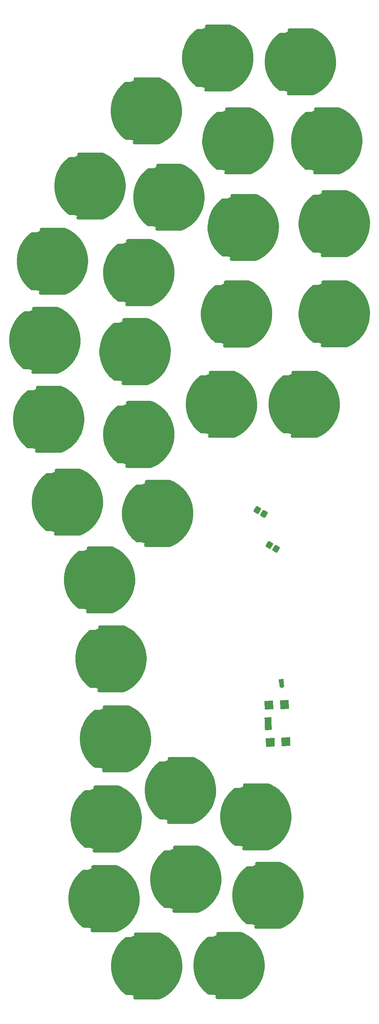
<source format=gts>
G04 #@! TF.GenerationSoftware,KiCad,Pcbnew,(5.0.0)*
G04 #@! TF.CreationDate,2019-11-05T15:59:09+01:00*
G04 #@! TF.ProjectId,Insole_PCB,496E736F6C655F5043422E6B69636164,rev?*
G04 #@! TF.SameCoordinates,Original*
G04 #@! TF.FileFunction,Soldermask,Top*
G04 #@! TF.FilePolarity,Negative*
%FSLAX46Y46*%
G04 Gerber Fmt 4.6, Leading zero omitted, Abs format (unit mm)*
G04 Created by KiCad (PCBNEW (5.0.0)) date 11/05/19 15:59:09*
%MOMM*%
%LPD*%
G01*
G04 APERTURE LIST*
%ADD10C,9.200000*%
%ADD11C,0.500000*%
%ADD12C,0.100000*%
%ADD13C,1.550000*%
%ADD14C,2.300000*%
%ADD15C,0.800000*%
%ADD16C,1.250000*%
%ADD17C,1.250000*%
G04 APERTURE END LIST*
D10*
G04 #@! TO.C,S31*
X198854328Y-219690707D02*
G75*
G03X198854328Y-219690707I-4104875J0D01*
G01*
G04 #@! TO.C,S30*
X179074328Y-227290707D02*
G75*
G03X179074328Y-227290707I-4104875J0D01*
G01*
G04 #@! TO.C,S29*
X200274328Y-243290707D02*
G75*
G03X200274328Y-243290707I-4104875J0D01*
G01*
G04 #@! TO.C,S28*
X178524328Y-248460707D02*
G75*
G03X178524328Y-248460707I-4104875J0D01*
G01*
G04 #@! TO.C,S27*
X189874328Y-266340707D02*
G75*
G03X189874328Y-266340707I-4104875J0D01*
G01*
G04 #@! TO.C,S26*
X211774328Y-266240707D02*
G75*
G03X211774328Y-266240707I-4104875J0D01*
G01*
G04 #@! TO.C,S25*
X222104328Y-247580707D02*
G75*
G03X222104328Y-247580707I-4104875J0D01*
G01*
G04 #@! TO.C,S24*
X218894328Y-226710707D02*
G75*
G03X218894328Y-226710707I-4104875J0D01*
G01*
G04 #@! TO.C,S23*
X181574328Y-205970707D02*
G75*
G03X181574328Y-205970707I-4104875J0D01*
G01*
G04 #@! TO.C,S22*
X180354328Y-184720707D02*
G75*
G03X180354328Y-184720707I-4104875J0D01*
G01*
G04 #@! TO.C,S21*
X177324328Y-163740707D02*
G75*
G03X177324328Y-163740707I-4104875J0D01*
G01*
G04 #@! TO.C,S20*
X168774328Y-143090707D02*
G75*
G03X168774328Y-143090707I-4104875J0D01*
G01*
G04 #@! TO.C,S19*
X192774328Y-146090707D02*
G75*
G03X192774328Y-146090707I-4104875J0D01*
G01*
G04 #@! TO.C,S18*
X187774328Y-125090707D02*
G75*
G03X187774328Y-125090707I-4104875J0D01*
G01*
G04 #@! TO.C,S17*
X163774328Y-121090707D02*
G75*
G03X163774328Y-121090707I-4104875J0D01*
G01*
G04 #@! TO.C,S16*
X162774328Y-100090707D02*
G75*
G03X162774328Y-100090707I-4104875J0D01*
G01*
G04 #@! TO.C,S15*
X186774328Y-103090707D02*
G75*
G03X186774328Y-103090707I-4104875J0D01*
G01*
G04 #@! TO.C,S14*
X209774328Y-117090707D02*
G75*
G03X209774328Y-117090707I-4104875J0D01*
G01*
G04 #@! TO.C,S13*
X164774328Y-79090707D02*
G75*
G03X164774328Y-79090707I-4104875J0D01*
G01*
G04 #@! TO.C,S12*
X187774328Y-82090707D02*
G75*
G03X187774328Y-82090707I-4104875J0D01*
G01*
G04 #@! TO.C,S11*
X174774328Y-59090707D02*
G75*
G03X174774328Y-59090707I-4104875J0D01*
G01*
G04 #@! TO.C,S10*
X195774328Y-62090707D02*
G75*
G03X195774328Y-62090707I-4104875J0D01*
G01*
G04 #@! TO.C,S9*
X189774328Y-39090707D02*
G75*
G03X189774328Y-39090707I-4104875J0D01*
G01*
G04 #@! TO.C,S8*
X208774328Y-25090707D02*
G75*
G03X208774328Y-25090707I-4104875J0D01*
G01*
G04 #@! TO.C,S7*
X213774328Y-93090707D02*
G75*
G03X213774328Y-93090707I-4104875J0D01*
G01*
G04 #@! TO.C,S6*
X215564328Y-70080707D02*
G75*
G03X215564328Y-70080707I-4104875J0D01*
G01*
G04 #@! TO.C,S5*
X214124328Y-47090707D02*
G75*
G03X214124328Y-47090707I-4104875J0D01*
G01*
G04 #@! TO.C,S4*
X230774328Y-26090707D02*
G75*
G03X230774328Y-26090707I-4104875J0D01*
G01*
G04 #@! TO.C,S3*
X237774328Y-47090707D02*
G75*
G03X237774328Y-47090707I-4104875J0D01*
G01*
G04 #@! TO.C,S2*
X239774328Y-69090707D02*
G75*
G03X239774328Y-69090707I-4104875J0D01*
G01*
G04 #@! TO.C,S1*
X239774328Y-93040707D02*
G75*
G03X239774328Y-93040707I-4104875J0D01*
G01*
G04 #@! TO.C,S0*
X231774328Y-117090707D02*
G75*
G03X231774328Y-117090707I-4104875J0D01*
G01*
G04 #@! TD*
D11*
G04 #@! TO.C,S31*
X185749453Y-219690707D03*
D12*
G36*
X189348068Y-227390702D02*
X189343879Y-227390673D01*
X189332702Y-227390283D01*
X189303450Y-227388442D01*
X189284037Y-227386264D01*
X189255104Y-227381578D01*
X189235990Y-227377516D01*
X189207653Y-227370029D01*
X189189032Y-227364122D01*
X189161560Y-227353906D01*
X189143592Y-227346205D01*
X189117249Y-227333356D01*
X189100130Y-227323944D01*
X189075166Y-227308586D01*
X189059037Y-227297542D01*
X189049278Y-227290134D01*
X189029970Y-227275621D01*
X189022305Y-227269561D01*
X188346069Y-226707540D01*
X188344999Y-226706645D01*
X188341796Y-226703945D01*
X188333466Y-226696515D01*
X188325312Y-226688824D01*
X188317105Y-226681295D01*
X188310070Y-226674518D01*
X187691907Y-226049190D01*
X187690917Y-226048182D01*
X187687993Y-226045182D01*
X187680439Y-226036986D01*
X187673077Y-226028538D01*
X187665644Y-226020245D01*
X187659303Y-226012814D01*
X187105120Y-225330159D01*
X187105272Y-225330036D01*
X187104388Y-225328961D01*
X187104246Y-225329075D01*
X187101637Y-225325816D01*
X187094884Y-225316878D01*
X187088412Y-225307795D01*
X187081797Y-225298779D01*
X187076212Y-225290764D01*
X186591281Y-224557277D01*
X186590511Y-224556104D01*
X186588225Y-224552593D01*
X186582395Y-224543066D01*
X186576872Y-224533448D01*
X186571142Y-224523787D01*
X186566363Y-224515259D01*
X186155324Y-223737952D01*
X186154686Y-223736736D01*
X186152753Y-223733019D01*
X186147869Y-223722948D01*
X186143285Y-223712782D01*
X186138548Y-223702655D01*
X186134624Y-223693704D01*
X185801397Y-222879996D01*
X185800863Y-222878678D01*
X185799303Y-222874790D01*
X185795442Y-222864333D01*
X185791865Y-222853747D01*
X185788149Y-222843236D01*
X185785115Y-222833939D01*
X185532883Y-221991597D01*
X185532494Y-221990279D01*
X185531320Y-221986258D01*
X185528483Y-221975423D01*
X185525962Y-221964561D01*
X185523284Y-221953716D01*
X185521173Y-221944172D01*
X185352342Y-221081236D01*
X185352082Y-221079880D01*
X185351306Y-221075763D01*
X185349543Y-221064721D01*
X185348096Y-221053686D01*
X185346484Y-221042594D01*
X185345316Y-221032895D01*
X185261499Y-220157604D01*
X185261370Y-220156203D01*
X185261000Y-220152030D01*
X185260324Y-220140883D01*
X185259961Y-220129745D01*
X185259440Y-220118580D01*
X185259224Y-220108806D01*
X185261221Y-219229513D01*
X185261228Y-219228153D01*
X185261266Y-219223964D01*
X185261682Y-219212766D01*
X185262409Y-219201612D01*
X185262980Y-219190467D01*
X185263717Y-219180728D01*
X185351508Y-218305825D01*
X185351651Y-218304451D01*
X185352098Y-218300286D01*
X185353603Y-218289195D01*
X185355420Y-218278136D01*
X185357070Y-218267139D01*
X185358755Y-218257515D01*
X185531503Y-217395355D01*
X185531777Y-217394011D01*
X185532628Y-217389910D01*
X185535209Y-217379012D01*
X185538107Y-217368143D01*
X185540811Y-217357403D01*
X185543428Y-217347984D01*
X185799483Y-216506796D01*
X185799883Y-216505499D01*
X185801130Y-216501500D01*
X185804765Y-216490895D01*
X185808709Y-216480365D01*
X185812453Y-216469925D01*
X185815974Y-216460813D01*
X186152893Y-215648626D01*
X186153414Y-215647382D01*
X186155045Y-215643524D01*
X186159700Y-215633321D01*
X186164647Y-215623237D01*
X186169396Y-215613203D01*
X186173792Y-215604473D01*
X186588358Y-214829041D01*
X186589029Y-214827796D01*
X186591030Y-214824116D01*
X186596632Y-214814466D01*
X186602484Y-214805002D01*
X186608237Y-214795401D01*
X186613466Y-214787139D01*
X187101723Y-214055861D01*
X187102488Y-214054724D01*
X187104838Y-214051256D01*
X187111381Y-214042160D01*
X187118122Y-214033322D01*
X187124789Y-214024321D01*
X187130801Y-214016607D01*
X187688088Y-213336465D01*
X187688957Y-213335412D01*
X187691634Y-213332190D01*
X187699035Y-213323773D01*
X187706666Y-213315570D01*
X187714121Y-213307328D01*
X187720856Y-213300237D01*
X188341853Y-212677723D01*
X188342840Y-212676741D01*
X188345819Y-212673796D01*
X188353989Y-212666159D01*
X188362038Y-212659047D01*
X188369944Y-212651834D01*
X188377329Y-212645420D01*
X189030944Y-212105282D01*
X189032028Y-212104393D01*
X189033420Y-212103259D01*
X189033586Y-212103463D01*
X189033736Y-212103341D01*
X189033570Y-212103138D01*
X189035206Y-212101804D01*
X189044120Y-212094943D01*
X189054527Y-212087390D01*
X189064762Y-212079845D01*
X189066909Y-212078419D01*
X189066903Y-212078410D01*
X189067819Y-212077745D01*
X189074460Y-212073403D01*
X189081061Y-212069019D01*
X189082026Y-212068444D01*
X189082032Y-212068454D01*
X189084203Y-212067034D01*
X189095206Y-212060587D01*
X189106203Y-212054031D01*
X189108602Y-212052755D01*
X189108594Y-212052741D01*
X189109566Y-212052172D01*
X189116464Y-212048572D01*
X189123376Y-212044895D01*
X189124397Y-212044414D01*
X189124404Y-212044429D01*
X189126808Y-212043174D01*
X189138451Y-212037802D01*
X189149974Y-212032379D01*
X189152370Y-212031392D01*
X189152366Y-212031382D01*
X189153384Y-212030912D01*
X189160684Y-212027966D01*
X189168088Y-212024915D01*
X189169156Y-212024535D01*
X189169160Y-212024545D01*
X189171544Y-212023583D01*
X189183526Y-212019418D01*
X189195647Y-212015101D01*
X189198207Y-212014328D01*
X189198202Y-212014315D01*
X189199267Y-212013945D01*
X189206776Y-212011740D01*
X189214319Y-212009462D01*
X189215413Y-212009189D01*
X189215416Y-212009203D01*
X189217980Y-212008450D01*
X189230399Y-212005453D01*
X189242794Y-212002362D01*
X189245386Y-212001849D01*
X189245383Y-212001836D01*
X189246477Y-212001572D01*
X189254186Y-212000106D01*
X189261957Y-211998567D01*
X189263074Y-211998402D01*
X189263076Y-211998415D01*
X189265670Y-211997922D01*
X189278282Y-211996157D01*
X189290965Y-211994284D01*
X189293548Y-211994031D01*
X189293546Y-211994020D01*
X189294659Y-211993864D01*
X189302538Y-211993150D01*
X189310446Y-211992376D01*
X189311575Y-211992321D01*
X189311576Y-211992332D01*
X189314150Y-211992099D01*
X189326882Y-211991572D01*
X189339681Y-211990946D01*
X189349453Y-211990707D01*
X197749453Y-211990707D01*
X197750838Y-211990712D01*
X197755027Y-211990741D01*
X197766204Y-211991131D01*
X197795456Y-211992972D01*
X197814869Y-211995150D01*
X197843802Y-211999836D01*
X197862916Y-212003898D01*
X197891253Y-212011385D01*
X197909874Y-212017292D01*
X197937346Y-212027508D01*
X197955314Y-212035209D01*
X197981657Y-212048058D01*
X197998776Y-212057470D01*
X198023740Y-212072828D01*
X198039865Y-212083868D01*
X198063211Y-212101589D01*
X198078174Y-212114145D01*
X198099680Y-212134059D01*
X198113357Y-212148025D01*
X198132816Y-212169943D01*
X198145057Y-212185168D01*
X198162285Y-212208880D01*
X198172984Y-212225230D01*
X198187816Y-212250510D01*
X198196870Y-212267828D01*
X198209164Y-212294435D01*
X198216484Y-212312553D01*
X198226123Y-212340233D01*
X198231639Y-212358976D01*
X198238531Y-212387464D01*
X198242193Y-212406659D01*
X198246272Y-212435683D01*
X198248042Y-212455138D01*
X198249270Y-212484422D01*
X198249134Y-212503964D01*
X198247498Y-212533229D01*
X198245456Y-212552664D01*
X198240972Y-212581628D01*
X198237043Y-212600768D01*
X198229754Y-212629157D01*
X198223975Y-212647824D01*
X198213950Y-212675367D01*
X198206379Y-212693379D01*
X198193715Y-212719811D01*
X198184419Y-212737002D01*
X198169235Y-212762073D01*
X198158310Y-212778269D01*
X198140753Y-212801738D01*
X198128297Y-212816796D01*
X198108533Y-212838440D01*
X198094670Y-212852206D01*
X198072889Y-212871818D01*
X198057743Y-212884170D01*
X198034151Y-212901563D01*
X198017879Y-212912375D01*
X197992703Y-212927383D01*
X197975453Y-212936555D01*
X197948933Y-212949035D01*
X197930865Y-212956482D01*
X197903254Y-212966314D01*
X197884548Y-212971962D01*
X197856108Y-212979053D01*
X197836936Y-212982849D01*
X197807941Y-212987130D01*
X197788499Y-212989036D01*
X197759224Y-212990468D01*
X197749453Y-212990707D01*
X189529317Y-212990707D01*
X189032857Y-213400975D01*
X188446096Y-213989168D01*
X188117088Y-214390707D01*
X199849453Y-214390707D01*
X199850838Y-214390712D01*
X199855027Y-214390741D01*
X199866204Y-214391131D01*
X199895456Y-214392972D01*
X199914869Y-214395150D01*
X199943802Y-214399836D01*
X199962916Y-214403898D01*
X199991253Y-214411385D01*
X200009874Y-214417292D01*
X200037346Y-214427508D01*
X200055314Y-214435209D01*
X200081657Y-214448058D01*
X200098776Y-214457470D01*
X200123740Y-214472828D01*
X200139865Y-214483868D01*
X200163211Y-214501589D01*
X200178174Y-214514145D01*
X200199680Y-214534059D01*
X200213357Y-214548025D01*
X200232816Y-214569943D01*
X200245057Y-214585168D01*
X200262285Y-214608880D01*
X200272984Y-214625230D01*
X200287816Y-214650510D01*
X200296870Y-214667828D01*
X200309164Y-214694435D01*
X200316484Y-214712553D01*
X200326123Y-214740233D01*
X200331639Y-214758976D01*
X200338531Y-214787464D01*
X200342193Y-214806659D01*
X200346272Y-214835683D01*
X200348042Y-214855138D01*
X200349270Y-214884422D01*
X200349134Y-214903964D01*
X200347498Y-214933229D01*
X200345456Y-214952664D01*
X200340972Y-214981628D01*
X200337043Y-215000768D01*
X200329754Y-215029157D01*
X200323975Y-215047824D01*
X200313950Y-215075367D01*
X200306379Y-215093379D01*
X200293715Y-215119811D01*
X200284419Y-215137002D01*
X200269235Y-215162073D01*
X200258310Y-215178269D01*
X200240753Y-215201738D01*
X200228297Y-215216796D01*
X200208533Y-215238440D01*
X200194670Y-215252206D01*
X200172889Y-215271818D01*
X200157743Y-215284170D01*
X200134151Y-215301563D01*
X200117879Y-215312375D01*
X200092703Y-215327383D01*
X200075453Y-215336555D01*
X200048933Y-215349035D01*
X200030865Y-215356482D01*
X200003254Y-215366314D01*
X199984548Y-215371962D01*
X199956108Y-215379053D01*
X199936936Y-215382849D01*
X199907941Y-215387130D01*
X199888499Y-215389036D01*
X199859224Y-215390468D01*
X199849453Y-215390707D01*
X187422020Y-215390707D01*
X187067199Y-216054387D01*
X186761753Y-216790707D01*
X201249453Y-216790707D01*
X201250838Y-216790712D01*
X201255027Y-216790741D01*
X201266204Y-216791131D01*
X201295456Y-216792972D01*
X201314869Y-216795150D01*
X201343802Y-216799836D01*
X201362916Y-216803898D01*
X201391253Y-216811385D01*
X201409874Y-216817292D01*
X201437346Y-216827508D01*
X201455314Y-216835209D01*
X201481657Y-216848058D01*
X201498776Y-216857470D01*
X201523740Y-216872828D01*
X201539865Y-216883868D01*
X201563211Y-216901589D01*
X201578174Y-216914145D01*
X201599680Y-216934059D01*
X201613357Y-216948025D01*
X201632816Y-216969943D01*
X201645057Y-216985168D01*
X201662285Y-217008880D01*
X201672984Y-217025230D01*
X201687816Y-217050510D01*
X201696870Y-217067828D01*
X201709164Y-217094435D01*
X201716484Y-217112553D01*
X201726123Y-217140233D01*
X201731639Y-217158976D01*
X201738531Y-217187464D01*
X201742193Y-217206659D01*
X201746272Y-217235683D01*
X201748042Y-217255138D01*
X201749270Y-217284422D01*
X201749134Y-217303964D01*
X201747498Y-217333229D01*
X201745456Y-217352664D01*
X201740972Y-217381628D01*
X201737043Y-217400768D01*
X201729754Y-217429157D01*
X201723975Y-217447824D01*
X201713950Y-217475367D01*
X201706379Y-217493379D01*
X201693715Y-217519811D01*
X201684419Y-217537002D01*
X201669235Y-217562073D01*
X201658310Y-217578269D01*
X201640753Y-217601738D01*
X201628297Y-217616796D01*
X201608533Y-217638440D01*
X201594670Y-217652206D01*
X201572889Y-217671818D01*
X201557743Y-217684170D01*
X201534151Y-217701563D01*
X201517879Y-217712375D01*
X201492703Y-217727383D01*
X201475453Y-217736555D01*
X201448933Y-217749035D01*
X201430865Y-217756482D01*
X201403254Y-217766314D01*
X201384548Y-217771962D01*
X201356108Y-217779053D01*
X201336936Y-217782849D01*
X201307941Y-217787130D01*
X201288499Y-217789036D01*
X201259224Y-217790468D01*
X201249453Y-217790707D01*
X186472162Y-217790707D01*
X186344072Y-218429987D01*
X186267738Y-219190707D01*
X202649453Y-219190707D01*
X202650838Y-219190712D01*
X202655027Y-219190741D01*
X202666204Y-219191131D01*
X202695456Y-219192972D01*
X202714869Y-219195150D01*
X202743802Y-219199836D01*
X202762916Y-219203898D01*
X202791253Y-219211385D01*
X202809874Y-219217292D01*
X202837346Y-219227508D01*
X202855314Y-219235209D01*
X202881657Y-219248058D01*
X202898776Y-219257470D01*
X202923740Y-219272828D01*
X202939865Y-219283868D01*
X202963211Y-219301589D01*
X202978174Y-219314145D01*
X202999680Y-219334059D01*
X203013357Y-219348025D01*
X203032816Y-219369943D01*
X203045057Y-219385168D01*
X203062285Y-219408880D01*
X203072984Y-219425230D01*
X203087816Y-219450510D01*
X203096870Y-219467828D01*
X203109164Y-219494435D01*
X203116484Y-219512553D01*
X203126123Y-219540233D01*
X203131639Y-219558976D01*
X203138531Y-219587464D01*
X203142193Y-219606659D01*
X203146272Y-219635683D01*
X203148042Y-219655138D01*
X203149270Y-219684422D01*
X203149134Y-219703964D01*
X203147498Y-219733229D01*
X203145456Y-219752664D01*
X203140972Y-219781628D01*
X203137043Y-219800768D01*
X203129754Y-219829157D01*
X203123975Y-219847824D01*
X203113950Y-219875367D01*
X203106379Y-219893379D01*
X203093715Y-219919811D01*
X203084419Y-219937002D01*
X203069235Y-219962073D01*
X203058310Y-219978269D01*
X203040753Y-220001738D01*
X203028297Y-220016796D01*
X203008533Y-220038440D01*
X202994670Y-220052206D01*
X202972889Y-220071818D01*
X202957743Y-220084170D01*
X202934151Y-220101563D01*
X202917879Y-220112375D01*
X202892703Y-220127383D01*
X202875453Y-220136555D01*
X202848933Y-220149035D01*
X202830865Y-220156482D01*
X202803254Y-220166314D01*
X202784548Y-220171962D01*
X202756108Y-220179053D01*
X202736936Y-220182849D01*
X202707941Y-220187130D01*
X202688499Y-220189036D01*
X202659224Y-220190468D01*
X202649453Y-220190707D01*
X186269243Y-220190707D01*
X186338431Y-220913226D01*
X186470978Y-221590707D01*
X201349453Y-221590707D01*
X201350838Y-221590712D01*
X201355027Y-221590741D01*
X201366204Y-221591131D01*
X201395456Y-221592972D01*
X201414869Y-221595150D01*
X201443802Y-221599836D01*
X201462916Y-221603898D01*
X201491253Y-221611385D01*
X201509874Y-221617292D01*
X201537346Y-221627508D01*
X201555314Y-221635209D01*
X201581657Y-221648058D01*
X201598776Y-221657470D01*
X201623740Y-221672828D01*
X201639865Y-221683868D01*
X201663211Y-221701589D01*
X201678174Y-221714145D01*
X201699680Y-221734059D01*
X201713357Y-221748025D01*
X201732816Y-221769943D01*
X201745057Y-221785168D01*
X201762285Y-221808880D01*
X201772984Y-221825230D01*
X201787816Y-221850510D01*
X201796870Y-221867828D01*
X201809164Y-221894435D01*
X201816484Y-221912553D01*
X201826123Y-221940233D01*
X201831639Y-221958976D01*
X201838531Y-221987464D01*
X201842193Y-222006659D01*
X201846272Y-222035683D01*
X201848042Y-222055138D01*
X201849270Y-222084422D01*
X201849134Y-222103964D01*
X201847498Y-222133229D01*
X201845456Y-222152664D01*
X201840972Y-222181628D01*
X201837043Y-222200768D01*
X201829754Y-222229157D01*
X201823975Y-222247824D01*
X201813950Y-222275367D01*
X201806379Y-222293379D01*
X201793715Y-222319811D01*
X201784419Y-222337002D01*
X201769235Y-222362073D01*
X201758310Y-222378269D01*
X201740753Y-222401738D01*
X201728297Y-222416796D01*
X201708533Y-222438440D01*
X201694670Y-222452206D01*
X201672889Y-222471818D01*
X201657743Y-222484170D01*
X201634151Y-222501563D01*
X201617879Y-222512375D01*
X201592703Y-222527383D01*
X201575453Y-222536555D01*
X201548933Y-222549035D01*
X201530865Y-222556482D01*
X201503254Y-222566314D01*
X201484548Y-222571962D01*
X201456108Y-222579053D01*
X201436936Y-222582849D01*
X201407941Y-222587130D01*
X201388499Y-222589036D01*
X201359224Y-222590468D01*
X201349453Y-222590707D01*
X186763533Y-222590707D01*
X187050769Y-223292108D01*
X187420187Y-223990707D01*
X199949453Y-223990707D01*
X199950838Y-223990712D01*
X199955027Y-223990741D01*
X199966204Y-223991131D01*
X199995456Y-223992972D01*
X200014869Y-223995150D01*
X200043802Y-223999836D01*
X200062916Y-224003898D01*
X200091253Y-224011385D01*
X200109874Y-224017292D01*
X200137346Y-224027508D01*
X200155314Y-224035209D01*
X200181657Y-224048058D01*
X200198776Y-224057470D01*
X200223740Y-224072828D01*
X200239865Y-224083868D01*
X200263211Y-224101589D01*
X200278174Y-224114145D01*
X200299680Y-224134059D01*
X200313357Y-224148025D01*
X200332816Y-224169943D01*
X200345057Y-224185168D01*
X200362285Y-224208880D01*
X200372984Y-224225230D01*
X200387816Y-224250510D01*
X200396870Y-224267828D01*
X200409164Y-224294435D01*
X200416484Y-224312553D01*
X200426123Y-224340233D01*
X200431639Y-224358976D01*
X200438531Y-224387464D01*
X200442193Y-224406659D01*
X200446272Y-224435683D01*
X200448042Y-224455138D01*
X200449270Y-224484422D01*
X200449134Y-224503964D01*
X200447498Y-224533229D01*
X200445456Y-224552664D01*
X200440972Y-224581628D01*
X200437043Y-224600768D01*
X200429754Y-224629157D01*
X200423975Y-224647824D01*
X200413950Y-224675367D01*
X200406379Y-224693379D01*
X200393715Y-224719811D01*
X200384419Y-224737002D01*
X200369235Y-224762073D01*
X200358310Y-224778269D01*
X200340753Y-224801738D01*
X200328297Y-224816796D01*
X200308533Y-224838440D01*
X200294670Y-224852206D01*
X200272889Y-224871818D01*
X200257743Y-224884170D01*
X200234151Y-224901563D01*
X200217879Y-224912375D01*
X200192703Y-224927383D01*
X200175453Y-224936555D01*
X200148933Y-224949035D01*
X200130865Y-224956482D01*
X200103254Y-224966314D01*
X200084548Y-224971962D01*
X200056108Y-224979053D01*
X200036936Y-224982849D01*
X200007941Y-224987130D01*
X199988499Y-224989036D01*
X199959224Y-224990468D01*
X199949453Y-224990707D01*
X188117583Y-224990707D01*
X188420264Y-225363556D01*
X189004052Y-225954111D01*
X189529374Y-226390707D01*
X197849453Y-226390707D01*
X197850838Y-226390712D01*
X197855027Y-226390741D01*
X197866204Y-226391131D01*
X197895456Y-226392972D01*
X197914869Y-226395150D01*
X197943802Y-226399836D01*
X197962916Y-226403898D01*
X197991253Y-226411385D01*
X198009874Y-226417292D01*
X198037346Y-226427508D01*
X198055314Y-226435209D01*
X198081657Y-226448058D01*
X198098776Y-226457470D01*
X198123740Y-226472828D01*
X198139865Y-226483868D01*
X198163211Y-226501589D01*
X198178174Y-226514145D01*
X198199680Y-226534059D01*
X198213357Y-226548025D01*
X198232816Y-226569943D01*
X198245057Y-226585168D01*
X198262285Y-226608880D01*
X198272984Y-226625230D01*
X198287816Y-226650510D01*
X198296870Y-226667828D01*
X198309164Y-226694435D01*
X198316484Y-226712553D01*
X198326123Y-226740233D01*
X198331639Y-226758976D01*
X198338531Y-226787464D01*
X198342193Y-226806659D01*
X198346272Y-226835683D01*
X198348042Y-226855138D01*
X198349270Y-226884422D01*
X198349134Y-226903964D01*
X198347498Y-226933229D01*
X198345456Y-226952664D01*
X198340972Y-226981628D01*
X198337043Y-227000768D01*
X198329754Y-227029157D01*
X198323975Y-227047824D01*
X198313950Y-227075367D01*
X198306379Y-227093379D01*
X198293715Y-227119811D01*
X198284419Y-227137002D01*
X198269235Y-227162073D01*
X198258310Y-227178269D01*
X198240753Y-227201738D01*
X198228297Y-227216796D01*
X198208533Y-227238440D01*
X198194670Y-227252206D01*
X198172889Y-227271818D01*
X198157743Y-227284170D01*
X198134151Y-227301563D01*
X198117879Y-227312375D01*
X198092703Y-227327383D01*
X198075453Y-227336555D01*
X198048933Y-227349035D01*
X198030865Y-227356482D01*
X198003254Y-227366314D01*
X197984548Y-227371962D01*
X197956108Y-227379053D01*
X197936936Y-227382849D01*
X197907941Y-227387130D01*
X197888499Y-227389036D01*
X197859224Y-227390468D01*
X197849453Y-227390707D01*
X189349453Y-227390707D01*
X189348068Y-227390702D01*
X189348068Y-227390702D01*
G37*
D11*
X203749453Y-219690707D03*
D12*
G36*
X191648068Y-228590702D02*
X191643879Y-228590673D01*
X191632702Y-228590283D01*
X191603450Y-228588442D01*
X191584037Y-228586264D01*
X191555104Y-228581578D01*
X191535990Y-228577516D01*
X191507653Y-228570029D01*
X191489032Y-228564122D01*
X191461560Y-228553906D01*
X191443592Y-228546205D01*
X191417249Y-228533356D01*
X191400130Y-228523944D01*
X191375166Y-228508586D01*
X191359041Y-228497546D01*
X191335695Y-228479825D01*
X191320732Y-228467269D01*
X191299226Y-228447355D01*
X191285549Y-228433389D01*
X191266090Y-228411471D01*
X191253849Y-228396246D01*
X191236621Y-228372534D01*
X191225922Y-228356184D01*
X191211090Y-228330904D01*
X191202036Y-228313586D01*
X191189742Y-228286979D01*
X191182422Y-228268861D01*
X191172783Y-228241181D01*
X191167267Y-228222438D01*
X191160375Y-228193950D01*
X191156713Y-228174755D01*
X191152634Y-228145731D01*
X191150864Y-228126276D01*
X191149636Y-228096992D01*
X191149772Y-228077450D01*
X191151408Y-228048185D01*
X191153450Y-228028750D01*
X191157934Y-227999786D01*
X191161863Y-227980646D01*
X191169152Y-227952257D01*
X191174931Y-227933590D01*
X191184956Y-227906047D01*
X191192527Y-227888035D01*
X191205191Y-227861603D01*
X191214487Y-227844412D01*
X191229671Y-227819341D01*
X191240596Y-227803145D01*
X191258153Y-227779676D01*
X191270609Y-227764618D01*
X191290373Y-227742974D01*
X191304236Y-227729208D01*
X191326017Y-227709596D01*
X191341163Y-227697244D01*
X191364755Y-227679851D01*
X191381027Y-227669039D01*
X191406203Y-227654031D01*
X191423453Y-227644859D01*
X191449973Y-227632379D01*
X191468041Y-227624932D01*
X191495652Y-227615100D01*
X191514358Y-227609452D01*
X191542798Y-227602361D01*
X191561970Y-227598565D01*
X191590965Y-227594284D01*
X191610407Y-227592378D01*
X191639682Y-227590946D01*
X191649453Y-227590707D01*
X197849068Y-227590707D01*
X198273133Y-227413278D01*
X199013390Y-227030313D01*
X199709274Y-226579186D01*
X200196707Y-226190707D01*
X189749453Y-226190707D01*
X189748068Y-226190702D01*
X189743879Y-226190673D01*
X189732702Y-226190283D01*
X189703450Y-226188442D01*
X189684037Y-226186264D01*
X189655104Y-226181578D01*
X189635990Y-226177516D01*
X189607653Y-226170029D01*
X189589032Y-226164122D01*
X189561560Y-226153906D01*
X189543592Y-226146205D01*
X189517249Y-226133356D01*
X189500130Y-226123944D01*
X189475166Y-226108586D01*
X189459041Y-226097546D01*
X189435695Y-226079825D01*
X189420732Y-226067269D01*
X189399226Y-226047355D01*
X189385549Y-226033389D01*
X189366090Y-226011471D01*
X189353849Y-225996246D01*
X189336621Y-225972534D01*
X189325922Y-225956184D01*
X189311090Y-225930904D01*
X189302036Y-225913586D01*
X189289742Y-225886979D01*
X189282422Y-225868861D01*
X189272783Y-225841181D01*
X189267267Y-225822438D01*
X189260375Y-225793950D01*
X189256713Y-225774755D01*
X189252634Y-225745731D01*
X189250864Y-225726276D01*
X189249636Y-225696992D01*
X189249772Y-225677450D01*
X189251408Y-225648185D01*
X189253450Y-225628750D01*
X189257934Y-225599786D01*
X189261863Y-225580646D01*
X189269152Y-225552257D01*
X189274931Y-225533590D01*
X189284956Y-225506047D01*
X189292527Y-225488035D01*
X189305191Y-225461603D01*
X189314487Y-225444412D01*
X189329671Y-225419341D01*
X189340596Y-225403145D01*
X189358153Y-225379676D01*
X189370609Y-225364618D01*
X189390373Y-225342974D01*
X189404236Y-225329208D01*
X189426017Y-225309596D01*
X189441163Y-225297244D01*
X189464755Y-225279851D01*
X189481027Y-225269039D01*
X189506203Y-225254031D01*
X189523453Y-225244859D01*
X189549973Y-225232379D01*
X189568041Y-225224932D01*
X189595652Y-225215100D01*
X189614358Y-225209452D01*
X189642798Y-225202361D01*
X189661970Y-225198565D01*
X189690965Y-225194284D01*
X189710407Y-225192378D01*
X189739682Y-225190946D01*
X189749453Y-225190707D01*
X201201577Y-225190707D01*
X201488573Y-224851640D01*
X201960025Y-224169392D01*
X202170327Y-223790707D01*
X187849453Y-223790707D01*
X187848068Y-223790702D01*
X187843879Y-223790673D01*
X187832702Y-223790283D01*
X187803450Y-223788442D01*
X187784037Y-223786264D01*
X187755104Y-223781578D01*
X187735990Y-223777516D01*
X187707653Y-223770029D01*
X187689032Y-223764122D01*
X187661560Y-223753906D01*
X187643592Y-223746205D01*
X187617249Y-223733356D01*
X187600130Y-223723944D01*
X187575166Y-223708586D01*
X187559041Y-223697546D01*
X187535695Y-223679825D01*
X187520732Y-223667269D01*
X187499226Y-223647355D01*
X187485549Y-223633389D01*
X187466090Y-223611471D01*
X187453849Y-223596246D01*
X187436621Y-223572534D01*
X187425922Y-223556184D01*
X187411090Y-223530904D01*
X187402036Y-223513586D01*
X187389742Y-223486979D01*
X187382422Y-223468861D01*
X187372783Y-223441181D01*
X187367267Y-223422438D01*
X187360375Y-223393950D01*
X187356713Y-223374755D01*
X187352634Y-223345731D01*
X187350864Y-223326276D01*
X187349636Y-223296992D01*
X187349772Y-223277450D01*
X187351408Y-223248185D01*
X187353450Y-223228750D01*
X187357934Y-223199786D01*
X187361863Y-223180646D01*
X187369152Y-223152257D01*
X187374931Y-223133590D01*
X187384956Y-223106047D01*
X187392527Y-223088035D01*
X187405191Y-223061603D01*
X187414487Y-223044412D01*
X187429671Y-223019341D01*
X187440596Y-223003145D01*
X187458153Y-222979676D01*
X187470609Y-222964618D01*
X187490373Y-222942974D01*
X187504236Y-222929208D01*
X187526017Y-222909596D01*
X187541163Y-222897244D01*
X187564755Y-222879851D01*
X187581027Y-222869039D01*
X187606203Y-222854031D01*
X187623453Y-222844859D01*
X187649973Y-222832379D01*
X187668041Y-222824932D01*
X187695652Y-222815100D01*
X187714358Y-222809452D01*
X187742798Y-222802361D01*
X187761970Y-222798565D01*
X187790965Y-222794284D01*
X187810407Y-222792378D01*
X187839682Y-222790946D01*
X187849453Y-222790707D01*
X202646145Y-222790707D01*
X202692617Y-222683551D01*
X202946759Y-221894146D01*
X203056026Y-221390707D01*
X187049453Y-221390707D01*
X187048068Y-221390702D01*
X187043879Y-221390673D01*
X187032702Y-221390283D01*
X187003450Y-221388442D01*
X186984037Y-221386264D01*
X186955104Y-221381578D01*
X186935990Y-221377516D01*
X186907653Y-221370029D01*
X186889032Y-221364122D01*
X186861560Y-221353906D01*
X186843592Y-221346205D01*
X186817249Y-221333356D01*
X186800130Y-221323944D01*
X186775166Y-221308586D01*
X186759041Y-221297546D01*
X186735695Y-221279825D01*
X186720732Y-221267269D01*
X186699226Y-221247355D01*
X186685549Y-221233389D01*
X186666090Y-221211471D01*
X186653849Y-221196246D01*
X186636621Y-221172534D01*
X186625922Y-221156184D01*
X186611090Y-221130904D01*
X186602036Y-221113586D01*
X186589742Y-221086979D01*
X186582422Y-221068861D01*
X186572783Y-221041181D01*
X186567267Y-221022438D01*
X186560375Y-220993950D01*
X186556713Y-220974755D01*
X186552634Y-220945731D01*
X186550864Y-220926276D01*
X186549636Y-220896992D01*
X186549772Y-220877450D01*
X186551408Y-220848185D01*
X186553450Y-220828750D01*
X186557934Y-220799786D01*
X186561863Y-220780646D01*
X186569152Y-220752257D01*
X186574931Y-220733590D01*
X186584956Y-220706047D01*
X186592527Y-220688035D01*
X186605191Y-220661603D01*
X186614487Y-220644412D01*
X186629671Y-220619341D01*
X186640596Y-220603145D01*
X186658153Y-220579676D01*
X186670609Y-220564618D01*
X186690373Y-220542974D01*
X186704236Y-220529208D01*
X186726017Y-220509596D01*
X186741163Y-220497244D01*
X186764755Y-220479851D01*
X186781027Y-220469039D01*
X186806203Y-220454031D01*
X186823453Y-220444859D01*
X186849973Y-220432379D01*
X186868041Y-220424932D01*
X186895652Y-220415100D01*
X186914358Y-220409452D01*
X186942798Y-220402361D01*
X186961970Y-220398565D01*
X186990965Y-220394284D01*
X187010407Y-220392378D01*
X187039682Y-220390946D01*
X187049453Y-220390707D01*
X203203396Y-220390707D01*
X203218625Y-220259999D01*
X203233758Y-219430823D01*
X203198699Y-218990707D01*
X187049453Y-218990707D01*
X187048068Y-218990702D01*
X187043879Y-218990673D01*
X187032702Y-218990283D01*
X187003450Y-218988442D01*
X186984037Y-218986264D01*
X186955104Y-218981578D01*
X186935990Y-218977516D01*
X186907653Y-218970029D01*
X186889032Y-218964122D01*
X186861560Y-218953906D01*
X186843592Y-218946205D01*
X186817249Y-218933356D01*
X186800130Y-218923944D01*
X186775166Y-218908586D01*
X186759041Y-218897546D01*
X186735695Y-218879825D01*
X186720732Y-218867269D01*
X186699226Y-218847355D01*
X186685549Y-218833389D01*
X186666090Y-218811471D01*
X186653849Y-218796246D01*
X186636621Y-218772534D01*
X186625922Y-218756184D01*
X186611090Y-218730904D01*
X186602036Y-218713586D01*
X186589742Y-218686979D01*
X186582422Y-218668861D01*
X186572783Y-218641181D01*
X186567267Y-218622438D01*
X186560375Y-218593950D01*
X186556713Y-218574755D01*
X186552634Y-218545731D01*
X186550864Y-218526276D01*
X186549636Y-218496992D01*
X186549772Y-218477450D01*
X186551408Y-218448185D01*
X186553450Y-218428750D01*
X186557934Y-218399786D01*
X186561863Y-218380646D01*
X186569152Y-218352257D01*
X186574931Y-218333590D01*
X186584956Y-218306047D01*
X186592527Y-218288035D01*
X186605191Y-218261603D01*
X186614487Y-218244412D01*
X186629671Y-218219341D01*
X186640596Y-218203145D01*
X186658153Y-218179676D01*
X186670609Y-218164618D01*
X186690373Y-218142974D01*
X186704236Y-218129208D01*
X186726017Y-218109596D01*
X186741163Y-218097244D01*
X186764755Y-218079851D01*
X186781027Y-218069039D01*
X186806203Y-218054031D01*
X186823453Y-218044859D01*
X186849973Y-218032379D01*
X186868041Y-218024932D01*
X186895652Y-218015100D01*
X186914358Y-218009452D01*
X186942798Y-218002361D01*
X186961970Y-217998565D01*
X186990965Y-217994284D01*
X187010407Y-217992378D01*
X187039682Y-217990946D01*
X187049453Y-217990707D01*
X203058035Y-217990707D01*
X203021698Y-217787831D01*
X202796532Y-216989689D01*
X202640538Y-216590707D01*
X187849453Y-216590707D01*
X187848068Y-216590702D01*
X187843879Y-216590673D01*
X187832702Y-216590283D01*
X187803450Y-216588442D01*
X187784037Y-216586264D01*
X187755104Y-216581578D01*
X187735990Y-216577516D01*
X187707653Y-216570029D01*
X187689032Y-216564122D01*
X187661560Y-216553906D01*
X187643592Y-216546205D01*
X187617249Y-216533356D01*
X187600130Y-216523944D01*
X187575166Y-216508586D01*
X187559041Y-216497546D01*
X187535695Y-216479825D01*
X187520732Y-216467269D01*
X187499226Y-216447355D01*
X187485549Y-216433389D01*
X187466090Y-216411471D01*
X187453849Y-216396246D01*
X187436621Y-216372534D01*
X187425922Y-216356184D01*
X187411090Y-216330904D01*
X187402036Y-216313586D01*
X187389742Y-216286979D01*
X187382422Y-216268861D01*
X187372783Y-216241181D01*
X187367267Y-216222438D01*
X187360375Y-216193950D01*
X187356713Y-216174755D01*
X187352634Y-216145731D01*
X187350864Y-216126276D01*
X187349636Y-216096992D01*
X187349772Y-216077450D01*
X187351408Y-216048185D01*
X187353450Y-216028750D01*
X187357934Y-215999786D01*
X187361863Y-215980646D01*
X187369152Y-215952257D01*
X187374931Y-215933590D01*
X187384956Y-215906047D01*
X187392527Y-215888035D01*
X187405191Y-215861603D01*
X187414487Y-215844412D01*
X187429671Y-215819341D01*
X187440596Y-215803145D01*
X187458153Y-215779676D01*
X187470609Y-215764618D01*
X187490373Y-215742974D01*
X187504236Y-215729208D01*
X187526017Y-215709596D01*
X187541163Y-215697244D01*
X187564755Y-215679851D01*
X187581027Y-215669039D01*
X187606203Y-215654031D01*
X187623453Y-215644859D01*
X187649973Y-215632379D01*
X187668041Y-215624932D01*
X187695652Y-215615100D01*
X187714358Y-215609452D01*
X187742798Y-215602361D01*
X187761970Y-215598565D01*
X187790965Y-215594284D01*
X187810407Y-215592378D01*
X187839682Y-215590946D01*
X187849453Y-215590707D01*
X202175904Y-215590707D01*
X202118643Y-215478104D01*
X201672400Y-214779111D01*
X201210128Y-214190707D01*
X189849453Y-214190707D01*
X189848068Y-214190702D01*
X189843879Y-214190673D01*
X189832702Y-214190283D01*
X189803450Y-214188442D01*
X189784037Y-214186264D01*
X189755104Y-214181578D01*
X189735990Y-214177516D01*
X189707653Y-214170029D01*
X189689032Y-214164122D01*
X189661560Y-214153906D01*
X189643592Y-214146205D01*
X189617249Y-214133356D01*
X189600130Y-214123944D01*
X189575166Y-214108586D01*
X189559041Y-214097546D01*
X189535695Y-214079825D01*
X189520732Y-214067269D01*
X189499226Y-214047355D01*
X189485549Y-214033389D01*
X189466090Y-214011471D01*
X189453849Y-213996246D01*
X189436621Y-213972534D01*
X189425922Y-213956184D01*
X189411090Y-213930904D01*
X189402036Y-213913586D01*
X189389742Y-213886979D01*
X189382422Y-213868861D01*
X189372783Y-213841181D01*
X189367267Y-213822438D01*
X189360375Y-213793950D01*
X189356713Y-213774755D01*
X189352634Y-213745731D01*
X189350864Y-213726276D01*
X189349636Y-213696992D01*
X189349772Y-213677450D01*
X189351408Y-213648185D01*
X189353450Y-213628750D01*
X189357934Y-213599786D01*
X189361863Y-213580646D01*
X189369152Y-213552257D01*
X189374931Y-213533590D01*
X189384956Y-213506047D01*
X189392527Y-213488035D01*
X189405191Y-213461603D01*
X189414487Y-213444412D01*
X189429671Y-213419341D01*
X189440596Y-213403145D01*
X189458153Y-213379676D01*
X189470609Y-213364618D01*
X189490373Y-213342974D01*
X189504236Y-213329208D01*
X189526017Y-213309596D01*
X189541163Y-213297244D01*
X189564755Y-213279851D01*
X189581027Y-213269039D01*
X189606203Y-213254031D01*
X189623453Y-213244859D01*
X189649973Y-213232379D01*
X189668041Y-213224932D01*
X189695652Y-213215100D01*
X189714358Y-213209452D01*
X189742798Y-213202361D01*
X189761970Y-213198565D01*
X189790965Y-213194284D01*
X189810407Y-213192378D01*
X189839682Y-213190946D01*
X189849453Y-213190707D01*
X200193685Y-213190707D01*
X199957316Y-212987788D01*
X199278369Y-212511577D01*
X198556194Y-212103897D01*
X197847623Y-211790707D01*
X191849453Y-211790707D01*
X191848068Y-211790702D01*
X191843879Y-211790673D01*
X191832702Y-211790283D01*
X191803450Y-211788442D01*
X191784037Y-211786264D01*
X191755104Y-211781578D01*
X191735990Y-211777516D01*
X191707653Y-211770029D01*
X191689032Y-211764122D01*
X191661560Y-211753906D01*
X191643592Y-211746205D01*
X191617249Y-211733356D01*
X191600130Y-211723944D01*
X191575166Y-211708586D01*
X191559041Y-211697546D01*
X191535695Y-211679825D01*
X191520732Y-211667269D01*
X191499226Y-211647355D01*
X191485549Y-211633389D01*
X191466090Y-211611471D01*
X191453849Y-211596246D01*
X191436621Y-211572534D01*
X191425922Y-211556184D01*
X191411090Y-211530904D01*
X191402036Y-211513586D01*
X191389742Y-211486979D01*
X191382422Y-211468861D01*
X191372783Y-211441181D01*
X191367267Y-211422438D01*
X191360375Y-211393950D01*
X191356713Y-211374755D01*
X191352634Y-211345731D01*
X191350864Y-211326276D01*
X191349636Y-211296992D01*
X191349772Y-211277450D01*
X191351408Y-211248185D01*
X191353450Y-211228750D01*
X191357934Y-211199786D01*
X191361863Y-211180646D01*
X191369152Y-211152257D01*
X191374931Y-211133590D01*
X191384956Y-211106047D01*
X191392527Y-211088035D01*
X191405191Y-211061603D01*
X191414487Y-211044412D01*
X191429671Y-211019341D01*
X191440596Y-211003145D01*
X191458153Y-210979676D01*
X191470609Y-210964618D01*
X191490373Y-210942974D01*
X191504236Y-210929208D01*
X191526017Y-210909596D01*
X191541163Y-210897244D01*
X191564755Y-210879851D01*
X191581027Y-210869039D01*
X191606203Y-210854031D01*
X191623453Y-210844859D01*
X191649973Y-210832379D01*
X191668041Y-210824932D01*
X191695652Y-210815100D01*
X191714358Y-210809452D01*
X191742798Y-210802361D01*
X191761970Y-210798565D01*
X191790965Y-210794284D01*
X191810407Y-210792378D01*
X191839682Y-210790946D01*
X191849453Y-210790707D01*
X197949453Y-210790707D01*
X197950838Y-210790712D01*
X197955027Y-210790741D01*
X197966204Y-210791131D01*
X197995456Y-210792972D01*
X198014869Y-210795150D01*
X198043802Y-210799836D01*
X198062916Y-210803898D01*
X198091253Y-210811385D01*
X198109874Y-210817292D01*
X198137346Y-210827508D01*
X198141515Y-210829295D01*
X198143202Y-210829851D01*
X198170557Y-210840377D01*
X198179586Y-210844107D01*
X198982830Y-211199142D01*
X198984107Y-211199712D01*
X198987926Y-211201432D01*
X198997984Y-211206304D01*
X199007910Y-211211460D01*
X199017864Y-211216454D01*
X199026492Y-211221050D01*
X199791258Y-211652774D01*
X199792455Y-211653455D01*
X199796088Y-211655539D01*
X199805636Y-211661377D01*
X199814991Y-211667463D01*
X199824440Y-211673424D01*
X199832574Y-211678838D01*
X200551561Y-212183131D01*
X200552737Y-212183962D01*
X200556149Y-212186392D01*
X200565027Y-212193095D01*
X200573737Y-212200059D01*
X200582567Y-212206920D01*
X200590134Y-212213102D01*
X201256479Y-212785148D01*
X201257499Y-212786029D01*
X201260659Y-212788779D01*
X201268916Y-212796383D01*
X201276941Y-212804200D01*
X201285012Y-212811844D01*
X201291946Y-212818740D01*
X201899289Y-213453079D01*
X201900248Y-213454088D01*
X201903124Y-213457134D01*
X201910570Y-213465475D01*
X201917783Y-213474025D01*
X201925083Y-213482436D01*
X201931308Y-213489972D01*
X202473852Y-214180551D01*
X202474707Y-214181647D01*
X202477272Y-214184959D01*
X202483873Y-214193994D01*
X202490238Y-214203237D01*
X202496655Y-214212282D01*
X202502117Y-214220393D01*
X202974677Y-214960609D01*
X202974562Y-214960682D01*
X202975272Y-214961856D01*
X202975411Y-214961768D01*
X202977635Y-214965304D01*
X202983341Y-214974967D01*
X202988757Y-214984758D01*
X202994285Y-214994427D01*
X202998926Y-215003028D01*
X203397003Y-215785835D01*
X203397625Y-215787067D01*
X203399498Y-215790814D01*
X203404218Y-215800956D01*
X203408637Y-215811191D01*
X203413215Y-215821399D01*
X203416993Y-215830408D01*
X203736781Y-216648324D01*
X203737287Y-216649630D01*
X203738785Y-216653542D01*
X203742487Y-216664082D01*
X203745912Y-216674781D01*
X203749440Y-216685290D01*
X203752325Y-216694634D01*
X203990772Y-217539854D01*
X203991135Y-217541158D01*
X203992245Y-217545197D01*
X203994914Y-217556096D01*
X203997264Y-217567009D01*
X203999765Y-217577881D01*
X204001723Y-217587459D01*
X204156554Y-218451913D01*
X204156794Y-218453281D01*
X204157504Y-218457410D01*
X204159090Y-218468477D01*
X204160359Y-218479521D01*
X204161794Y-218490641D01*
X204162807Y-218500362D01*
X204232542Y-219375798D01*
X204232650Y-219377212D01*
X204232953Y-219381390D01*
X204233449Y-219392531D01*
X204233634Y-219403668D01*
X204233977Y-219414843D01*
X204234038Y-219424624D01*
X204218013Y-220302688D01*
X204217983Y-220304052D01*
X204217878Y-220308240D01*
X204217283Y-220319434D01*
X204216380Y-220330537D01*
X204215630Y-220341698D01*
X204214736Y-220351428D01*
X204113104Y-221223737D01*
X204112943Y-221225082D01*
X204112430Y-221229240D01*
X204110745Y-221240327D01*
X204108753Y-221251348D01*
X204106926Y-221262328D01*
X204105087Y-221271925D01*
X203918817Y-222130152D01*
X203918529Y-222131462D01*
X203917613Y-222135550D01*
X203914852Y-222146430D01*
X203911805Y-222157166D01*
X203908904Y-222167957D01*
X203906137Y-222177328D01*
X203637008Y-223013283D01*
X203636586Y-223014579D01*
X203635275Y-223018558D01*
X203631471Y-223029101D01*
X203627398Y-223039469D01*
X203623453Y-223049939D01*
X203619785Y-223058997D01*
X203270365Y-223864700D01*
X203269800Y-223865988D01*
X203268106Y-223869820D01*
X203263310Y-223879900D01*
X203258221Y-223889867D01*
X203253299Y-223899851D01*
X203248762Y-223908513D01*
X202822387Y-224676275D01*
X202821712Y-224677480D01*
X202819653Y-224681128D01*
X202813885Y-224690711D01*
X202807849Y-224700133D01*
X202801969Y-224709599D01*
X202796612Y-224717771D01*
X202297352Y-225440260D01*
X202296572Y-225441381D01*
X202294167Y-225444811D01*
X202287487Y-225453792D01*
X202280532Y-225462616D01*
X202273779Y-225471434D01*
X202267652Y-225479043D01*
X201700272Y-226149366D01*
X201699392Y-226150398D01*
X201696664Y-226153577D01*
X201689125Y-226161880D01*
X201681358Y-226169966D01*
X201673769Y-226178091D01*
X201666927Y-226185066D01*
X201036844Y-226796822D01*
X201035858Y-226797772D01*
X201032832Y-226800670D01*
X201024525Y-226808192D01*
X201015984Y-226815500D01*
X201007668Y-226822820D01*
X201000175Y-226829098D01*
X200313402Y-227376449D01*
X200312310Y-227377313D01*
X200309016Y-227379901D01*
X200300037Y-227386558D01*
X200290892Y-227392950D01*
X200281829Y-227399476D01*
X200273758Y-227404993D01*
X199536849Y-227882715D01*
X199535668Y-227883475D01*
X199532137Y-227885729D01*
X199522570Y-227891467D01*
X199512817Y-227896953D01*
X199503169Y-227902557D01*
X199494610Y-227907253D01*
X198714601Y-228310785D01*
X198713403Y-228311400D01*
X198709669Y-228313300D01*
X198699517Y-228318111D01*
X198693089Y-228320939D01*
X198686766Y-228323956D01*
X198677843Y-228327949D01*
X198142443Y-228551961D01*
X198141182Y-228552483D01*
X198139837Y-228553035D01*
X198139753Y-228552829D01*
X198139446Y-228552956D01*
X198139530Y-228553161D01*
X198137270Y-228554088D01*
X198126834Y-228558032D01*
X198115106Y-228562095D01*
X198103250Y-228566316D01*
X198100407Y-228567174D01*
X198100410Y-228567184D01*
X198099187Y-228567608D01*
X198091931Y-228569732D01*
X198084490Y-228571977D01*
X198083225Y-228572292D01*
X198083222Y-228572280D01*
X198080374Y-228573114D01*
X198068228Y-228576031D01*
X198056111Y-228579052D01*
X198053142Y-228579640D01*
X198053145Y-228579653D01*
X198051892Y-228579954D01*
X198044396Y-228581371D01*
X198036927Y-228582850D01*
X198035633Y-228583041D01*
X198035631Y-228583029D01*
X198032688Y-228583585D01*
X198020329Y-228585301D01*
X198007935Y-228587131D01*
X198005002Y-228587418D01*
X198005003Y-228587428D01*
X198003717Y-228587607D01*
X197996074Y-228588291D01*
X197988431Y-228589039D01*
X197987134Y-228589102D01*
X197987134Y-228589092D01*
X197984194Y-228589355D01*
X197971649Y-228589860D01*
X197959220Y-228590468D01*
X197949453Y-228590707D01*
X191649453Y-228590707D01*
X191648068Y-228590702D01*
X191648068Y-228590702D01*
G37*
G04 #@! TD*
D11*
G04 #@! TO.C,S30*
X165969453Y-227290707D03*
D12*
G36*
X169568068Y-234990702D02*
X169563879Y-234990673D01*
X169552702Y-234990283D01*
X169523450Y-234988442D01*
X169504037Y-234986264D01*
X169475104Y-234981578D01*
X169455990Y-234977516D01*
X169427653Y-234970029D01*
X169409032Y-234964122D01*
X169381560Y-234953906D01*
X169363592Y-234946205D01*
X169337249Y-234933356D01*
X169320130Y-234923944D01*
X169295166Y-234908586D01*
X169279037Y-234897542D01*
X169269278Y-234890134D01*
X169249970Y-234875621D01*
X169242305Y-234869561D01*
X168566069Y-234307540D01*
X168564999Y-234306645D01*
X168561796Y-234303945D01*
X168553466Y-234296515D01*
X168545312Y-234288824D01*
X168537105Y-234281295D01*
X168530070Y-234274518D01*
X167911907Y-233649190D01*
X167910917Y-233648182D01*
X167907993Y-233645182D01*
X167900439Y-233636986D01*
X167893077Y-233628538D01*
X167885644Y-233620245D01*
X167879303Y-233612814D01*
X167325120Y-232930159D01*
X167325272Y-232930036D01*
X167324388Y-232928961D01*
X167324246Y-232929075D01*
X167321637Y-232925816D01*
X167314884Y-232916878D01*
X167308412Y-232907795D01*
X167301797Y-232898779D01*
X167296212Y-232890764D01*
X166811281Y-232157277D01*
X166810511Y-232156104D01*
X166808225Y-232152593D01*
X166802395Y-232143066D01*
X166796872Y-232133448D01*
X166791142Y-232123787D01*
X166786363Y-232115259D01*
X166375324Y-231337952D01*
X166374686Y-231336736D01*
X166372753Y-231333019D01*
X166367869Y-231322948D01*
X166363285Y-231312782D01*
X166358548Y-231302655D01*
X166354624Y-231293704D01*
X166021397Y-230479996D01*
X166020863Y-230478678D01*
X166019303Y-230474790D01*
X166015442Y-230464333D01*
X166011865Y-230453747D01*
X166008149Y-230443236D01*
X166005115Y-230433939D01*
X165752883Y-229591597D01*
X165752494Y-229590279D01*
X165751320Y-229586258D01*
X165748483Y-229575423D01*
X165745962Y-229564561D01*
X165743284Y-229553716D01*
X165741173Y-229544172D01*
X165572342Y-228681236D01*
X165572082Y-228679880D01*
X165571306Y-228675763D01*
X165569543Y-228664721D01*
X165568096Y-228653686D01*
X165566484Y-228642594D01*
X165565316Y-228632895D01*
X165481499Y-227757604D01*
X165481370Y-227756203D01*
X165481000Y-227752030D01*
X165480324Y-227740883D01*
X165479961Y-227729745D01*
X165479440Y-227718580D01*
X165479224Y-227708806D01*
X165481221Y-226829513D01*
X165481228Y-226828153D01*
X165481266Y-226823964D01*
X165481682Y-226812766D01*
X165482409Y-226801612D01*
X165482980Y-226790467D01*
X165483717Y-226780728D01*
X165571508Y-225905825D01*
X165571651Y-225904451D01*
X165572098Y-225900286D01*
X165573603Y-225889195D01*
X165575420Y-225878136D01*
X165577070Y-225867139D01*
X165578755Y-225857515D01*
X165751503Y-224995355D01*
X165751777Y-224994011D01*
X165752628Y-224989910D01*
X165755209Y-224979012D01*
X165758107Y-224968143D01*
X165760811Y-224957403D01*
X165763428Y-224947984D01*
X166019483Y-224106796D01*
X166019883Y-224105499D01*
X166021130Y-224101500D01*
X166024765Y-224090895D01*
X166028709Y-224080365D01*
X166032453Y-224069925D01*
X166035974Y-224060813D01*
X166372893Y-223248626D01*
X166373414Y-223247382D01*
X166375045Y-223243524D01*
X166379700Y-223233321D01*
X166384647Y-223223237D01*
X166389396Y-223213203D01*
X166393792Y-223204473D01*
X166808358Y-222429041D01*
X166809029Y-222427796D01*
X166811030Y-222424116D01*
X166816632Y-222414466D01*
X166822484Y-222405002D01*
X166828237Y-222395401D01*
X166833466Y-222387139D01*
X167321723Y-221655861D01*
X167322488Y-221654724D01*
X167324838Y-221651256D01*
X167331381Y-221642160D01*
X167338122Y-221633322D01*
X167344789Y-221624321D01*
X167350801Y-221616607D01*
X167908088Y-220936465D01*
X167908957Y-220935412D01*
X167911634Y-220932190D01*
X167919035Y-220923773D01*
X167926666Y-220915570D01*
X167934121Y-220907328D01*
X167940856Y-220900237D01*
X168561853Y-220277723D01*
X168562840Y-220276741D01*
X168565819Y-220273796D01*
X168573989Y-220266159D01*
X168582038Y-220259047D01*
X168589944Y-220251834D01*
X168597329Y-220245420D01*
X169250944Y-219705282D01*
X169252028Y-219704393D01*
X169253420Y-219703259D01*
X169253586Y-219703463D01*
X169253736Y-219703341D01*
X169253570Y-219703138D01*
X169255206Y-219701804D01*
X169264120Y-219694943D01*
X169274527Y-219687390D01*
X169284762Y-219679845D01*
X169286909Y-219678419D01*
X169286903Y-219678410D01*
X169287819Y-219677745D01*
X169294460Y-219673403D01*
X169301061Y-219669019D01*
X169302026Y-219668444D01*
X169302032Y-219668454D01*
X169304203Y-219667034D01*
X169315206Y-219660587D01*
X169326203Y-219654031D01*
X169328602Y-219652755D01*
X169328594Y-219652741D01*
X169329566Y-219652172D01*
X169336464Y-219648572D01*
X169343376Y-219644895D01*
X169344397Y-219644414D01*
X169344404Y-219644429D01*
X169346808Y-219643174D01*
X169358451Y-219637802D01*
X169369974Y-219632379D01*
X169372370Y-219631392D01*
X169372366Y-219631382D01*
X169373384Y-219630912D01*
X169380684Y-219627966D01*
X169388088Y-219624915D01*
X169389156Y-219624535D01*
X169389160Y-219624545D01*
X169391544Y-219623583D01*
X169403526Y-219619418D01*
X169415647Y-219615101D01*
X169418207Y-219614328D01*
X169418202Y-219614315D01*
X169419267Y-219613945D01*
X169426776Y-219611740D01*
X169434319Y-219609462D01*
X169435413Y-219609189D01*
X169435416Y-219609203D01*
X169437980Y-219608450D01*
X169450399Y-219605453D01*
X169462794Y-219602362D01*
X169465386Y-219601849D01*
X169465383Y-219601836D01*
X169466477Y-219601572D01*
X169474186Y-219600106D01*
X169481957Y-219598567D01*
X169483074Y-219598402D01*
X169483076Y-219598415D01*
X169485670Y-219597922D01*
X169498282Y-219596157D01*
X169510965Y-219594284D01*
X169513548Y-219594031D01*
X169513546Y-219594020D01*
X169514659Y-219593864D01*
X169522538Y-219593150D01*
X169530446Y-219592376D01*
X169531575Y-219592321D01*
X169531576Y-219592332D01*
X169534150Y-219592099D01*
X169546882Y-219591572D01*
X169559681Y-219590946D01*
X169569453Y-219590707D01*
X177969453Y-219590707D01*
X177970838Y-219590712D01*
X177975027Y-219590741D01*
X177986204Y-219591131D01*
X178015456Y-219592972D01*
X178034869Y-219595150D01*
X178063802Y-219599836D01*
X178082916Y-219603898D01*
X178111253Y-219611385D01*
X178129874Y-219617292D01*
X178157346Y-219627508D01*
X178175314Y-219635209D01*
X178201657Y-219648058D01*
X178218776Y-219657470D01*
X178243740Y-219672828D01*
X178259865Y-219683868D01*
X178283211Y-219701589D01*
X178298174Y-219714145D01*
X178319680Y-219734059D01*
X178333357Y-219748025D01*
X178352816Y-219769943D01*
X178365057Y-219785168D01*
X178382285Y-219808880D01*
X178392984Y-219825230D01*
X178407816Y-219850510D01*
X178416870Y-219867828D01*
X178429164Y-219894435D01*
X178436484Y-219912553D01*
X178446123Y-219940233D01*
X178451639Y-219958976D01*
X178458531Y-219987464D01*
X178462193Y-220006659D01*
X178466272Y-220035683D01*
X178468042Y-220055138D01*
X178469270Y-220084422D01*
X178469134Y-220103964D01*
X178467498Y-220133229D01*
X178465456Y-220152664D01*
X178460972Y-220181628D01*
X178457043Y-220200768D01*
X178449754Y-220229157D01*
X178443975Y-220247824D01*
X178433950Y-220275367D01*
X178426379Y-220293379D01*
X178413715Y-220319811D01*
X178404419Y-220337002D01*
X178389235Y-220362073D01*
X178378310Y-220378269D01*
X178360753Y-220401738D01*
X178348297Y-220416796D01*
X178328533Y-220438440D01*
X178314670Y-220452206D01*
X178292889Y-220471818D01*
X178277743Y-220484170D01*
X178254151Y-220501563D01*
X178237879Y-220512375D01*
X178212703Y-220527383D01*
X178195453Y-220536555D01*
X178168933Y-220549035D01*
X178150865Y-220556482D01*
X178123254Y-220566314D01*
X178104548Y-220571962D01*
X178076108Y-220579053D01*
X178056936Y-220582849D01*
X178027941Y-220587130D01*
X178008499Y-220589036D01*
X177979224Y-220590468D01*
X177969453Y-220590707D01*
X169749317Y-220590707D01*
X169252857Y-221000975D01*
X168666096Y-221589168D01*
X168337088Y-221990707D01*
X180069453Y-221990707D01*
X180070838Y-221990712D01*
X180075027Y-221990741D01*
X180086204Y-221991131D01*
X180115456Y-221992972D01*
X180134869Y-221995150D01*
X180163802Y-221999836D01*
X180182916Y-222003898D01*
X180211253Y-222011385D01*
X180229874Y-222017292D01*
X180257346Y-222027508D01*
X180275314Y-222035209D01*
X180301657Y-222048058D01*
X180318776Y-222057470D01*
X180343740Y-222072828D01*
X180359865Y-222083868D01*
X180383211Y-222101589D01*
X180398174Y-222114145D01*
X180419680Y-222134059D01*
X180433357Y-222148025D01*
X180452816Y-222169943D01*
X180465057Y-222185168D01*
X180482285Y-222208880D01*
X180492984Y-222225230D01*
X180507816Y-222250510D01*
X180516870Y-222267828D01*
X180529164Y-222294435D01*
X180536484Y-222312553D01*
X180546123Y-222340233D01*
X180551639Y-222358976D01*
X180558531Y-222387464D01*
X180562193Y-222406659D01*
X180566272Y-222435683D01*
X180568042Y-222455138D01*
X180569270Y-222484422D01*
X180569134Y-222503964D01*
X180567498Y-222533229D01*
X180565456Y-222552664D01*
X180560972Y-222581628D01*
X180557043Y-222600768D01*
X180549754Y-222629157D01*
X180543975Y-222647824D01*
X180533950Y-222675367D01*
X180526379Y-222693379D01*
X180513715Y-222719811D01*
X180504419Y-222737002D01*
X180489235Y-222762073D01*
X180478310Y-222778269D01*
X180460753Y-222801738D01*
X180448297Y-222816796D01*
X180428533Y-222838440D01*
X180414670Y-222852206D01*
X180392889Y-222871818D01*
X180377743Y-222884170D01*
X180354151Y-222901563D01*
X180337879Y-222912375D01*
X180312703Y-222927383D01*
X180295453Y-222936555D01*
X180268933Y-222949035D01*
X180250865Y-222956482D01*
X180223254Y-222966314D01*
X180204548Y-222971962D01*
X180176108Y-222979053D01*
X180156936Y-222982849D01*
X180127941Y-222987130D01*
X180108499Y-222989036D01*
X180079224Y-222990468D01*
X180069453Y-222990707D01*
X167642020Y-222990707D01*
X167287199Y-223654387D01*
X166981753Y-224390707D01*
X181469453Y-224390707D01*
X181470838Y-224390712D01*
X181475027Y-224390741D01*
X181486204Y-224391131D01*
X181515456Y-224392972D01*
X181534869Y-224395150D01*
X181563802Y-224399836D01*
X181582916Y-224403898D01*
X181611253Y-224411385D01*
X181629874Y-224417292D01*
X181657346Y-224427508D01*
X181675314Y-224435209D01*
X181701657Y-224448058D01*
X181718776Y-224457470D01*
X181743740Y-224472828D01*
X181759865Y-224483868D01*
X181783211Y-224501589D01*
X181798174Y-224514145D01*
X181819680Y-224534059D01*
X181833357Y-224548025D01*
X181852816Y-224569943D01*
X181865057Y-224585168D01*
X181882285Y-224608880D01*
X181892984Y-224625230D01*
X181907816Y-224650510D01*
X181916870Y-224667828D01*
X181929164Y-224694435D01*
X181936484Y-224712553D01*
X181946123Y-224740233D01*
X181951639Y-224758976D01*
X181958531Y-224787464D01*
X181962193Y-224806659D01*
X181966272Y-224835683D01*
X181968042Y-224855138D01*
X181969270Y-224884422D01*
X181969134Y-224903964D01*
X181967498Y-224933229D01*
X181965456Y-224952664D01*
X181960972Y-224981628D01*
X181957043Y-225000768D01*
X181949754Y-225029157D01*
X181943975Y-225047824D01*
X181933950Y-225075367D01*
X181926379Y-225093379D01*
X181913715Y-225119811D01*
X181904419Y-225137002D01*
X181889235Y-225162073D01*
X181878310Y-225178269D01*
X181860753Y-225201738D01*
X181848297Y-225216796D01*
X181828533Y-225238440D01*
X181814670Y-225252206D01*
X181792889Y-225271818D01*
X181777743Y-225284170D01*
X181754151Y-225301563D01*
X181737879Y-225312375D01*
X181712703Y-225327383D01*
X181695453Y-225336555D01*
X181668933Y-225349035D01*
X181650865Y-225356482D01*
X181623254Y-225366314D01*
X181604548Y-225371962D01*
X181576108Y-225379053D01*
X181556936Y-225382849D01*
X181527941Y-225387130D01*
X181508499Y-225389036D01*
X181479224Y-225390468D01*
X181469453Y-225390707D01*
X166692162Y-225390707D01*
X166564072Y-226029987D01*
X166487738Y-226790707D01*
X182869453Y-226790707D01*
X182870838Y-226790712D01*
X182875027Y-226790741D01*
X182886204Y-226791131D01*
X182915456Y-226792972D01*
X182934869Y-226795150D01*
X182963802Y-226799836D01*
X182982916Y-226803898D01*
X183011253Y-226811385D01*
X183029874Y-226817292D01*
X183057346Y-226827508D01*
X183075314Y-226835209D01*
X183101657Y-226848058D01*
X183118776Y-226857470D01*
X183143740Y-226872828D01*
X183159865Y-226883868D01*
X183183211Y-226901589D01*
X183198174Y-226914145D01*
X183219680Y-226934059D01*
X183233357Y-226948025D01*
X183252816Y-226969943D01*
X183265057Y-226985168D01*
X183282285Y-227008880D01*
X183292984Y-227025230D01*
X183307816Y-227050510D01*
X183316870Y-227067828D01*
X183329164Y-227094435D01*
X183336484Y-227112553D01*
X183346123Y-227140233D01*
X183351639Y-227158976D01*
X183358531Y-227187464D01*
X183362193Y-227206659D01*
X183366272Y-227235683D01*
X183368042Y-227255138D01*
X183369270Y-227284422D01*
X183369134Y-227303964D01*
X183367498Y-227333229D01*
X183365456Y-227352664D01*
X183360972Y-227381628D01*
X183357043Y-227400768D01*
X183349754Y-227429157D01*
X183343975Y-227447824D01*
X183333950Y-227475367D01*
X183326379Y-227493379D01*
X183313715Y-227519811D01*
X183304419Y-227537002D01*
X183289235Y-227562073D01*
X183278310Y-227578269D01*
X183260753Y-227601738D01*
X183248297Y-227616796D01*
X183228533Y-227638440D01*
X183214670Y-227652206D01*
X183192889Y-227671818D01*
X183177743Y-227684170D01*
X183154151Y-227701563D01*
X183137879Y-227712375D01*
X183112703Y-227727383D01*
X183095453Y-227736555D01*
X183068933Y-227749035D01*
X183050865Y-227756482D01*
X183023254Y-227766314D01*
X183004548Y-227771962D01*
X182976108Y-227779053D01*
X182956936Y-227782849D01*
X182927941Y-227787130D01*
X182908499Y-227789036D01*
X182879224Y-227790468D01*
X182869453Y-227790707D01*
X166489243Y-227790707D01*
X166558431Y-228513226D01*
X166690978Y-229190707D01*
X181569453Y-229190707D01*
X181570838Y-229190712D01*
X181575027Y-229190741D01*
X181586204Y-229191131D01*
X181615456Y-229192972D01*
X181634869Y-229195150D01*
X181663802Y-229199836D01*
X181682916Y-229203898D01*
X181711253Y-229211385D01*
X181729874Y-229217292D01*
X181757346Y-229227508D01*
X181775314Y-229235209D01*
X181801657Y-229248058D01*
X181818776Y-229257470D01*
X181843740Y-229272828D01*
X181859865Y-229283868D01*
X181883211Y-229301589D01*
X181898174Y-229314145D01*
X181919680Y-229334059D01*
X181933357Y-229348025D01*
X181952816Y-229369943D01*
X181965057Y-229385168D01*
X181982285Y-229408880D01*
X181992984Y-229425230D01*
X182007816Y-229450510D01*
X182016870Y-229467828D01*
X182029164Y-229494435D01*
X182036484Y-229512553D01*
X182046123Y-229540233D01*
X182051639Y-229558976D01*
X182058531Y-229587464D01*
X182062193Y-229606659D01*
X182066272Y-229635683D01*
X182068042Y-229655138D01*
X182069270Y-229684422D01*
X182069134Y-229703964D01*
X182067498Y-229733229D01*
X182065456Y-229752664D01*
X182060972Y-229781628D01*
X182057043Y-229800768D01*
X182049754Y-229829157D01*
X182043975Y-229847824D01*
X182033950Y-229875367D01*
X182026379Y-229893379D01*
X182013715Y-229919811D01*
X182004419Y-229937002D01*
X181989235Y-229962073D01*
X181978310Y-229978269D01*
X181960753Y-230001738D01*
X181948297Y-230016796D01*
X181928533Y-230038440D01*
X181914670Y-230052206D01*
X181892889Y-230071818D01*
X181877743Y-230084170D01*
X181854151Y-230101563D01*
X181837879Y-230112375D01*
X181812703Y-230127383D01*
X181795453Y-230136555D01*
X181768933Y-230149035D01*
X181750865Y-230156482D01*
X181723254Y-230166314D01*
X181704548Y-230171962D01*
X181676108Y-230179053D01*
X181656936Y-230182849D01*
X181627941Y-230187130D01*
X181608499Y-230189036D01*
X181579224Y-230190468D01*
X181569453Y-230190707D01*
X166983533Y-230190707D01*
X167270769Y-230892108D01*
X167640187Y-231590707D01*
X180169453Y-231590707D01*
X180170838Y-231590712D01*
X180175027Y-231590741D01*
X180186204Y-231591131D01*
X180215456Y-231592972D01*
X180234869Y-231595150D01*
X180263802Y-231599836D01*
X180282916Y-231603898D01*
X180311253Y-231611385D01*
X180329874Y-231617292D01*
X180357346Y-231627508D01*
X180375314Y-231635209D01*
X180401657Y-231648058D01*
X180418776Y-231657470D01*
X180443740Y-231672828D01*
X180459865Y-231683868D01*
X180483211Y-231701589D01*
X180498174Y-231714145D01*
X180519680Y-231734059D01*
X180533357Y-231748025D01*
X180552816Y-231769943D01*
X180565057Y-231785168D01*
X180582285Y-231808880D01*
X180592984Y-231825230D01*
X180607816Y-231850510D01*
X180616870Y-231867828D01*
X180629164Y-231894435D01*
X180636484Y-231912553D01*
X180646123Y-231940233D01*
X180651639Y-231958976D01*
X180658531Y-231987464D01*
X180662193Y-232006659D01*
X180666272Y-232035683D01*
X180668042Y-232055138D01*
X180669270Y-232084422D01*
X180669134Y-232103964D01*
X180667498Y-232133229D01*
X180665456Y-232152664D01*
X180660972Y-232181628D01*
X180657043Y-232200768D01*
X180649754Y-232229157D01*
X180643975Y-232247824D01*
X180633950Y-232275367D01*
X180626379Y-232293379D01*
X180613715Y-232319811D01*
X180604419Y-232337002D01*
X180589235Y-232362073D01*
X180578310Y-232378269D01*
X180560753Y-232401738D01*
X180548297Y-232416796D01*
X180528533Y-232438440D01*
X180514670Y-232452206D01*
X180492889Y-232471818D01*
X180477743Y-232484170D01*
X180454151Y-232501563D01*
X180437879Y-232512375D01*
X180412703Y-232527383D01*
X180395453Y-232536555D01*
X180368933Y-232549035D01*
X180350865Y-232556482D01*
X180323254Y-232566314D01*
X180304548Y-232571962D01*
X180276108Y-232579053D01*
X180256936Y-232582849D01*
X180227941Y-232587130D01*
X180208499Y-232589036D01*
X180179224Y-232590468D01*
X180169453Y-232590707D01*
X168337583Y-232590707D01*
X168640264Y-232963556D01*
X169224052Y-233554111D01*
X169749374Y-233990707D01*
X178069453Y-233990707D01*
X178070838Y-233990712D01*
X178075027Y-233990741D01*
X178086204Y-233991131D01*
X178115456Y-233992972D01*
X178134869Y-233995150D01*
X178163802Y-233999836D01*
X178182916Y-234003898D01*
X178211253Y-234011385D01*
X178229874Y-234017292D01*
X178257346Y-234027508D01*
X178275314Y-234035209D01*
X178301657Y-234048058D01*
X178318776Y-234057470D01*
X178343740Y-234072828D01*
X178359865Y-234083868D01*
X178383211Y-234101589D01*
X178398174Y-234114145D01*
X178419680Y-234134059D01*
X178433357Y-234148025D01*
X178452816Y-234169943D01*
X178465057Y-234185168D01*
X178482285Y-234208880D01*
X178492984Y-234225230D01*
X178507816Y-234250510D01*
X178516870Y-234267828D01*
X178529164Y-234294435D01*
X178536484Y-234312553D01*
X178546123Y-234340233D01*
X178551639Y-234358976D01*
X178558531Y-234387464D01*
X178562193Y-234406659D01*
X178566272Y-234435683D01*
X178568042Y-234455138D01*
X178569270Y-234484422D01*
X178569134Y-234503964D01*
X178567498Y-234533229D01*
X178565456Y-234552664D01*
X178560972Y-234581628D01*
X178557043Y-234600768D01*
X178549754Y-234629157D01*
X178543975Y-234647824D01*
X178533950Y-234675367D01*
X178526379Y-234693379D01*
X178513715Y-234719811D01*
X178504419Y-234737002D01*
X178489235Y-234762073D01*
X178478310Y-234778269D01*
X178460753Y-234801738D01*
X178448297Y-234816796D01*
X178428533Y-234838440D01*
X178414670Y-234852206D01*
X178392889Y-234871818D01*
X178377743Y-234884170D01*
X178354151Y-234901563D01*
X178337879Y-234912375D01*
X178312703Y-234927383D01*
X178295453Y-234936555D01*
X178268933Y-234949035D01*
X178250865Y-234956482D01*
X178223254Y-234966314D01*
X178204548Y-234971962D01*
X178176108Y-234979053D01*
X178156936Y-234982849D01*
X178127941Y-234987130D01*
X178108499Y-234989036D01*
X178079224Y-234990468D01*
X178069453Y-234990707D01*
X169569453Y-234990707D01*
X169568068Y-234990702D01*
X169568068Y-234990702D01*
G37*
D11*
X183969453Y-227290707D03*
D12*
G36*
X171868068Y-236190702D02*
X171863879Y-236190673D01*
X171852702Y-236190283D01*
X171823450Y-236188442D01*
X171804037Y-236186264D01*
X171775104Y-236181578D01*
X171755990Y-236177516D01*
X171727653Y-236170029D01*
X171709032Y-236164122D01*
X171681560Y-236153906D01*
X171663592Y-236146205D01*
X171637249Y-236133356D01*
X171620130Y-236123944D01*
X171595166Y-236108586D01*
X171579041Y-236097546D01*
X171555695Y-236079825D01*
X171540732Y-236067269D01*
X171519226Y-236047355D01*
X171505549Y-236033389D01*
X171486090Y-236011471D01*
X171473849Y-235996246D01*
X171456621Y-235972534D01*
X171445922Y-235956184D01*
X171431090Y-235930904D01*
X171422036Y-235913586D01*
X171409742Y-235886979D01*
X171402422Y-235868861D01*
X171392783Y-235841181D01*
X171387267Y-235822438D01*
X171380375Y-235793950D01*
X171376713Y-235774755D01*
X171372634Y-235745731D01*
X171370864Y-235726276D01*
X171369636Y-235696992D01*
X171369772Y-235677450D01*
X171371408Y-235648185D01*
X171373450Y-235628750D01*
X171377934Y-235599786D01*
X171381863Y-235580646D01*
X171389152Y-235552257D01*
X171394931Y-235533590D01*
X171404956Y-235506047D01*
X171412527Y-235488035D01*
X171425191Y-235461603D01*
X171434487Y-235444412D01*
X171449671Y-235419341D01*
X171460596Y-235403145D01*
X171478153Y-235379676D01*
X171490609Y-235364618D01*
X171510373Y-235342974D01*
X171524236Y-235329208D01*
X171546017Y-235309596D01*
X171561163Y-235297244D01*
X171584755Y-235279851D01*
X171601027Y-235269039D01*
X171626203Y-235254031D01*
X171643453Y-235244859D01*
X171669973Y-235232379D01*
X171688041Y-235224932D01*
X171715652Y-235215100D01*
X171734358Y-235209452D01*
X171762798Y-235202361D01*
X171781970Y-235198565D01*
X171810965Y-235194284D01*
X171830407Y-235192378D01*
X171859682Y-235190946D01*
X171869453Y-235190707D01*
X178069068Y-235190707D01*
X178493133Y-235013278D01*
X179233390Y-234630313D01*
X179929274Y-234179186D01*
X180416707Y-233790707D01*
X169969453Y-233790707D01*
X169968068Y-233790702D01*
X169963879Y-233790673D01*
X169952702Y-233790283D01*
X169923450Y-233788442D01*
X169904037Y-233786264D01*
X169875104Y-233781578D01*
X169855990Y-233777516D01*
X169827653Y-233770029D01*
X169809032Y-233764122D01*
X169781560Y-233753906D01*
X169763592Y-233746205D01*
X169737249Y-233733356D01*
X169720130Y-233723944D01*
X169695166Y-233708586D01*
X169679041Y-233697546D01*
X169655695Y-233679825D01*
X169640732Y-233667269D01*
X169619226Y-233647355D01*
X169605549Y-233633389D01*
X169586090Y-233611471D01*
X169573849Y-233596246D01*
X169556621Y-233572534D01*
X169545922Y-233556184D01*
X169531090Y-233530904D01*
X169522036Y-233513586D01*
X169509742Y-233486979D01*
X169502422Y-233468861D01*
X169492783Y-233441181D01*
X169487267Y-233422438D01*
X169480375Y-233393950D01*
X169476713Y-233374755D01*
X169472634Y-233345731D01*
X169470864Y-233326276D01*
X169469636Y-233296992D01*
X169469772Y-233277450D01*
X169471408Y-233248185D01*
X169473450Y-233228750D01*
X169477934Y-233199786D01*
X169481863Y-233180646D01*
X169489152Y-233152257D01*
X169494931Y-233133590D01*
X169504956Y-233106047D01*
X169512527Y-233088035D01*
X169525191Y-233061603D01*
X169534487Y-233044412D01*
X169549671Y-233019341D01*
X169560596Y-233003145D01*
X169578153Y-232979676D01*
X169590609Y-232964618D01*
X169610373Y-232942974D01*
X169624236Y-232929208D01*
X169646017Y-232909596D01*
X169661163Y-232897244D01*
X169684755Y-232879851D01*
X169701027Y-232869039D01*
X169726203Y-232854031D01*
X169743453Y-232844859D01*
X169769973Y-232832379D01*
X169788041Y-232824932D01*
X169815652Y-232815100D01*
X169834358Y-232809452D01*
X169862798Y-232802361D01*
X169881970Y-232798565D01*
X169910965Y-232794284D01*
X169930407Y-232792378D01*
X169959682Y-232790946D01*
X169969453Y-232790707D01*
X181421577Y-232790707D01*
X181708573Y-232451640D01*
X182180025Y-231769392D01*
X182390327Y-231390707D01*
X168069453Y-231390707D01*
X168068068Y-231390702D01*
X168063879Y-231390673D01*
X168052702Y-231390283D01*
X168023450Y-231388442D01*
X168004037Y-231386264D01*
X167975104Y-231381578D01*
X167955990Y-231377516D01*
X167927653Y-231370029D01*
X167909032Y-231364122D01*
X167881560Y-231353906D01*
X167863592Y-231346205D01*
X167837249Y-231333356D01*
X167820130Y-231323944D01*
X167795166Y-231308586D01*
X167779041Y-231297546D01*
X167755695Y-231279825D01*
X167740732Y-231267269D01*
X167719226Y-231247355D01*
X167705549Y-231233389D01*
X167686090Y-231211471D01*
X167673849Y-231196246D01*
X167656621Y-231172534D01*
X167645922Y-231156184D01*
X167631090Y-231130904D01*
X167622036Y-231113586D01*
X167609742Y-231086979D01*
X167602422Y-231068861D01*
X167592783Y-231041181D01*
X167587267Y-231022438D01*
X167580375Y-230993950D01*
X167576713Y-230974755D01*
X167572634Y-230945731D01*
X167570864Y-230926276D01*
X167569636Y-230896992D01*
X167569772Y-230877450D01*
X167571408Y-230848185D01*
X167573450Y-230828750D01*
X167577934Y-230799786D01*
X167581863Y-230780646D01*
X167589152Y-230752257D01*
X167594931Y-230733590D01*
X167604956Y-230706047D01*
X167612527Y-230688035D01*
X167625191Y-230661603D01*
X167634487Y-230644412D01*
X167649671Y-230619341D01*
X167660596Y-230603145D01*
X167678153Y-230579676D01*
X167690609Y-230564618D01*
X167710373Y-230542974D01*
X167724236Y-230529208D01*
X167746017Y-230509596D01*
X167761163Y-230497244D01*
X167784755Y-230479851D01*
X167801027Y-230469039D01*
X167826203Y-230454031D01*
X167843453Y-230444859D01*
X167869973Y-230432379D01*
X167888041Y-230424932D01*
X167915652Y-230415100D01*
X167934358Y-230409452D01*
X167962798Y-230402361D01*
X167981970Y-230398565D01*
X168010965Y-230394284D01*
X168030407Y-230392378D01*
X168059682Y-230390946D01*
X168069453Y-230390707D01*
X182866145Y-230390707D01*
X182912617Y-230283551D01*
X183166759Y-229494146D01*
X183276026Y-228990707D01*
X167269453Y-228990707D01*
X167268068Y-228990702D01*
X167263879Y-228990673D01*
X167252702Y-228990283D01*
X167223450Y-228988442D01*
X167204037Y-228986264D01*
X167175104Y-228981578D01*
X167155990Y-228977516D01*
X167127653Y-228970029D01*
X167109032Y-228964122D01*
X167081560Y-228953906D01*
X167063592Y-228946205D01*
X167037249Y-228933356D01*
X167020130Y-228923944D01*
X166995166Y-228908586D01*
X166979041Y-228897546D01*
X166955695Y-228879825D01*
X166940732Y-228867269D01*
X166919226Y-228847355D01*
X166905549Y-228833389D01*
X166886090Y-228811471D01*
X166873849Y-228796246D01*
X166856621Y-228772534D01*
X166845922Y-228756184D01*
X166831090Y-228730904D01*
X166822036Y-228713586D01*
X166809742Y-228686979D01*
X166802422Y-228668861D01*
X166792783Y-228641181D01*
X166787267Y-228622438D01*
X166780375Y-228593950D01*
X166776713Y-228574755D01*
X166772634Y-228545731D01*
X166770864Y-228526276D01*
X166769636Y-228496992D01*
X166769772Y-228477450D01*
X166771408Y-228448185D01*
X166773450Y-228428750D01*
X166777934Y-228399786D01*
X166781863Y-228380646D01*
X166789152Y-228352257D01*
X166794931Y-228333590D01*
X166804956Y-228306047D01*
X166812527Y-228288035D01*
X166825191Y-228261603D01*
X166834487Y-228244412D01*
X166849671Y-228219341D01*
X166860596Y-228203145D01*
X166878153Y-228179676D01*
X166890609Y-228164618D01*
X166910373Y-228142974D01*
X166924236Y-228129208D01*
X166946017Y-228109596D01*
X166961163Y-228097244D01*
X166984755Y-228079851D01*
X167001027Y-228069039D01*
X167026203Y-228054031D01*
X167043453Y-228044859D01*
X167069973Y-228032379D01*
X167088041Y-228024932D01*
X167115652Y-228015100D01*
X167134358Y-228009452D01*
X167162798Y-228002361D01*
X167181970Y-227998565D01*
X167210965Y-227994284D01*
X167230407Y-227992378D01*
X167259682Y-227990946D01*
X167269453Y-227990707D01*
X183423396Y-227990707D01*
X183438625Y-227859999D01*
X183453758Y-227030823D01*
X183418699Y-226590707D01*
X167269453Y-226590707D01*
X167268068Y-226590702D01*
X167263879Y-226590673D01*
X167252702Y-226590283D01*
X167223450Y-226588442D01*
X167204037Y-226586264D01*
X167175104Y-226581578D01*
X167155990Y-226577516D01*
X167127653Y-226570029D01*
X167109032Y-226564122D01*
X167081560Y-226553906D01*
X167063592Y-226546205D01*
X167037249Y-226533356D01*
X167020130Y-226523944D01*
X166995166Y-226508586D01*
X166979041Y-226497546D01*
X166955695Y-226479825D01*
X166940732Y-226467269D01*
X166919226Y-226447355D01*
X166905549Y-226433389D01*
X166886090Y-226411471D01*
X166873849Y-226396246D01*
X166856621Y-226372534D01*
X166845922Y-226356184D01*
X166831090Y-226330904D01*
X166822036Y-226313586D01*
X166809742Y-226286979D01*
X166802422Y-226268861D01*
X166792783Y-226241181D01*
X166787267Y-226222438D01*
X166780375Y-226193950D01*
X166776713Y-226174755D01*
X166772634Y-226145731D01*
X166770864Y-226126276D01*
X166769636Y-226096992D01*
X166769772Y-226077450D01*
X166771408Y-226048185D01*
X166773450Y-226028750D01*
X166777934Y-225999786D01*
X166781863Y-225980646D01*
X166789152Y-225952257D01*
X166794931Y-225933590D01*
X166804956Y-225906047D01*
X166812527Y-225888035D01*
X166825191Y-225861603D01*
X166834487Y-225844412D01*
X166849671Y-225819341D01*
X166860596Y-225803145D01*
X166878153Y-225779676D01*
X166890609Y-225764618D01*
X166910373Y-225742974D01*
X166924236Y-225729208D01*
X166946017Y-225709596D01*
X166961163Y-225697244D01*
X166984755Y-225679851D01*
X167001027Y-225669039D01*
X167026203Y-225654031D01*
X167043453Y-225644859D01*
X167069973Y-225632379D01*
X167088041Y-225624932D01*
X167115652Y-225615100D01*
X167134358Y-225609452D01*
X167162798Y-225602361D01*
X167181970Y-225598565D01*
X167210965Y-225594284D01*
X167230407Y-225592378D01*
X167259682Y-225590946D01*
X167269453Y-225590707D01*
X183278035Y-225590707D01*
X183241698Y-225387831D01*
X183016532Y-224589689D01*
X182860538Y-224190707D01*
X168069453Y-224190707D01*
X168068068Y-224190702D01*
X168063879Y-224190673D01*
X168052702Y-224190283D01*
X168023450Y-224188442D01*
X168004037Y-224186264D01*
X167975104Y-224181578D01*
X167955990Y-224177516D01*
X167927653Y-224170029D01*
X167909032Y-224164122D01*
X167881560Y-224153906D01*
X167863592Y-224146205D01*
X167837249Y-224133356D01*
X167820130Y-224123944D01*
X167795166Y-224108586D01*
X167779041Y-224097546D01*
X167755695Y-224079825D01*
X167740732Y-224067269D01*
X167719226Y-224047355D01*
X167705549Y-224033389D01*
X167686090Y-224011471D01*
X167673849Y-223996246D01*
X167656621Y-223972534D01*
X167645922Y-223956184D01*
X167631090Y-223930904D01*
X167622036Y-223913586D01*
X167609742Y-223886979D01*
X167602422Y-223868861D01*
X167592783Y-223841181D01*
X167587267Y-223822438D01*
X167580375Y-223793950D01*
X167576713Y-223774755D01*
X167572634Y-223745731D01*
X167570864Y-223726276D01*
X167569636Y-223696992D01*
X167569772Y-223677450D01*
X167571408Y-223648185D01*
X167573450Y-223628750D01*
X167577934Y-223599786D01*
X167581863Y-223580646D01*
X167589152Y-223552257D01*
X167594931Y-223533590D01*
X167604956Y-223506047D01*
X167612527Y-223488035D01*
X167625191Y-223461603D01*
X167634487Y-223444412D01*
X167649671Y-223419341D01*
X167660596Y-223403145D01*
X167678153Y-223379676D01*
X167690609Y-223364618D01*
X167710373Y-223342974D01*
X167724236Y-223329208D01*
X167746017Y-223309596D01*
X167761163Y-223297244D01*
X167784755Y-223279851D01*
X167801027Y-223269039D01*
X167826203Y-223254031D01*
X167843453Y-223244859D01*
X167869973Y-223232379D01*
X167888041Y-223224932D01*
X167915652Y-223215100D01*
X167934358Y-223209452D01*
X167962798Y-223202361D01*
X167981970Y-223198565D01*
X168010965Y-223194284D01*
X168030407Y-223192378D01*
X168059682Y-223190946D01*
X168069453Y-223190707D01*
X182395904Y-223190707D01*
X182338643Y-223078104D01*
X181892400Y-222379111D01*
X181430128Y-221790707D01*
X170069453Y-221790707D01*
X170068068Y-221790702D01*
X170063879Y-221790673D01*
X170052702Y-221790283D01*
X170023450Y-221788442D01*
X170004037Y-221786264D01*
X169975104Y-221781578D01*
X169955990Y-221777516D01*
X169927653Y-221770029D01*
X169909032Y-221764122D01*
X169881560Y-221753906D01*
X169863592Y-221746205D01*
X169837249Y-221733356D01*
X169820130Y-221723944D01*
X169795166Y-221708586D01*
X169779041Y-221697546D01*
X169755695Y-221679825D01*
X169740732Y-221667269D01*
X169719226Y-221647355D01*
X169705549Y-221633389D01*
X169686090Y-221611471D01*
X169673849Y-221596246D01*
X169656621Y-221572534D01*
X169645922Y-221556184D01*
X169631090Y-221530904D01*
X169622036Y-221513586D01*
X169609742Y-221486979D01*
X169602422Y-221468861D01*
X169592783Y-221441181D01*
X169587267Y-221422438D01*
X169580375Y-221393950D01*
X169576713Y-221374755D01*
X169572634Y-221345731D01*
X169570864Y-221326276D01*
X169569636Y-221296992D01*
X169569772Y-221277450D01*
X169571408Y-221248185D01*
X169573450Y-221228750D01*
X169577934Y-221199786D01*
X169581863Y-221180646D01*
X169589152Y-221152257D01*
X169594931Y-221133590D01*
X169604956Y-221106047D01*
X169612527Y-221088035D01*
X169625191Y-221061603D01*
X169634487Y-221044412D01*
X169649671Y-221019341D01*
X169660596Y-221003145D01*
X169678153Y-220979676D01*
X169690609Y-220964618D01*
X169710373Y-220942974D01*
X169724236Y-220929208D01*
X169746017Y-220909596D01*
X169761163Y-220897244D01*
X169784755Y-220879851D01*
X169801027Y-220869039D01*
X169826203Y-220854031D01*
X169843453Y-220844859D01*
X169869973Y-220832379D01*
X169888041Y-220824932D01*
X169915652Y-220815100D01*
X169934358Y-220809452D01*
X169962798Y-220802361D01*
X169981970Y-220798565D01*
X170010965Y-220794284D01*
X170030407Y-220792378D01*
X170059682Y-220790946D01*
X170069453Y-220790707D01*
X180413685Y-220790707D01*
X180177316Y-220587788D01*
X179498369Y-220111577D01*
X178776194Y-219703897D01*
X178067623Y-219390707D01*
X172069453Y-219390707D01*
X172068068Y-219390702D01*
X172063879Y-219390673D01*
X172052702Y-219390283D01*
X172023450Y-219388442D01*
X172004037Y-219386264D01*
X171975104Y-219381578D01*
X171955990Y-219377516D01*
X171927653Y-219370029D01*
X171909032Y-219364122D01*
X171881560Y-219353906D01*
X171863592Y-219346205D01*
X171837249Y-219333356D01*
X171820130Y-219323944D01*
X171795166Y-219308586D01*
X171779041Y-219297546D01*
X171755695Y-219279825D01*
X171740732Y-219267269D01*
X171719226Y-219247355D01*
X171705549Y-219233389D01*
X171686090Y-219211471D01*
X171673849Y-219196246D01*
X171656621Y-219172534D01*
X171645922Y-219156184D01*
X171631090Y-219130904D01*
X171622036Y-219113586D01*
X171609742Y-219086979D01*
X171602422Y-219068861D01*
X171592783Y-219041181D01*
X171587267Y-219022438D01*
X171580375Y-218993950D01*
X171576713Y-218974755D01*
X171572634Y-218945731D01*
X171570864Y-218926276D01*
X171569636Y-218896992D01*
X171569772Y-218877450D01*
X171571408Y-218848185D01*
X171573450Y-218828750D01*
X171577934Y-218799786D01*
X171581863Y-218780646D01*
X171589152Y-218752257D01*
X171594931Y-218733590D01*
X171604956Y-218706047D01*
X171612527Y-218688035D01*
X171625191Y-218661603D01*
X171634487Y-218644412D01*
X171649671Y-218619341D01*
X171660596Y-218603145D01*
X171678153Y-218579676D01*
X171690609Y-218564618D01*
X171710373Y-218542974D01*
X171724236Y-218529208D01*
X171746017Y-218509596D01*
X171761163Y-218497244D01*
X171784755Y-218479851D01*
X171801027Y-218469039D01*
X171826203Y-218454031D01*
X171843453Y-218444859D01*
X171869973Y-218432379D01*
X171888041Y-218424932D01*
X171915652Y-218415100D01*
X171934358Y-218409452D01*
X171962798Y-218402361D01*
X171981970Y-218398565D01*
X172010965Y-218394284D01*
X172030407Y-218392378D01*
X172059682Y-218390946D01*
X172069453Y-218390707D01*
X178169453Y-218390707D01*
X178170838Y-218390712D01*
X178175027Y-218390741D01*
X178186204Y-218391131D01*
X178215456Y-218392972D01*
X178234869Y-218395150D01*
X178263802Y-218399836D01*
X178282916Y-218403898D01*
X178311253Y-218411385D01*
X178329874Y-218417292D01*
X178357346Y-218427508D01*
X178361515Y-218429295D01*
X178363202Y-218429851D01*
X178390557Y-218440377D01*
X178399586Y-218444107D01*
X179202830Y-218799142D01*
X179204107Y-218799712D01*
X179207926Y-218801432D01*
X179217984Y-218806304D01*
X179227910Y-218811460D01*
X179237864Y-218816454D01*
X179246492Y-218821050D01*
X180011258Y-219252774D01*
X180012455Y-219253455D01*
X180016088Y-219255539D01*
X180025636Y-219261377D01*
X180034991Y-219267463D01*
X180044440Y-219273424D01*
X180052574Y-219278838D01*
X180771561Y-219783131D01*
X180772737Y-219783962D01*
X180776149Y-219786392D01*
X180785027Y-219793095D01*
X180793737Y-219800059D01*
X180802567Y-219806920D01*
X180810134Y-219813102D01*
X181476479Y-220385148D01*
X181477499Y-220386029D01*
X181480659Y-220388779D01*
X181488916Y-220396383D01*
X181496941Y-220404200D01*
X181505012Y-220411844D01*
X181511946Y-220418740D01*
X182119289Y-221053079D01*
X182120248Y-221054088D01*
X182123124Y-221057134D01*
X182130570Y-221065475D01*
X182137783Y-221074025D01*
X182145083Y-221082436D01*
X182151308Y-221089972D01*
X182693852Y-221780551D01*
X182694707Y-221781647D01*
X182697272Y-221784959D01*
X182703873Y-221793994D01*
X182710238Y-221803237D01*
X182716655Y-221812282D01*
X182722117Y-221820393D01*
X183194677Y-222560609D01*
X183194562Y-222560682D01*
X183195272Y-222561856D01*
X183195411Y-222561768D01*
X183197635Y-222565304D01*
X183203341Y-222574967D01*
X183208757Y-222584758D01*
X183214285Y-222594427D01*
X183218926Y-222603028D01*
X183617003Y-223385835D01*
X183617625Y-223387067D01*
X183619498Y-223390814D01*
X183624218Y-223400956D01*
X183628637Y-223411191D01*
X183633215Y-223421399D01*
X183636993Y-223430408D01*
X183956781Y-224248324D01*
X183957287Y-224249630D01*
X183958785Y-224253542D01*
X183962487Y-224264082D01*
X183965912Y-224274781D01*
X183969440Y-224285290D01*
X183972325Y-224294634D01*
X184210772Y-225139854D01*
X184211135Y-225141158D01*
X184212245Y-225145197D01*
X184214914Y-225156096D01*
X184217264Y-225167009D01*
X184219765Y-225177881D01*
X184221723Y-225187459D01*
X184376554Y-226051913D01*
X184376794Y-226053281D01*
X184377504Y-226057410D01*
X184379090Y-226068477D01*
X184380359Y-226079521D01*
X184381794Y-226090641D01*
X184382807Y-226100362D01*
X184452542Y-226975798D01*
X184452650Y-226977212D01*
X184452953Y-226981390D01*
X184453449Y-226992531D01*
X184453634Y-227003668D01*
X184453977Y-227014843D01*
X184454038Y-227024624D01*
X184438013Y-227902688D01*
X184437983Y-227904052D01*
X184437878Y-227908240D01*
X184437283Y-227919434D01*
X184436380Y-227930537D01*
X184435630Y-227941698D01*
X184434736Y-227951428D01*
X184333104Y-228823737D01*
X184332943Y-228825082D01*
X184332430Y-228829240D01*
X184330745Y-228840327D01*
X184328753Y-228851348D01*
X184326926Y-228862328D01*
X184325087Y-228871925D01*
X184138817Y-229730152D01*
X184138529Y-229731462D01*
X184137613Y-229735550D01*
X184134852Y-229746430D01*
X184131805Y-229757166D01*
X184128904Y-229767957D01*
X184126137Y-229777328D01*
X183857008Y-230613283D01*
X183856586Y-230614579D01*
X183855275Y-230618558D01*
X183851471Y-230629101D01*
X183847398Y-230639469D01*
X183843453Y-230649939D01*
X183839785Y-230658997D01*
X183490365Y-231464700D01*
X183489800Y-231465988D01*
X183488106Y-231469820D01*
X183483310Y-231479900D01*
X183478221Y-231489867D01*
X183473299Y-231499851D01*
X183468762Y-231508513D01*
X183042387Y-232276275D01*
X183041712Y-232277480D01*
X183039653Y-232281128D01*
X183033885Y-232290711D01*
X183027849Y-232300133D01*
X183021969Y-232309599D01*
X183016612Y-232317771D01*
X182517352Y-233040260D01*
X182516572Y-233041381D01*
X182514167Y-233044811D01*
X182507487Y-233053792D01*
X182500532Y-233062616D01*
X182493779Y-233071434D01*
X182487652Y-233079043D01*
X181920272Y-233749366D01*
X181919392Y-233750398D01*
X181916664Y-233753577D01*
X181909125Y-233761880D01*
X181901358Y-233769966D01*
X181893769Y-233778091D01*
X181886927Y-233785066D01*
X181256844Y-234396822D01*
X181255858Y-234397772D01*
X181252832Y-234400670D01*
X181244525Y-234408192D01*
X181235984Y-234415500D01*
X181227668Y-234422820D01*
X181220175Y-234429098D01*
X180533402Y-234976449D01*
X180532310Y-234977313D01*
X180529016Y-234979901D01*
X180520037Y-234986558D01*
X180510892Y-234992950D01*
X180501829Y-234999476D01*
X180493758Y-235004993D01*
X179756849Y-235482715D01*
X179755668Y-235483475D01*
X179752137Y-235485729D01*
X179742570Y-235491467D01*
X179732817Y-235496953D01*
X179723169Y-235502557D01*
X179714610Y-235507253D01*
X178934601Y-235910785D01*
X178933403Y-235911400D01*
X178929669Y-235913300D01*
X178919517Y-235918111D01*
X178913089Y-235920939D01*
X178906766Y-235923956D01*
X178897843Y-235927949D01*
X178362443Y-236151961D01*
X178361182Y-236152483D01*
X178359837Y-236153035D01*
X178359753Y-236152829D01*
X178359446Y-236152956D01*
X178359530Y-236153161D01*
X178357270Y-236154088D01*
X178346834Y-236158032D01*
X178335106Y-236162095D01*
X178323250Y-236166316D01*
X178320407Y-236167174D01*
X178320410Y-236167184D01*
X178319187Y-236167608D01*
X178311931Y-236169732D01*
X178304490Y-236171977D01*
X178303225Y-236172292D01*
X178303222Y-236172280D01*
X178300374Y-236173114D01*
X178288228Y-236176031D01*
X178276111Y-236179052D01*
X178273142Y-236179640D01*
X178273145Y-236179653D01*
X178271892Y-236179954D01*
X178264396Y-236181371D01*
X178256927Y-236182850D01*
X178255633Y-236183041D01*
X178255631Y-236183029D01*
X178252688Y-236183585D01*
X178240329Y-236185301D01*
X178227935Y-236187131D01*
X178225002Y-236187418D01*
X178225003Y-236187428D01*
X178223717Y-236187607D01*
X178216074Y-236188291D01*
X178208431Y-236189039D01*
X178207134Y-236189102D01*
X178207134Y-236189092D01*
X178204194Y-236189355D01*
X178191649Y-236189860D01*
X178179220Y-236190468D01*
X178169453Y-236190707D01*
X171869453Y-236190707D01*
X171868068Y-236190702D01*
X171868068Y-236190702D01*
G37*
G04 #@! TD*
D11*
G04 #@! TO.C,S29*
X187169453Y-243290707D03*
D12*
G36*
X190768068Y-250990702D02*
X190763879Y-250990673D01*
X190752702Y-250990283D01*
X190723450Y-250988442D01*
X190704037Y-250986264D01*
X190675104Y-250981578D01*
X190655990Y-250977516D01*
X190627653Y-250970029D01*
X190609032Y-250964122D01*
X190581560Y-250953906D01*
X190563592Y-250946205D01*
X190537249Y-250933356D01*
X190520130Y-250923944D01*
X190495166Y-250908586D01*
X190479037Y-250897542D01*
X190469278Y-250890134D01*
X190449970Y-250875621D01*
X190442305Y-250869561D01*
X189766069Y-250307540D01*
X189764999Y-250306645D01*
X189761796Y-250303945D01*
X189753466Y-250296515D01*
X189745312Y-250288824D01*
X189737105Y-250281295D01*
X189730070Y-250274518D01*
X189111907Y-249649190D01*
X189110917Y-249648182D01*
X189107993Y-249645182D01*
X189100439Y-249636986D01*
X189093077Y-249628538D01*
X189085644Y-249620245D01*
X189079303Y-249612814D01*
X188525120Y-248930159D01*
X188525272Y-248930036D01*
X188524388Y-248928961D01*
X188524246Y-248929075D01*
X188521637Y-248925816D01*
X188514884Y-248916878D01*
X188508412Y-248907795D01*
X188501797Y-248898779D01*
X188496212Y-248890764D01*
X188011281Y-248157277D01*
X188010511Y-248156104D01*
X188008225Y-248152593D01*
X188002395Y-248143066D01*
X187996872Y-248133448D01*
X187991142Y-248123787D01*
X187986363Y-248115259D01*
X187575324Y-247337952D01*
X187574686Y-247336736D01*
X187572753Y-247333019D01*
X187567869Y-247322948D01*
X187563285Y-247312782D01*
X187558548Y-247302655D01*
X187554624Y-247293704D01*
X187221397Y-246479996D01*
X187220863Y-246478678D01*
X187219303Y-246474790D01*
X187215442Y-246464333D01*
X187211865Y-246453747D01*
X187208149Y-246443236D01*
X187205115Y-246433939D01*
X186952883Y-245591597D01*
X186952494Y-245590279D01*
X186951320Y-245586258D01*
X186948483Y-245575423D01*
X186945962Y-245564561D01*
X186943284Y-245553716D01*
X186941173Y-245544172D01*
X186772342Y-244681236D01*
X186772082Y-244679880D01*
X186771306Y-244675763D01*
X186769543Y-244664721D01*
X186768096Y-244653686D01*
X186766484Y-244642594D01*
X186765316Y-244632895D01*
X186681499Y-243757604D01*
X186681370Y-243756203D01*
X186681000Y-243752030D01*
X186680324Y-243740883D01*
X186679961Y-243729745D01*
X186679440Y-243718580D01*
X186679224Y-243708806D01*
X186681221Y-242829513D01*
X186681228Y-242828153D01*
X186681266Y-242823964D01*
X186681682Y-242812766D01*
X186682409Y-242801612D01*
X186682980Y-242790467D01*
X186683717Y-242780728D01*
X186771508Y-241905825D01*
X186771651Y-241904451D01*
X186772098Y-241900286D01*
X186773603Y-241889195D01*
X186775420Y-241878136D01*
X186777070Y-241867139D01*
X186778755Y-241857515D01*
X186951503Y-240995355D01*
X186951777Y-240994011D01*
X186952628Y-240989910D01*
X186955209Y-240979012D01*
X186958107Y-240968143D01*
X186960811Y-240957403D01*
X186963428Y-240947984D01*
X187219483Y-240106796D01*
X187219883Y-240105499D01*
X187221130Y-240101500D01*
X187224765Y-240090895D01*
X187228709Y-240080365D01*
X187232453Y-240069925D01*
X187235974Y-240060813D01*
X187572893Y-239248626D01*
X187573414Y-239247382D01*
X187575045Y-239243524D01*
X187579700Y-239233321D01*
X187584647Y-239223237D01*
X187589396Y-239213203D01*
X187593792Y-239204473D01*
X188008358Y-238429041D01*
X188009029Y-238427796D01*
X188011030Y-238424116D01*
X188016632Y-238414466D01*
X188022484Y-238405002D01*
X188028237Y-238395401D01*
X188033466Y-238387139D01*
X188521723Y-237655861D01*
X188522488Y-237654724D01*
X188524838Y-237651256D01*
X188531381Y-237642160D01*
X188538122Y-237633322D01*
X188544789Y-237624321D01*
X188550801Y-237616607D01*
X189108088Y-236936465D01*
X189108957Y-236935412D01*
X189111634Y-236932190D01*
X189119035Y-236923773D01*
X189126666Y-236915570D01*
X189134121Y-236907328D01*
X189140856Y-236900237D01*
X189761853Y-236277723D01*
X189762840Y-236276741D01*
X189765819Y-236273796D01*
X189773989Y-236266159D01*
X189782038Y-236259047D01*
X189789944Y-236251834D01*
X189797329Y-236245420D01*
X190450944Y-235705282D01*
X190452028Y-235704393D01*
X190453420Y-235703259D01*
X190453586Y-235703463D01*
X190453736Y-235703341D01*
X190453570Y-235703138D01*
X190455206Y-235701804D01*
X190464120Y-235694943D01*
X190474527Y-235687390D01*
X190484762Y-235679845D01*
X190486909Y-235678419D01*
X190486903Y-235678410D01*
X190487819Y-235677745D01*
X190494460Y-235673403D01*
X190501061Y-235669019D01*
X190502026Y-235668444D01*
X190502032Y-235668454D01*
X190504203Y-235667034D01*
X190515206Y-235660587D01*
X190526203Y-235654031D01*
X190528602Y-235652755D01*
X190528594Y-235652741D01*
X190529566Y-235652172D01*
X190536464Y-235648572D01*
X190543376Y-235644895D01*
X190544397Y-235644414D01*
X190544404Y-235644429D01*
X190546808Y-235643174D01*
X190558451Y-235637802D01*
X190569974Y-235632379D01*
X190572370Y-235631392D01*
X190572366Y-235631382D01*
X190573384Y-235630912D01*
X190580684Y-235627966D01*
X190588088Y-235624915D01*
X190589156Y-235624535D01*
X190589160Y-235624545D01*
X190591544Y-235623583D01*
X190603526Y-235619418D01*
X190615647Y-235615101D01*
X190618207Y-235614328D01*
X190618202Y-235614315D01*
X190619267Y-235613945D01*
X190626776Y-235611740D01*
X190634319Y-235609462D01*
X190635413Y-235609189D01*
X190635416Y-235609203D01*
X190637980Y-235608450D01*
X190650399Y-235605453D01*
X190662794Y-235602362D01*
X190665386Y-235601849D01*
X190665383Y-235601836D01*
X190666477Y-235601572D01*
X190674186Y-235600106D01*
X190681957Y-235598567D01*
X190683074Y-235598402D01*
X190683076Y-235598415D01*
X190685670Y-235597922D01*
X190698282Y-235596157D01*
X190710965Y-235594284D01*
X190713548Y-235594031D01*
X190713546Y-235594020D01*
X190714659Y-235593864D01*
X190722538Y-235593150D01*
X190730446Y-235592376D01*
X190731575Y-235592321D01*
X190731576Y-235592332D01*
X190734150Y-235592099D01*
X190746882Y-235591572D01*
X190759681Y-235590946D01*
X190769453Y-235590707D01*
X199169453Y-235590707D01*
X199170838Y-235590712D01*
X199175027Y-235590741D01*
X199186204Y-235591131D01*
X199215456Y-235592972D01*
X199234869Y-235595150D01*
X199263802Y-235599836D01*
X199282916Y-235603898D01*
X199311253Y-235611385D01*
X199329874Y-235617292D01*
X199357346Y-235627508D01*
X199375314Y-235635209D01*
X199401657Y-235648058D01*
X199418776Y-235657470D01*
X199443740Y-235672828D01*
X199459865Y-235683868D01*
X199483211Y-235701589D01*
X199498174Y-235714145D01*
X199519680Y-235734059D01*
X199533357Y-235748025D01*
X199552816Y-235769943D01*
X199565057Y-235785168D01*
X199582285Y-235808880D01*
X199592984Y-235825230D01*
X199607816Y-235850510D01*
X199616870Y-235867828D01*
X199629164Y-235894435D01*
X199636484Y-235912553D01*
X199646123Y-235940233D01*
X199651639Y-235958976D01*
X199658531Y-235987464D01*
X199662193Y-236006659D01*
X199666272Y-236035683D01*
X199668042Y-236055138D01*
X199669270Y-236084422D01*
X199669134Y-236103964D01*
X199667498Y-236133229D01*
X199665456Y-236152664D01*
X199660972Y-236181628D01*
X199657043Y-236200768D01*
X199649754Y-236229157D01*
X199643975Y-236247824D01*
X199633950Y-236275367D01*
X199626379Y-236293379D01*
X199613715Y-236319811D01*
X199604419Y-236337002D01*
X199589235Y-236362073D01*
X199578310Y-236378269D01*
X199560753Y-236401738D01*
X199548297Y-236416796D01*
X199528533Y-236438440D01*
X199514670Y-236452206D01*
X199492889Y-236471818D01*
X199477743Y-236484170D01*
X199454151Y-236501563D01*
X199437879Y-236512375D01*
X199412703Y-236527383D01*
X199395453Y-236536555D01*
X199368933Y-236549035D01*
X199350865Y-236556482D01*
X199323254Y-236566314D01*
X199304548Y-236571962D01*
X199276108Y-236579053D01*
X199256936Y-236582849D01*
X199227941Y-236587130D01*
X199208499Y-236589036D01*
X199179224Y-236590468D01*
X199169453Y-236590707D01*
X190949317Y-236590707D01*
X190452857Y-237000975D01*
X189866096Y-237589168D01*
X189537088Y-237990707D01*
X201269453Y-237990707D01*
X201270838Y-237990712D01*
X201275027Y-237990741D01*
X201286204Y-237991131D01*
X201315456Y-237992972D01*
X201334869Y-237995150D01*
X201363802Y-237999836D01*
X201382916Y-238003898D01*
X201411253Y-238011385D01*
X201429874Y-238017292D01*
X201457346Y-238027508D01*
X201475314Y-238035209D01*
X201501657Y-238048058D01*
X201518776Y-238057470D01*
X201543740Y-238072828D01*
X201559865Y-238083868D01*
X201583211Y-238101589D01*
X201598174Y-238114145D01*
X201619680Y-238134059D01*
X201633357Y-238148025D01*
X201652816Y-238169943D01*
X201665057Y-238185168D01*
X201682285Y-238208880D01*
X201692984Y-238225230D01*
X201707816Y-238250510D01*
X201716870Y-238267828D01*
X201729164Y-238294435D01*
X201736484Y-238312553D01*
X201746123Y-238340233D01*
X201751639Y-238358976D01*
X201758531Y-238387464D01*
X201762193Y-238406659D01*
X201766272Y-238435683D01*
X201768042Y-238455138D01*
X201769270Y-238484422D01*
X201769134Y-238503964D01*
X201767498Y-238533229D01*
X201765456Y-238552664D01*
X201760972Y-238581628D01*
X201757043Y-238600768D01*
X201749754Y-238629157D01*
X201743975Y-238647824D01*
X201733950Y-238675367D01*
X201726379Y-238693379D01*
X201713715Y-238719811D01*
X201704419Y-238737002D01*
X201689235Y-238762073D01*
X201678310Y-238778269D01*
X201660753Y-238801738D01*
X201648297Y-238816796D01*
X201628533Y-238838440D01*
X201614670Y-238852206D01*
X201592889Y-238871818D01*
X201577743Y-238884170D01*
X201554151Y-238901563D01*
X201537879Y-238912375D01*
X201512703Y-238927383D01*
X201495453Y-238936555D01*
X201468933Y-238949035D01*
X201450865Y-238956482D01*
X201423254Y-238966314D01*
X201404548Y-238971962D01*
X201376108Y-238979053D01*
X201356936Y-238982849D01*
X201327941Y-238987130D01*
X201308499Y-238989036D01*
X201279224Y-238990468D01*
X201269453Y-238990707D01*
X188842020Y-238990707D01*
X188487199Y-239654387D01*
X188181753Y-240390707D01*
X202669453Y-240390707D01*
X202670838Y-240390712D01*
X202675027Y-240390741D01*
X202686204Y-240391131D01*
X202715456Y-240392972D01*
X202734869Y-240395150D01*
X202763802Y-240399836D01*
X202782916Y-240403898D01*
X202811253Y-240411385D01*
X202829874Y-240417292D01*
X202857346Y-240427508D01*
X202875314Y-240435209D01*
X202901657Y-240448058D01*
X202918776Y-240457470D01*
X202943740Y-240472828D01*
X202959865Y-240483868D01*
X202983211Y-240501589D01*
X202998174Y-240514145D01*
X203019680Y-240534059D01*
X203033357Y-240548025D01*
X203052816Y-240569943D01*
X203065057Y-240585168D01*
X203082285Y-240608880D01*
X203092984Y-240625230D01*
X203107816Y-240650510D01*
X203116870Y-240667828D01*
X203129164Y-240694435D01*
X203136484Y-240712553D01*
X203146123Y-240740233D01*
X203151639Y-240758976D01*
X203158531Y-240787464D01*
X203162193Y-240806659D01*
X203166272Y-240835683D01*
X203168042Y-240855138D01*
X203169270Y-240884422D01*
X203169134Y-240903964D01*
X203167498Y-240933229D01*
X203165456Y-240952664D01*
X203160972Y-240981628D01*
X203157043Y-241000768D01*
X203149754Y-241029157D01*
X203143975Y-241047824D01*
X203133950Y-241075367D01*
X203126379Y-241093379D01*
X203113715Y-241119811D01*
X203104419Y-241137002D01*
X203089235Y-241162073D01*
X203078310Y-241178269D01*
X203060753Y-241201738D01*
X203048297Y-241216796D01*
X203028533Y-241238440D01*
X203014670Y-241252206D01*
X202992889Y-241271818D01*
X202977743Y-241284170D01*
X202954151Y-241301563D01*
X202937879Y-241312375D01*
X202912703Y-241327383D01*
X202895453Y-241336555D01*
X202868933Y-241349035D01*
X202850865Y-241356482D01*
X202823254Y-241366314D01*
X202804548Y-241371962D01*
X202776108Y-241379053D01*
X202756936Y-241382849D01*
X202727941Y-241387130D01*
X202708499Y-241389036D01*
X202679224Y-241390468D01*
X202669453Y-241390707D01*
X187892162Y-241390707D01*
X187764072Y-242029987D01*
X187687738Y-242790707D01*
X204069453Y-242790707D01*
X204070838Y-242790712D01*
X204075027Y-242790741D01*
X204086204Y-242791131D01*
X204115456Y-242792972D01*
X204134869Y-242795150D01*
X204163802Y-242799836D01*
X204182916Y-242803898D01*
X204211253Y-242811385D01*
X204229874Y-242817292D01*
X204257346Y-242827508D01*
X204275314Y-242835209D01*
X204301657Y-242848058D01*
X204318776Y-242857470D01*
X204343740Y-242872828D01*
X204359865Y-242883868D01*
X204383211Y-242901589D01*
X204398174Y-242914145D01*
X204419680Y-242934059D01*
X204433357Y-242948025D01*
X204452816Y-242969943D01*
X204465057Y-242985168D01*
X204482285Y-243008880D01*
X204492984Y-243025230D01*
X204507816Y-243050510D01*
X204516870Y-243067828D01*
X204529164Y-243094435D01*
X204536484Y-243112553D01*
X204546123Y-243140233D01*
X204551639Y-243158976D01*
X204558531Y-243187464D01*
X204562193Y-243206659D01*
X204566272Y-243235683D01*
X204568042Y-243255138D01*
X204569270Y-243284422D01*
X204569134Y-243303964D01*
X204567498Y-243333229D01*
X204565456Y-243352664D01*
X204560972Y-243381628D01*
X204557043Y-243400768D01*
X204549754Y-243429157D01*
X204543975Y-243447824D01*
X204533950Y-243475367D01*
X204526379Y-243493379D01*
X204513715Y-243519811D01*
X204504419Y-243537002D01*
X204489235Y-243562073D01*
X204478310Y-243578269D01*
X204460753Y-243601738D01*
X204448297Y-243616796D01*
X204428533Y-243638440D01*
X204414670Y-243652206D01*
X204392889Y-243671818D01*
X204377743Y-243684170D01*
X204354151Y-243701563D01*
X204337879Y-243712375D01*
X204312703Y-243727383D01*
X204295453Y-243736555D01*
X204268933Y-243749035D01*
X204250865Y-243756482D01*
X204223254Y-243766314D01*
X204204548Y-243771962D01*
X204176108Y-243779053D01*
X204156936Y-243782849D01*
X204127941Y-243787130D01*
X204108499Y-243789036D01*
X204079224Y-243790468D01*
X204069453Y-243790707D01*
X187689243Y-243790707D01*
X187758431Y-244513226D01*
X187890978Y-245190707D01*
X202769453Y-245190707D01*
X202770838Y-245190712D01*
X202775027Y-245190741D01*
X202786204Y-245191131D01*
X202815456Y-245192972D01*
X202834869Y-245195150D01*
X202863802Y-245199836D01*
X202882916Y-245203898D01*
X202911253Y-245211385D01*
X202929874Y-245217292D01*
X202957346Y-245227508D01*
X202975314Y-245235209D01*
X203001657Y-245248058D01*
X203018776Y-245257470D01*
X203043740Y-245272828D01*
X203059865Y-245283868D01*
X203083211Y-245301589D01*
X203098174Y-245314145D01*
X203119680Y-245334059D01*
X203133357Y-245348025D01*
X203152816Y-245369943D01*
X203165057Y-245385168D01*
X203182285Y-245408880D01*
X203192984Y-245425230D01*
X203207816Y-245450510D01*
X203216870Y-245467828D01*
X203229164Y-245494435D01*
X203236484Y-245512553D01*
X203246123Y-245540233D01*
X203251639Y-245558976D01*
X203258531Y-245587464D01*
X203262193Y-245606659D01*
X203266272Y-245635683D01*
X203268042Y-245655138D01*
X203269270Y-245684422D01*
X203269134Y-245703964D01*
X203267498Y-245733229D01*
X203265456Y-245752664D01*
X203260972Y-245781628D01*
X203257043Y-245800768D01*
X203249754Y-245829157D01*
X203243975Y-245847824D01*
X203233950Y-245875367D01*
X203226379Y-245893379D01*
X203213715Y-245919811D01*
X203204419Y-245937002D01*
X203189235Y-245962073D01*
X203178310Y-245978269D01*
X203160753Y-246001738D01*
X203148297Y-246016796D01*
X203128533Y-246038440D01*
X203114670Y-246052206D01*
X203092889Y-246071818D01*
X203077743Y-246084170D01*
X203054151Y-246101563D01*
X203037879Y-246112375D01*
X203012703Y-246127383D01*
X202995453Y-246136555D01*
X202968933Y-246149035D01*
X202950865Y-246156482D01*
X202923254Y-246166314D01*
X202904548Y-246171962D01*
X202876108Y-246179053D01*
X202856936Y-246182849D01*
X202827941Y-246187130D01*
X202808499Y-246189036D01*
X202779224Y-246190468D01*
X202769453Y-246190707D01*
X188183533Y-246190707D01*
X188470769Y-246892108D01*
X188840187Y-247590707D01*
X201369453Y-247590707D01*
X201370838Y-247590712D01*
X201375027Y-247590741D01*
X201386204Y-247591131D01*
X201415456Y-247592972D01*
X201434869Y-247595150D01*
X201463802Y-247599836D01*
X201482916Y-247603898D01*
X201511253Y-247611385D01*
X201529874Y-247617292D01*
X201557346Y-247627508D01*
X201575314Y-247635209D01*
X201601657Y-247648058D01*
X201618776Y-247657470D01*
X201643740Y-247672828D01*
X201659865Y-247683868D01*
X201683211Y-247701589D01*
X201698174Y-247714145D01*
X201719680Y-247734059D01*
X201733357Y-247748025D01*
X201752816Y-247769943D01*
X201765057Y-247785168D01*
X201782285Y-247808880D01*
X201792984Y-247825230D01*
X201807816Y-247850510D01*
X201816870Y-247867828D01*
X201829164Y-247894435D01*
X201836484Y-247912553D01*
X201846123Y-247940233D01*
X201851639Y-247958976D01*
X201858531Y-247987464D01*
X201862193Y-248006659D01*
X201866272Y-248035683D01*
X201868042Y-248055138D01*
X201869270Y-248084422D01*
X201869134Y-248103964D01*
X201867498Y-248133229D01*
X201865456Y-248152664D01*
X201860972Y-248181628D01*
X201857043Y-248200768D01*
X201849754Y-248229157D01*
X201843975Y-248247824D01*
X201833950Y-248275367D01*
X201826379Y-248293379D01*
X201813715Y-248319811D01*
X201804419Y-248337002D01*
X201789235Y-248362073D01*
X201778310Y-248378269D01*
X201760753Y-248401738D01*
X201748297Y-248416796D01*
X201728533Y-248438440D01*
X201714670Y-248452206D01*
X201692889Y-248471818D01*
X201677743Y-248484170D01*
X201654151Y-248501563D01*
X201637879Y-248512375D01*
X201612703Y-248527383D01*
X201595453Y-248536555D01*
X201568933Y-248549035D01*
X201550865Y-248556482D01*
X201523254Y-248566314D01*
X201504548Y-248571962D01*
X201476108Y-248579053D01*
X201456936Y-248582849D01*
X201427941Y-248587130D01*
X201408499Y-248589036D01*
X201379224Y-248590468D01*
X201369453Y-248590707D01*
X189537583Y-248590707D01*
X189840264Y-248963556D01*
X190424052Y-249554111D01*
X190949374Y-249990707D01*
X199269453Y-249990707D01*
X199270838Y-249990712D01*
X199275027Y-249990741D01*
X199286204Y-249991131D01*
X199315456Y-249992972D01*
X199334869Y-249995150D01*
X199363802Y-249999836D01*
X199382916Y-250003898D01*
X199411253Y-250011385D01*
X199429874Y-250017292D01*
X199457346Y-250027508D01*
X199475314Y-250035209D01*
X199501657Y-250048058D01*
X199518776Y-250057470D01*
X199543740Y-250072828D01*
X199559865Y-250083868D01*
X199583211Y-250101589D01*
X199598174Y-250114145D01*
X199619680Y-250134059D01*
X199633357Y-250148025D01*
X199652816Y-250169943D01*
X199665057Y-250185168D01*
X199682285Y-250208880D01*
X199692984Y-250225230D01*
X199707816Y-250250510D01*
X199716870Y-250267828D01*
X199729164Y-250294435D01*
X199736484Y-250312553D01*
X199746123Y-250340233D01*
X199751639Y-250358976D01*
X199758531Y-250387464D01*
X199762193Y-250406659D01*
X199766272Y-250435683D01*
X199768042Y-250455138D01*
X199769270Y-250484422D01*
X199769134Y-250503964D01*
X199767498Y-250533229D01*
X199765456Y-250552664D01*
X199760972Y-250581628D01*
X199757043Y-250600768D01*
X199749754Y-250629157D01*
X199743975Y-250647824D01*
X199733950Y-250675367D01*
X199726379Y-250693379D01*
X199713715Y-250719811D01*
X199704419Y-250737002D01*
X199689235Y-250762073D01*
X199678310Y-250778269D01*
X199660753Y-250801738D01*
X199648297Y-250816796D01*
X199628533Y-250838440D01*
X199614670Y-250852206D01*
X199592889Y-250871818D01*
X199577743Y-250884170D01*
X199554151Y-250901563D01*
X199537879Y-250912375D01*
X199512703Y-250927383D01*
X199495453Y-250936555D01*
X199468933Y-250949035D01*
X199450865Y-250956482D01*
X199423254Y-250966314D01*
X199404548Y-250971962D01*
X199376108Y-250979053D01*
X199356936Y-250982849D01*
X199327941Y-250987130D01*
X199308499Y-250989036D01*
X199279224Y-250990468D01*
X199269453Y-250990707D01*
X190769453Y-250990707D01*
X190768068Y-250990702D01*
X190768068Y-250990702D01*
G37*
D11*
X205169453Y-243290707D03*
D12*
G36*
X193068068Y-252190702D02*
X193063879Y-252190673D01*
X193052702Y-252190283D01*
X193023450Y-252188442D01*
X193004037Y-252186264D01*
X192975104Y-252181578D01*
X192955990Y-252177516D01*
X192927653Y-252170029D01*
X192909032Y-252164122D01*
X192881560Y-252153906D01*
X192863592Y-252146205D01*
X192837249Y-252133356D01*
X192820130Y-252123944D01*
X192795166Y-252108586D01*
X192779041Y-252097546D01*
X192755695Y-252079825D01*
X192740732Y-252067269D01*
X192719226Y-252047355D01*
X192705549Y-252033389D01*
X192686090Y-252011471D01*
X192673849Y-251996246D01*
X192656621Y-251972534D01*
X192645922Y-251956184D01*
X192631090Y-251930904D01*
X192622036Y-251913586D01*
X192609742Y-251886979D01*
X192602422Y-251868861D01*
X192592783Y-251841181D01*
X192587267Y-251822438D01*
X192580375Y-251793950D01*
X192576713Y-251774755D01*
X192572634Y-251745731D01*
X192570864Y-251726276D01*
X192569636Y-251696992D01*
X192569772Y-251677450D01*
X192571408Y-251648185D01*
X192573450Y-251628750D01*
X192577934Y-251599786D01*
X192581863Y-251580646D01*
X192589152Y-251552257D01*
X192594931Y-251533590D01*
X192604956Y-251506047D01*
X192612527Y-251488035D01*
X192625191Y-251461603D01*
X192634487Y-251444412D01*
X192649671Y-251419341D01*
X192660596Y-251403145D01*
X192678153Y-251379676D01*
X192690609Y-251364618D01*
X192710373Y-251342974D01*
X192724236Y-251329208D01*
X192746017Y-251309596D01*
X192761163Y-251297244D01*
X192784755Y-251279851D01*
X192801027Y-251269039D01*
X192826203Y-251254031D01*
X192843453Y-251244859D01*
X192869973Y-251232379D01*
X192888041Y-251224932D01*
X192915652Y-251215100D01*
X192934358Y-251209452D01*
X192962798Y-251202361D01*
X192981970Y-251198565D01*
X193010965Y-251194284D01*
X193030407Y-251192378D01*
X193059682Y-251190946D01*
X193069453Y-251190707D01*
X199269068Y-251190707D01*
X199693133Y-251013278D01*
X200433390Y-250630313D01*
X201129274Y-250179186D01*
X201616707Y-249790707D01*
X191169453Y-249790707D01*
X191168068Y-249790702D01*
X191163879Y-249790673D01*
X191152702Y-249790283D01*
X191123450Y-249788442D01*
X191104037Y-249786264D01*
X191075104Y-249781578D01*
X191055990Y-249777516D01*
X191027653Y-249770029D01*
X191009032Y-249764122D01*
X190981560Y-249753906D01*
X190963592Y-249746205D01*
X190937249Y-249733356D01*
X190920130Y-249723944D01*
X190895166Y-249708586D01*
X190879041Y-249697546D01*
X190855695Y-249679825D01*
X190840732Y-249667269D01*
X190819226Y-249647355D01*
X190805549Y-249633389D01*
X190786090Y-249611471D01*
X190773849Y-249596246D01*
X190756621Y-249572534D01*
X190745922Y-249556184D01*
X190731090Y-249530904D01*
X190722036Y-249513586D01*
X190709742Y-249486979D01*
X190702422Y-249468861D01*
X190692783Y-249441181D01*
X190687267Y-249422438D01*
X190680375Y-249393950D01*
X190676713Y-249374755D01*
X190672634Y-249345731D01*
X190670864Y-249326276D01*
X190669636Y-249296992D01*
X190669772Y-249277450D01*
X190671408Y-249248185D01*
X190673450Y-249228750D01*
X190677934Y-249199786D01*
X190681863Y-249180646D01*
X190689152Y-249152257D01*
X190694931Y-249133590D01*
X190704956Y-249106047D01*
X190712527Y-249088035D01*
X190725191Y-249061603D01*
X190734487Y-249044412D01*
X190749671Y-249019341D01*
X190760596Y-249003145D01*
X190778153Y-248979676D01*
X190790609Y-248964618D01*
X190810373Y-248942974D01*
X190824236Y-248929208D01*
X190846017Y-248909596D01*
X190861163Y-248897244D01*
X190884755Y-248879851D01*
X190901027Y-248869039D01*
X190926203Y-248854031D01*
X190943453Y-248844859D01*
X190969973Y-248832379D01*
X190988041Y-248824932D01*
X191015652Y-248815100D01*
X191034358Y-248809452D01*
X191062798Y-248802361D01*
X191081970Y-248798565D01*
X191110965Y-248794284D01*
X191130407Y-248792378D01*
X191159682Y-248790946D01*
X191169453Y-248790707D01*
X202621577Y-248790707D01*
X202908573Y-248451640D01*
X203380025Y-247769392D01*
X203590327Y-247390707D01*
X189269453Y-247390707D01*
X189268068Y-247390702D01*
X189263879Y-247390673D01*
X189252702Y-247390283D01*
X189223450Y-247388442D01*
X189204037Y-247386264D01*
X189175104Y-247381578D01*
X189155990Y-247377516D01*
X189127653Y-247370029D01*
X189109032Y-247364122D01*
X189081560Y-247353906D01*
X189063592Y-247346205D01*
X189037249Y-247333356D01*
X189020130Y-247323944D01*
X188995166Y-247308586D01*
X188979041Y-247297546D01*
X188955695Y-247279825D01*
X188940732Y-247267269D01*
X188919226Y-247247355D01*
X188905549Y-247233389D01*
X188886090Y-247211471D01*
X188873849Y-247196246D01*
X188856621Y-247172534D01*
X188845922Y-247156184D01*
X188831090Y-247130904D01*
X188822036Y-247113586D01*
X188809742Y-247086979D01*
X188802422Y-247068861D01*
X188792783Y-247041181D01*
X188787267Y-247022438D01*
X188780375Y-246993950D01*
X188776713Y-246974755D01*
X188772634Y-246945731D01*
X188770864Y-246926276D01*
X188769636Y-246896992D01*
X188769772Y-246877450D01*
X188771408Y-246848185D01*
X188773450Y-246828750D01*
X188777934Y-246799786D01*
X188781863Y-246780646D01*
X188789152Y-246752257D01*
X188794931Y-246733590D01*
X188804956Y-246706047D01*
X188812527Y-246688035D01*
X188825191Y-246661603D01*
X188834487Y-246644412D01*
X188849671Y-246619341D01*
X188860596Y-246603145D01*
X188878153Y-246579676D01*
X188890609Y-246564618D01*
X188910373Y-246542974D01*
X188924236Y-246529208D01*
X188946017Y-246509596D01*
X188961163Y-246497244D01*
X188984755Y-246479851D01*
X189001027Y-246469039D01*
X189026203Y-246454031D01*
X189043453Y-246444859D01*
X189069973Y-246432379D01*
X189088041Y-246424932D01*
X189115652Y-246415100D01*
X189134358Y-246409452D01*
X189162798Y-246402361D01*
X189181970Y-246398565D01*
X189210965Y-246394284D01*
X189230407Y-246392378D01*
X189259682Y-246390946D01*
X189269453Y-246390707D01*
X204066145Y-246390707D01*
X204112617Y-246283551D01*
X204366759Y-245494146D01*
X204476026Y-244990707D01*
X188469453Y-244990707D01*
X188468068Y-244990702D01*
X188463879Y-244990673D01*
X188452702Y-244990283D01*
X188423450Y-244988442D01*
X188404037Y-244986264D01*
X188375104Y-244981578D01*
X188355990Y-244977516D01*
X188327653Y-244970029D01*
X188309032Y-244964122D01*
X188281560Y-244953906D01*
X188263592Y-244946205D01*
X188237249Y-244933356D01*
X188220130Y-244923944D01*
X188195166Y-244908586D01*
X188179041Y-244897546D01*
X188155695Y-244879825D01*
X188140732Y-244867269D01*
X188119226Y-244847355D01*
X188105549Y-244833389D01*
X188086090Y-244811471D01*
X188073849Y-244796246D01*
X188056621Y-244772534D01*
X188045922Y-244756184D01*
X188031090Y-244730904D01*
X188022036Y-244713586D01*
X188009742Y-244686979D01*
X188002422Y-244668861D01*
X187992783Y-244641181D01*
X187987267Y-244622438D01*
X187980375Y-244593950D01*
X187976713Y-244574755D01*
X187972634Y-244545731D01*
X187970864Y-244526276D01*
X187969636Y-244496992D01*
X187969772Y-244477450D01*
X187971408Y-244448185D01*
X187973450Y-244428750D01*
X187977934Y-244399786D01*
X187981863Y-244380646D01*
X187989152Y-244352257D01*
X187994931Y-244333590D01*
X188004956Y-244306047D01*
X188012527Y-244288035D01*
X188025191Y-244261603D01*
X188034487Y-244244412D01*
X188049671Y-244219341D01*
X188060596Y-244203145D01*
X188078153Y-244179676D01*
X188090609Y-244164618D01*
X188110373Y-244142974D01*
X188124236Y-244129208D01*
X188146017Y-244109596D01*
X188161163Y-244097244D01*
X188184755Y-244079851D01*
X188201027Y-244069039D01*
X188226203Y-244054031D01*
X188243453Y-244044859D01*
X188269973Y-244032379D01*
X188288041Y-244024932D01*
X188315652Y-244015100D01*
X188334358Y-244009452D01*
X188362798Y-244002361D01*
X188381970Y-243998565D01*
X188410965Y-243994284D01*
X188430407Y-243992378D01*
X188459682Y-243990946D01*
X188469453Y-243990707D01*
X204623396Y-243990707D01*
X204638625Y-243859999D01*
X204653758Y-243030823D01*
X204618699Y-242590707D01*
X188469453Y-242590707D01*
X188468068Y-242590702D01*
X188463879Y-242590673D01*
X188452702Y-242590283D01*
X188423450Y-242588442D01*
X188404037Y-242586264D01*
X188375104Y-242581578D01*
X188355990Y-242577516D01*
X188327653Y-242570029D01*
X188309032Y-242564122D01*
X188281560Y-242553906D01*
X188263592Y-242546205D01*
X188237249Y-242533356D01*
X188220130Y-242523944D01*
X188195166Y-242508586D01*
X188179041Y-242497546D01*
X188155695Y-242479825D01*
X188140732Y-242467269D01*
X188119226Y-242447355D01*
X188105549Y-242433389D01*
X188086090Y-242411471D01*
X188073849Y-242396246D01*
X188056621Y-242372534D01*
X188045922Y-242356184D01*
X188031090Y-242330904D01*
X188022036Y-242313586D01*
X188009742Y-242286979D01*
X188002422Y-242268861D01*
X187992783Y-242241181D01*
X187987267Y-242222438D01*
X187980375Y-242193950D01*
X187976713Y-242174755D01*
X187972634Y-242145731D01*
X187970864Y-242126276D01*
X187969636Y-242096992D01*
X187969772Y-242077450D01*
X187971408Y-242048185D01*
X187973450Y-242028750D01*
X187977934Y-241999786D01*
X187981863Y-241980646D01*
X187989152Y-241952257D01*
X187994931Y-241933590D01*
X188004956Y-241906047D01*
X188012527Y-241888035D01*
X188025191Y-241861603D01*
X188034487Y-241844412D01*
X188049671Y-241819341D01*
X188060596Y-241803145D01*
X188078153Y-241779676D01*
X188090609Y-241764618D01*
X188110373Y-241742974D01*
X188124236Y-241729208D01*
X188146017Y-241709596D01*
X188161163Y-241697244D01*
X188184755Y-241679851D01*
X188201027Y-241669039D01*
X188226203Y-241654031D01*
X188243453Y-241644859D01*
X188269973Y-241632379D01*
X188288041Y-241624932D01*
X188315652Y-241615100D01*
X188334358Y-241609452D01*
X188362798Y-241602361D01*
X188381970Y-241598565D01*
X188410965Y-241594284D01*
X188430407Y-241592378D01*
X188459682Y-241590946D01*
X188469453Y-241590707D01*
X204478035Y-241590707D01*
X204441698Y-241387831D01*
X204216532Y-240589689D01*
X204060538Y-240190707D01*
X189269453Y-240190707D01*
X189268068Y-240190702D01*
X189263879Y-240190673D01*
X189252702Y-240190283D01*
X189223450Y-240188442D01*
X189204037Y-240186264D01*
X189175104Y-240181578D01*
X189155990Y-240177516D01*
X189127653Y-240170029D01*
X189109032Y-240164122D01*
X189081560Y-240153906D01*
X189063592Y-240146205D01*
X189037249Y-240133356D01*
X189020130Y-240123944D01*
X188995166Y-240108586D01*
X188979041Y-240097546D01*
X188955695Y-240079825D01*
X188940732Y-240067269D01*
X188919226Y-240047355D01*
X188905549Y-240033389D01*
X188886090Y-240011471D01*
X188873849Y-239996246D01*
X188856621Y-239972534D01*
X188845922Y-239956184D01*
X188831090Y-239930904D01*
X188822036Y-239913586D01*
X188809742Y-239886979D01*
X188802422Y-239868861D01*
X188792783Y-239841181D01*
X188787267Y-239822438D01*
X188780375Y-239793950D01*
X188776713Y-239774755D01*
X188772634Y-239745731D01*
X188770864Y-239726276D01*
X188769636Y-239696992D01*
X188769772Y-239677450D01*
X188771408Y-239648185D01*
X188773450Y-239628750D01*
X188777934Y-239599786D01*
X188781863Y-239580646D01*
X188789152Y-239552257D01*
X188794931Y-239533590D01*
X188804956Y-239506047D01*
X188812527Y-239488035D01*
X188825191Y-239461603D01*
X188834487Y-239444412D01*
X188849671Y-239419341D01*
X188860596Y-239403145D01*
X188878153Y-239379676D01*
X188890609Y-239364618D01*
X188910373Y-239342974D01*
X188924236Y-239329208D01*
X188946017Y-239309596D01*
X188961163Y-239297244D01*
X188984755Y-239279851D01*
X189001027Y-239269039D01*
X189026203Y-239254031D01*
X189043453Y-239244859D01*
X189069973Y-239232379D01*
X189088041Y-239224932D01*
X189115652Y-239215100D01*
X189134358Y-239209452D01*
X189162798Y-239202361D01*
X189181970Y-239198565D01*
X189210965Y-239194284D01*
X189230407Y-239192378D01*
X189259682Y-239190946D01*
X189269453Y-239190707D01*
X203595904Y-239190707D01*
X203538643Y-239078104D01*
X203092400Y-238379111D01*
X202630128Y-237790707D01*
X191269453Y-237790707D01*
X191268068Y-237790702D01*
X191263879Y-237790673D01*
X191252702Y-237790283D01*
X191223450Y-237788442D01*
X191204037Y-237786264D01*
X191175104Y-237781578D01*
X191155990Y-237777516D01*
X191127653Y-237770029D01*
X191109032Y-237764122D01*
X191081560Y-237753906D01*
X191063592Y-237746205D01*
X191037249Y-237733356D01*
X191020130Y-237723944D01*
X190995166Y-237708586D01*
X190979041Y-237697546D01*
X190955695Y-237679825D01*
X190940732Y-237667269D01*
X190919226Y-237647355D01*
X190905549Y-237633389D01*
X190886090Y-237611471D01*
X190873849Y-237596246D01*
X190856621Y-237572534D01*
X190845922Y-237556184D01*
X190831090Y-237530904D01*
X190822036Y-237513586D01*
X190809742Y-237486979D01*
X190802422Y-237468861D01*
X190792783Y-237441181D01*
X190787267Y-237422438D01*
X190780375Y-237393950D01*
X190776713Y-237374755D01*
X190772634Y-237345731D01*
X190770864Y-237326276D01*
X190769636Y-237296992D01*
X190769772Y-237277450D01*
X190771408Y-237248185D01*
X190773450Y-237228750D01*
X190777934Y-237199786D01*
X190781863Y-237180646D01*
X190789152Y-237152257D01*
X190794931Y-237133590D01*
X190804956Y-237106047D01*
X190812527Y-237088035D01*
X190825191Y-237061603D01*
X190834487Y-237044412D01*
X190849671Y-237019341D01*
X190860596Y-237003145D01*
X190878153Y-236979676D01*
X190890609Y-236964618D01*
X190910373Y-236942974D01*
X190924236Y-236929208D01*
X190946017Y-236909596D01*
X190961163Y-236897244D01*
X190984755Y-236879851D01*
X191001027Y-236869039D01*
X191026203Y-236854031D01*
X191043453Y-236844859D01*
X191069973Y-236832379D01*
X191088041Y-236824932D01*
X191115652Y-236815100D01*
X191134358Y-236809452D01*
X191162798Y-236802361D01*
X191181970Y-236798565D01*
X191210965Y-236794284D01*
X191230407Y-236792378D01*
X191259682Y-236790946D01*
X191269453Y-236790707D01*
X201613685Y-236790707D01*
X201377316Y-236587788D01*
X200698369Y-236111577D01*
X199976194Y-235703897D01*
X199267623Y-235390707D01*
X193269453Y-235390707D01*
X193268068Y-235390702D01*
X193263879Y-235390673D01*
X193252702Y-235390283D01*
X193223450Y-235388442D01*
X193204037Y-235386264D01*
X193175104Y-235381578D01*
X193155990Y-235377516D01*
X193127653Y-235370029D01*
X193109032Y-235364122D01*
X193081560Y-235353906D01*
X193063592Y-235346205D01*
X193037249Y-235333356D01*
X193020130Y-235323944D01*
X192995166Y-235308586D01*
X192979041Y-235297546D01*
X192955695Y-235279825D01*
X192940732Y-235267269D01*
X192919226Y-235247355D01*
X192905549Y-235233389D01*
X192886090Y-235211471D01*
X192873849Y-235196246D01*
X192856621Y-235172534D01*
X192845922Y-235156184D01*
X192831090Y-235130904D01*
X192822036Y-235113586D01*
X192809742Y-235086979D01*
X192802422Y-235068861D01*
X192792783Y-235041181D01*
X192787267Y-235022438D01*
X192780375Y-234993950D01*
X192776713Y-234974755D01*
X192772634Y-234945731D01*
X192770864Y-234926276D01*
X192769636Y-234896992D01*
X192769772Y-234877450D01*
X192771408Y-234848185D01*
X192773450Y-234828750D01*
X192777934Y-234799786D01*
X192781863Y-234780646D01*
X192789152Y-234752257D01*
X192794931Y-234733590D01*
X192804956Y-234706047D01*
X192812527Y-234688035D01*
X192825191Y-234661603D01*
X192834487Y-234644412D01*
X192849671Y-234619341D01*
X192860596Y-234603145D01*
X192878153Y-234579676D01*
X192890609Y-234564618D01*
X192910373Y-234542974D01*
X192924236Y-234529208D01*
X192946017Y-234509596D01*
X192961163Y-234497244D01*
X192984755Y-234479851D01*
X193001027Y-234469039D01*
X193026203Y-234454031D01*
X193043453Y-234444859D01*
X193069973Y-234432379D01*
X193088041Y-234424932D01*
X193115652Y-234415100D01*
X193134358Y-234409452D01*
X193162798Y-234402361D01*
X193181970Y-234398565D01*
X193210965Y-234394284D01*
X193230407Y-234392378D01*
X193259682Y-234390946D01*
X193269453Y-234390707D01*
X199369453Y-234390707D01*
X199370838Y-234390712D01*
X199375027Y-234390741D01*
X199386204Y-234391131D01*
X199415456Y-234392972D01*
X199434869Y-234395150D01*
X199463802Y-234399836D01*
X199482916Y-234403898D01*
X199511253Y-234411385D01*
X199529874Y-234417292D01*
X199557346Y-234427508D01*
X199561515Y-234429295D01*
X199563202Y-234429851D01*
X199590557Y-234440377D01*
X199599586Y-234444107D01*
X200402830Y-234799142D01*
X200404107Y-234799712D01*
X200407926Y-234801432D01*
X200417984Y-234806304D01*
X200427910Y-234811460D01*
X200437864Y-234816454D01*
X200446492Y-234821050D01*
X201211258Y-235252774D01*
X201212455Y-235253455D01*
X201216088Y-235255539D01*
X201225636Y-235261377D01*
X201234991Y-235267463D01*
X201244440Y-235273424D01*
X201252574Y-235278838D01*
X201971561Y-235783131D01*
X201972737Y-235783962D01*
X201976149Y-235786392D01*
X201985027Y-235793095D01*
X201993737Y-235800059D01*
X202002567Y-235806920D01*
X202010134Y-235813102D01*
X202676479Y-236385148D01*
X202677499Y-236386029D01*
X202680659Y-236388779D01*
X202688916Y-236396383D01*
X202696941Y-236404200D01*
X202705012Y-236411844D01*
X202711946Y-236418740D01*
X203319289Y-237053079D01*
X203320248Y-237054088D01*
X203323124Y-237057134D01*
X203330570Y-237065475D01*
X203337783Y-237074025D01*
X203345083Y-237082436D01*
X203351308Y-237089972D01*
X203893852Y-237780551D01*
X203894707Y-237781647D01*
X203897272Y-237784959D01*
X203903873Y-237793994D01*
X203910238Y-237803237D01*
X203916655Y-237812282D01*
X203922117Y-237820393D01*
X204394677Y-238560609D01*
X204394562Y-238560682D01*
X204395272Y-238561856D01*
X204395411Y-238561768D01*
X204397635Y-238565304D01*
X204403341Y-238574967D01*
X204408757Y-238584758D01*
X204414285Y-238594427D01*
X204418926Y-238603028D01*
X204817003Y-239385835D01*
X204817625Y-239387067D01*
X204819498Y-239390814D01*
X204824218Y-239400956D01*
X204828637Y-239411191D01*
X204833215Y-239421399D01*
X204836993Y-239430408D01*
X205156781Y-240248324D01*
X205157287Y-240249630D01*
X205158785Y-240253542D01*
X205162487Y-240264082D01*
X205165912Y-240274781D01*
X205169440Y-240285290D01*
X205172325Y-240294634D01*
X205410772Y-241139854D01*
X205411135Y-241141158D01*
X205412245Y-241145197D01*
X205414914Y-241156096D01*
X205417264Y-241167009D01*
X205419765Y-241177881D01*
X205421723Y-241187459D01*
X205576554Y-242051913D01*
X205576794Y-242053281D01*
X205577504Y-242057410D01*
X205579090Y-242068477D01*
X205580359Y-242079521D01*
X205581794Y-242090641D01*
X205582807Y-242100362D01*
X205652542Y-242975798D01*
X205652650Y-242977212D01*
X205652953Y-242981390D01*
X205653449Y-242992531D01*
X205653634Y-243003668D01*
X205653977Y-243014843D01*
X205654038Y-243024624D01*
X205638013Y-243902688D01*
X205637983Y-243904052D01*
X205637878Y-243908240D01*
X205637283Y-243919434D01*
X205636380Y-243930537D01*
X205635630Y-243941698D01*
X205634736Y-243951428D01*
X205533104Y-244823737D01*
X205532943Y-244825082D01*
X205532430Y-244829240D01*
X205530745Y-244840327D01*
X205528753Y-244851348D01*
X205526926Y-244862328D01*
X205525087Y-244871925D01*
X205338817Y-245730152D01*
X205338529Y-245731462D01*
X205337613Y-245735550D01*
X205334852Y-245746430D01*
X205331805Y-245757166D01*
X205328904Y-245767957D01*
X205326137Y-245777328D01*
X205057008Y-246613283D01*
X205056586Y-246614579D01*
X205055275Y-246618558D01*
X205051471Y-246629101D01*
X205047398Y-246639469D01*
X205043453Y-246649939D01*
X205039785Y-246658997D01*
X204690365Y-247464700D01*
X204689800Y-247465988D01*
X204688106Y-247469820D01*
X204683310Y-247479900D01*
X204678221Y-247489867D01*
X204673299Y-247499851D01*
X204668762Y-247508513D01*
X204242387Y-248276275D01*
X204241712Y-248277480D01*
X204239653Y-248281128D01*
X204233885Y-248290711D01*
X204227849Y-248300133D01*
X204221969Y-248309599D01*
X204216612Y-248317771D01*
X203717352Y-249040260D01*
X203716572Y-249041381D01*
X203714167Y-249044811D01*
X203707487Y-249053792D01*
X203700532Y-249062616D01*
X203693779Y-249071434D01*
X203687652Y-249079043D01*
X203120272Y-249749366D01*
X203119392Y-249750398D01*
X203116664Y-249753577D01*
X203109125Y-249761880D01*
X203101358Y-249769966D01*
X203093769Y-249778091D01*
X203086927Y-249785066D01*
X202456844Y-250396822D01*
X202455858Y-250397772D01*
X202452832Y-250400670D01*
X202444525Y-250408192D01*
X202435984Y-250415500D01*
X202427668Y-250422820D01*
X202420175Y-250429098D01*
X201733402Y-250976449D01*
X201732310Y-250977313D01*
X201729016Y-250979901D01*
X201720037Y-250986558D01*
X201710892Y-250992950D01*
X201701829Y-250999476D01*
X201693758Y-251004993D01*
X200956849Y-251482715D01*
X200955668Y-251483475D01*
X200952137Y-251485729D01*
X200942570Y-251491467D01*
X200932817Y-251496953D01*
X200923169Y-251502557D01*
X200914610Y-251507253D01*
X200134601Y-251910785D01*
X200133403Y-251911400D01*
X200129669Y-251913300D01*
X200119517Y-251918111D01*
X200113089Y-251920939D01*
X200106766Y-251923956D01*
X200097843Y-251927949D01*
X199562443Y-252151961D01*
X199561182Y-252152483D01*
X199559837Y-252153035D01*
X199559753Y-252152829D01*
X199559446Y-252152956D01*
X199559530Y-252153161D01*
X199557270Y-252154088D01*
X199546834Y-252158032D01*
X199535106Y-252162095D01*
X199523250Y-252166316D01*
X199520407Y-252167174D01*
X199520410Y-252167184D01*
X199519187Y-252167608D01*
X199511931Y-252169732D01*
X199504490Y-252171977D01*
X199503225Y-252172292D01*
X199503222Y-252172280D01*
X199500374Y-252173114D01*
X199488228Y-252176031D01*
X199476111Y-252179052D01*
X199473142Y-252179640D01*
X199473145Y-252179653D01*
X199471892Y-252179954D01*
X199464396Y-252181371D01*
X199456927Y-252182850D01*
X199455633Y-252183041D01*
X199455631Y-252183029D01*
X199452688Y-252183585D01*
X199440329Y-252185301D01*
X199427935Y-252187131D01*
X199425002Y-252187418D01*
X199425003Y-252187428D01*
X199423717Y-252187607D01*
X199416074Y-252188291D01*
X199408431Y-252189039D01*
X199407134Y-252189102D01*
X199407134Y-252189092D01*
X199404194Y-252189355D01*
X199391649Y-252189860D01*
X199379220Y-252190468D01*
X199369453Y-252190707D01*
X193069453Y-252190707D01*
X193068068Y-252190702D01*
X193068068Y-252190702D01*
G37*
G04 #@! TD*
D11*
G04 #@! TO.C,S28*
X165419453Y-248460707D03*
D12*
G36*
X169018068Y-256160702D02*
X169013879Y-256160673D01*
X169002702Y-256160283D01*
X168973450Y-256158442D01*
X168954037Y-256156264D01*
X168925104Y-256151578D01*
X168905990Y-256147516D01*
X168877653Y-256140029D01*
X168859032Y-256134122D01*
X168831560Y-256123906D01*
X168813592Y-256116205D01*
X168787249Y-256103356D01*
X168770130Y-256093944D01*
X168745166Y-256078586D01*
X168729037Y-256067542D01*
X168719278Y-256060134D01*
X168699970Y-256045621D01*
X168692305Y-256039561D01*
X168016069Y-255477540D01*
X168014999Y-255476645D01*
X168011796Y-255473945D01*
X168003466Y-255466515D01*
X167995312Y-255458824D01*
X167987105Y-255451295D01*
X167980070Y-255444518D01*
X167361907Y-254819190D01*
X167360917Y-254818182D01*
X167357993Y-254815182D01*
X167350439Y-254806986D01*
X167343077Y-254798538D01*
X167335644Y-254790245D01*
X167329303Y-254782814D01*
X166775120Y-254100159D01*
X166775272Y-254100036D01*
X166774388Y-254098961D01*
X166774246Y-254099075D01*
X166771637Y-254095816D01*
X166764884Y-254086878D01*
X166758412Y-254077795D01*
X166751797Y-254068779D01*
X166746212Y-254060764D01*
X166261281Y-253327277D01*
X166260511Y-253326104D01*
X166258225Y-253322593D01*
X166252395Y-253313066D01*
X166246872Y-253303448D01*
X166241142Y-253293787D01*
X166236363Y-253285259D01*
X165825324Y-252507952D01*
X165824686Y-252506736D01*
X165822753Y-252503019D01*
X165817869Y-252492948D01*
X165813285Y-252482782D01*
X165808548Y-252472655D01*
X165804624Y-252463704D01*
X165471397Y-251649996D01*
X165470863Y-251648678D01*
X165469303Y-251644790D01*
X165465442Y-251634333D01*
X165461865Y-251623747D01*
X165458149Y-251613236D01*
X165455115Y-251603939D01*
X165202883Y-250761597D01*
X165202494Y-250760279D01*
X165201320Y-250756258D01*
X165198483Y-250745423D01*
X165195962Y-250734561D01*
X165193284Y-250723716D01*
X165191173Y-250714172D01*
X165022342Y-249851236D01*
X165022082Y-249849880D01*
X165021306Y-249845763D01*
X165019543Y-249834721D01*
X165018096Y-249823686D01*
X165016484Y-249812594D01*
X165015316Y-249802895D01*
X164931499Y-248927604D01*
X164931370Y-248926203D01*
X164931000Y-248922030D01*
X164930324Y-248910883D01*
X164929961Y-248899745D01*
X164929440Y-248888580D01*
X164929224Y-248878806D01*
X164931221Y-247999513D01*
X164931228Y-247998153D01*
X164931266Y-247993964D01*
X164931682Y-247982766D01*
X164932409Y-247971612D01*
X164932980Y-247960467D01*
X164933717Y-247950728D01*
X165021508Y-247075825D01*
X165021651Y-247074451D01*
X165022098Y-247070286D01*
X165023603Y-247059195D01*
X165025420Y-247048136D01*
X165027070Y-247037139D01*
X165028755Y-247027515D01*
X165201503Y-246165355D01*
X165201777Y-246164011D01*
X165202628Y-246159910D01*
X165205209Y-246149012D01*
X165208107Y-246138143D01*
X165210811Y-246127403D01*
X165213428Y-246117984D01*
X165469483Y-245276796D01*
X165469883Y-245275499D01*
X165471130Y-245271500D01*
X165474765Y-245260895D01*
X165478709Y-245250365D01*
X165482453Y-245239925D01*
X165485974Y-245230813D01*
X165822893Y-244418626D01*
X165823414Y-244417382D01*
X165825045Y-244413524D01*
X165829700Y-244403321D01*
X165834647Y-244393237D01*
X165839396Y-244383203D01*
X165843792Y-244374473D01*
X166258358Y-243599041D01*
X166259029Y-243597796D01*
X166261030Y-243594116D01*
X166266632Y-243584466D01*
X166272484Y-243575002D01*
X166278237Y-243565401D01*
X166283466Y-243557139D01*
X166771723Y-242825861D01*
X166772488Y-242824724D01*
X166774838Y-242821256D01*
X166781381Y-242812160D01*
X166788122Y-242803322D01*
X166794789Y-242794321D01*
X166800801Y-242786607D01*
X167358088Y-242106465D01*
X167358957Y-242105412D01*
X167361634Y-242102190D01*
X167369035Y-242093773D01*
X167376666Y-242085570D01*
X167384121Y-242077328D01*
X167390856Y-242070237D01*
X168011853Y-241447723D01*
X168012840Y-241446741D01*
X168015819Y-241443796D01*
X168023989Y-241436159D01*
X168032038Y-241429047D01*
X168039944Y-241421834D01*
X168047329Y-241415420D01*
X168700944Y-240875282D01*
X168702028Y-240874393D01*
X168703420Y-240873259D01*
X168703586Y-240873463D01*
X168703736Y-240873341D01*
X168703570Y-240873138D01*
X168705206Y-240871804D01*
X168714120Y-240864943D01*
X168724527Y-240857390D01*
X168734762Y-240849845D01*
X168736909Y-240848419D01*
X168736903Y-240848410D01*
X168737819Y-240847745D01*
X168744460Y-240843403D01*
X168751061Y-240839019D01*
X168752026Y-240838444D01*
X168752032Y-240838454D01*
X168754203Y-240837034D01*
X168765206Y-240830587D01*
X168776203Y-240824031D01*
X168778602Y-240822755D01*
X168778594Y-240822741D01*
X168779566Y-240822172D01*
X168786464Y-240818572D01*
X168793376Y-240814895D01*
X168794397Y-240814414D01*
X168794404Y-240814429D01*
X168796808Y-240813174D01*
X168808451Y-240807802D01*
X168819974Y-240802379D01*
X168822370Y-240801392D01*
X168822366Y-240801382D01*
X168823384Y-240800912D01*
X168830684Y-240797966D01*
X168838088Y-240794915D01*
X168839156Y-240794535D01*
X168839160Y-240794545D01*
X168841544Y-240793583D01*
X168853526Y-240789418D01*
X168865647Y-240785101D01*
X168868207Y-240784328D01*
X168868202Y-240784315D01*
X168869267Y-240783945D01*
X168876776Y-240781740D01*
X168884319Y-240779462D01*
X168885413Y-240779189D01*
X168885416Y-240779203D01*
X168887980Y-240778450D01*
X168900399Y-240775453D01*
X168912794Y-240772362D01*
X168915386Y-240771849D01*
X168915383Y-240771836D01*
X168916477Y-240771572D01*
X168924186Y-240770106D01*
X168931957Y-240768567D01*
X168933074Y-240768402D01*
X168933076Y-240768415D01*
X168935670Y-240767922D01*
X168948282Y-240766157D01*
X168960965Y-240764284D01*
X168963548Y-240764031D01*
X168963546Y-240764020D01*
X168964659Y-240763864D01*
X168972538Y-240763150D01*
X168980446Y-240762376D01*
X168981575Y-240762321D01*
X168981576Y-240762332D01*
X168984150Y-240762099D01*
X168996882Y-240761572D01*
X169009681Y-240760946D01*
X169019453Y-240760707D01*
X177419453Y-240760707D01*
X177420838Y-240760712D01*
X177425027Y-240760741D01*
X177436204Y-240761131D01*
X177465456Y-240762972D01*
X177484869Y-240765150D01*
X177513802Y-240769836D01*
X177532916Y-240773898D01*
X177561253Y-240781385D01*
X177579874Y-240787292D01*
X177607346Y-240797508D01*
X177625314Y-240805209D01*
X177651657Y-240818058D01*
X177668776Y-240827470D01*
X177693740Y-240842828D01*
X177709865Y-240853868D01*
X177733211Y-240871589D01*
X177748174Y-240884145D01*
X177769680Y-240904059D01*
X177783357Y-240918025D01*
X177802816Y-240939943D01*
X177815057Y-240955168D01*
X177832285Y-240978880D01*
X177842984Y-240995230D01*
X177857816Y-241020510D01*
X177866870Y-241037828D01*
X177879164Y-241064435D01*
X177886484Y-241082553D01*
X177896123Y-241110233D01*
X177901639Y-241128976D01*
X177908531Y-241157464D01*
X177912193Y-241176659D01*
X177916272Y-241205683D01*
X177918042Y-241225138D01*
X177919270Y-241254422D01*
X177919134Y-241273964D01*
X177917498Y-241303229D01*
X177915456Y-241322664D01*
X177910972Y-241351628D01*
X177907043Y-241370768D01*
X177899754Y-241399157D01*
X177893975Y-241417824D01*
X177883950Y-241445367D01*
X177876379Y-241463379D01*
X177863715Y-241489811D01*
X177854419Y-241507002D01*
X177839235Y-241532073D01*
X177828310Y-241548269D01*
X177810753Y-241571738D01*
X177798297Y-241586796D01*
X177778533Y-241608440D01*
X177764670Y-241622206D01*
X177742889Y-241641818D01*
X177727743Y-241654170D01*
X177704151Y-241671563D01*
X177687879Y-241682375D01*
X177662703Y-241697383D01*
X177645453Y-241706555D01*
X177618933Y-241719035D01*
X177600865Y-241726482D01*
X177573254Y-241736314D01*
X177554548Y-241741962D01*
X177526108Y-241749053D01*
X177506936Y-241752849D01*
X177477941Y-241757130D01*
X177458499Y-241759036D01*
X177429224Y-241760468D01*
X177419453Y-241760707D01*
X169199317Y-241760707D01*
X168702857Y-242170975D01*
X168116096Y-242759168D01*
X167787088Y-243160707D01*
X179519453Y-243160707D01*
X179520838Y-243160712D01*
X179525027Y-243160741D01*
X179536204Y-243161131D01*
X179565456Y-243162972D01*
X179584869Y-243165150D01*
X179613802Y-243169836D01*
X179632916Y-243173898D01*
X179661253Y-243181385D01*
X179679874Y-243187292D01*
X179707346Y-243197508D01*
X179725314Y-243205209D01*
X179751657Y-243218058D01*
X179768776Y-243227470D01*
X179793740Y-243242828D01*
X179809865Y-243253868D01*
X179833211Y-243271589D01*
X179848174Y-243284145D01*
X179869680Y-243304059D01*
X179883357Y-243318025D01*
X179902816Y-243339943D01*
X179915057Y-243355168D01*
X179932285Y-243378880D01*
X179942984Y-243395230D01*
X179957816Y-243420510D01*
X179966870Y-243437828D01*
X179979164Y-243464435D01*
X179986484Y-243482553D01*
X179996123Y-243510233D01*
X180001639Y-243528976D01*
X180008531Y-243557464D01*
X180012193Y-243576659D01*
X180016272Y-243605683D01*
X180018042Y-243625138D01*
X180019270Y-243654422D01*
X180019134Y-243673964D01*
X180017498Y-243703229D01*
X180015456Y-243722664D01*
X180010972Y-243751628D01*
X180007043Y-243770768D01*
X179999754Y-243799157D01*
X179993975Y-243817824D01*
X179983950Y-243845367D01*
X179976379Y-243863379D01*
X179963715Y-243889811D01*
X179954419Y-243907002D01*
X179939235Y-243932073D01*
X179928310Y-243948269D01*
X179910753Y-243971738D01*
X179898297Y-243986796D01*
X179878533Y-244008440D01*
X179864670Y-244022206D01*
X179842889Y-244041818D01*
X179827743Y-244054170D01*
X179804151Y-244071563D01*
X179787879Y-244082375D01*
X179762703Y-244097383D01*
X179745453Y-244106555D01*
X179718933Y-244119035D01*
X179700865Y-244126482D01*
X179673254Y-244136314D01*
X179654548Y-244141962D01*
X179626108Y-244149053D01*
X179606936Y-244152849D01*
X179577941Y-244157130D01*
X179558499Y-244159036D01*
X179529224Y-244160468D01*
X179519453Y-244160707D01*
X167092020Y-244160707D01*
X166737199Y-244824387D01*
X166431753Y-245560707D01*
X180919453Y-245560707D01*
X180920838Y-245560712D01*
X180925027Y-245560741D01*
X180936204Y-245561131D01*
X180965456Y-245562972D01*
X180984869Y-245565150D01*
X181013802Y-245569836D01*
X181032916Y-245573898D01*
X181061253Y-245581385D01*
X181079874Y-245587292D01*
X181107346Y-245597508D01*
X181125314Y-245605209D01*
X181151657Y-245618058D01*
X181168776Y-245627470D01*
X181193740Y-245642828D01*
X181209865Y-245653868D01*
X181233211Y-245671589D01*
X181248174Y-245684145D01*
X181269680Y-245704059D01*
X181283357Y-245718025D01*
X181302816Y-245739943D01*
X181315057Y-245755168D01*
X181332285Y-245778880D01*
X181342984Y-245795230D01*
X181357816Y-245820510D01*
X181366870Y-245837828D01*
X181379164Y-245864435D01*
X181386484Y-245882553D01*
X181396123Y-245910233D01*
X181401639Y-245928976D01*
X181408531Y-245957464D01*
X181412193Y-245976659D01*
X181416272Y-246005683D01*
X181418042Y-246025138D01*
X181419270Y-246054422D01*
X181419134Y-246073964D01*
X181417498Y-246103229D01*
X181415456Y-246122664D01*
X181410972Y-246151628D01*
X181407043Y-246170768D01*
X181399754Y-246199157D01*
X181393975Y-246217824D01*
X181383950Y-246245367D01*
X181376379Y-246263379D01*
X181363715Y-246289811D01*
X181354419Y-246307002D01*
X181339235Y-246332073D01*
X181328310Y-246348269D01*
X181310753Y-246371738D01*
X181298297Y-246386796D01*
X181278533Y-246408440D01*
X181264670Y-246422206D01*
X181242889Y-246441818D01*
X181227743Y-246454170D01*
X181204151Y-246471563D01*
X181187879Y-246482375D01*
X181162703Y-246497383D01*
X181145453Y-246506555D01*
X181118933Y-246519035D01*
X181100865Y-246526482D01*
X181073254Y-246536314D01*
X181054548Y-246541962D01*
X181026108Y-246549053D01*
X181006936Y-246552849D01*
X180977941Y-246557130D01*
X180958499Y-246559036D01*
X180929224Y-246560468D01*
X180919453Y-246560707D01*
X166142162Y-246560707D01*
X166014072Y-247199987D01*
X165937738Y-247960707D01*
X182319453Y-247960707D01*
X182320838Y-247960712D01*
X182325027Y-247960741D01*
X182336204Y-247961131D01*
X182365456Y-247962972D01*
X182384869Y-247965150D01*
X182413802Y-247969836D01*
X182432916Y-247973898D01*
X182461253Y-247981385D01*
X182479874Y-247987292D01*
X182507346Y-247997508D01*
X182525314Y-248005209D01*
X182551657Y-248018058D01*
X182568776Y-248027470D01*
X182593740Y-248042828D01*
X182609865Y-248053868D01*
X182633211Y-248071589D01*
X182648174Y-248084145D01*
X182669680Y-248104059D01*
X182683357Y-248118025D01*
X182702816Y-248139943D01*
X182715057Y-248155168D01*
X182732285Y-248178880D01*
X182742984Y-248195230D01*
X182757816Y-248220510D01*
X182766870Y-248237828D01*
X182779164Y-248264435D01*
X182786484Y-248282553D01*
X182796123Y-248310233D01*
X182801639Y-248328976D01*
X182808531Y-248357464D01*
X182812193Y-248376659D01*
X182816272Y-248405683D01*
X182818042Y-248425138D01*
X182819270Y-248454422D01*
X182819134Y-248473964D01*
X182817498Y-248503229D01*
X182815456Y-248522664D01*
X182810972Y-248551628D01*
X182807043Y-248570768D01*
X182799754Y-248599157D01*
X182793975Y-248617824D01*
X182783950Y-248645367D01*
X182776379Y-248663379D01*
X182763715Y-248689811D01*
X182754419Y-248707002D01*
X182739235Y-248732073D01*
X182728310Y-248748269D01*
X182710753Y-248771738D01*
X182698297Y-248786796D01*
X182678533Y-248808440D01*
X182664670Y-248822206D01*
X182642889Y-248841818D01*
X182627743Y-248854170D01*
X182604151Y-248871563D01*
X182587879Y-248882375D01*
X182562703Y-248897383D01*
X182545453Y-248906555D01*
X182518933Y-248919035D01*
X182500865Y-248926482D01*
X182473254Y-248936314D01*
X182454548Y-248941962D01*
X182426108Y-248949053D01*
X182406936Y-248952849D01*
X182377941Y-248957130D01*
X182358499Y-248959036D01*
X182329224Y-248960468D01*
X182319453Y-248960707D01*
X165939243Y-248960707D01*
X166008431Y-249683226D01*
X166140978Y-250360707D01*
X181019453Y-250360707D01*
X181020838Y-250360712D01*
X181025027Y-250360741D01*
X181036204Y-250361131D01*
X181065456Y-250362972D01*
X181084869Y-250365150D01*
X181113802Y-250369836D01*
X181132916Y-250373898D01*
X181161253Y-250381385D01*
X181179874Y-250387292D01*
X181207346Y-250397508D01*
X181225314Y-250405209D01*
X181251657Y-250418058D01*
X181268776Y-250427470D01*
X181293740Y-250442828D01*
X181309865Y-250453868D01*
X181333211Y-250471589D01*
X181348174Y-250484145D01*
X181369680Y-250504059D01*
X181383357Y-250518025D01*
X181402816Y-250539943D01*
X181415057Y-250555168D01*
X181432285Y-250578880D01*
X181442984Y-250595230D01*
X181457816Y-250620510D01*
X181466870Y-250637828D01*
X181479164Y-250664435D01*
X181486484Y-250682553D01*
X181496123Y-250710233D01*
X181501639Y-250728976D01*
X181508531Y-250757464D01*
X181512193Y-250776659D01*
X181516272Y-250805683D01*
X181518042Y-250825138D01*
X181519270Y-250854422D01*
X181519134Y-250873964D01*
X181517498Y-250903229D01*
X181515456Y-250922664D01*
X181510972Y-250951628D01*
X181507043Y-250970768D01*
X181499754Y-250999157D01*
X181493975Y-251017824D01*
X181483950Y-251045367D01*
X181476379Y-251063379D01*
X181463715Y-251089811D01*
X181454419Y-251107002D01*
X181439235Y-251132073D01*
X181428310Y-251148269D01*
X181410753Y-251171738D01*
X181398297Y-251186796D01*
X181378533Y-251208440D01*
X181364670Y-251222206D01*
X181342889Y-251241818D01*
X181327743Y-251254170D01*
X181304151Y-251271563D01*
X181287879Y-251282375D01*
X181262703Y-251297383D01*
X181245453Y-251306555D01*
X181218933Y-251319035D01*
X181200865Y-251326482D01*
X181173254Y-251336314D01*
X181154548Y-251341962D01*
X181126108Y-251349053D01*
X181106936Y-251352849D01*
X181077941Y-251357130D01*
X181058499Y-251359036D01*
X181029224Y-251360468D01*
X181019453Y-251360707D01*
X166433533Y-251360707D01*
X166720769Y-252062108D01*
X167090187Y-252760707D01*
X179619453Y-252760707D01*
X179620838Y-252760712D01*
X179625027Y-252760741D01*
X179636204Y-252761131D01*
X179665456Y-252762972D01*
X179684869Y-252765150D01*
X179713802Y-252769836D01*
X179732916Y-252773898D01*
X179761253Y-252781385D01*
X179779874Y-252787292D01*
X179807346Y-252797508D01*
X179825314Y-252805209D01*
X179851657Y-252818058D01*
X179868776Y-252827470D01*
X179893740Y-252842828D01*
X179909865Y-252853868D01*
X179933211Y-252871589D01*
X179948174Y-252884145D01*
X179969680Y-252904059D01*
X179983357Y-252918025D01*
X180002816Y-252939943D01*
X180015057Y-252955168D01*
X180032285Y-252978880D01*
X180042984Y-252995230D01*
X180057816Y-253020510D01*
X180066870Y-253037828D01*
X180079164Y-253064435D01*
X180086484Y-253082553D01*
X180096123Y-253110233D01*
X180101639Y-253128976D01*
X180108531Y-253157464D01*
X180112193Y-253176659D01*
X180116272Y-253205683D01*
X180118042Y-253225138D01*
X180119270Y-253254422D01*
X180119134Y-253273964D01*
X180117498Y-253303229D01*
X180115456Y-253322664D01*
X180110972Y-253351628D01*
X180107043Y-253370768D01*
X180099754Y-253399157D01*
X180093975Y-253417824D01*
X180083950Y-253445367D01*
X180076379Y-253463379D01*
X180063715Y-253489811D01*
X180054419Y-253507002D01*
X180039235Y-253532073D01*
X180028310Y-253548269D01*
X180010753Y-253571738D01*
X179998297Y-253586796D01*
X179978533Y-253608440D01*
X179964670Y-253622206D01*
X179942889Y-253641818D01*
X179927743Y-253654170D01*
X179904151Y-253671563D01*
X179887879Y-253682375D01*
X179862703Y-253697383D01*
X179845453Y-253706555D01*
X179818933Y-253719035D01*
X179800865Y-253726482D01*
X179773254Y-253736314D01*
X179754548Y-253741962D01*
X179726108Y-253749053D01*
X179706936Y-253752849D01*
X179677941Y-253757130D01*
X179658499Y-253759036D01*
X179629224Y-253760468D01*
X179619453Y-253760707D01*
X167787583Y-253760707D01*
X168090264Y-254133556D01*
X168674052Y-254724111D01*
X169199374Y-255160707D01*
X177519453Y-255160707D01*
X177520838Y-255160712D01*
X177525027Y-255160741D01*
X177536204Y-255161131D01*
X177565456Y-255162972D01*
X177584869Y-255165150D01*
X177613802Y-255169836D01*
X177632916Y-255173898D01*
X177661253Y-255181385D01*
X177679874Y-255187292D01*
X177707346Y-255197508D01*
X177725314Y-255205209D01*
X177751657Y-255218058D01*
X177768776Y-255227470D01*
X177793740Y-255242828D01*
X177809865Y-255253868D01*
X177833211Y-255271589D01*
X177848174Y-255284145D01*
X177869680Y-255304059D01*
X177883357Y-255318025D01*
X177902816Y-255339943D01*
X177915057Y-255355168D01*
X177932285Y-255378880D01*
X177942984Y-255395230D01*
X177957816Y-255420510D01*
X177966870Y-255437828D01*
X177979164Y-255464435D01*
X177986484Y-255482553D01*
X177996123Y-255510233D01*
X178001639Y-255528976D01*
X178008531Y-255557464D01*
X178012193Y-255576659D01*
X178016272Y-255605683D01*
X178018042Y-255625138D01*
X178019270Y-255654422D01*
X178019134Y-255673964D01*
X178017498Y-255703229D01*
X178015456Y-255722664D01*
X178010972Y-255751628D01*
X178007043Y-255770768D01*
X177999754Y-255799157D01*
X177993975Y-255817824D01*
X177983950Y-255845367D01*
X177976379Y-255863379D01*
X177963715Y-255889811D01*
X177954419Y-255907002D01*
X177939235Y-255932073D01*
X177928310Y-255948269D01*
X177910753Y-255971738D01*
X177898297Y-255986796D01*
X177878533Y-256008440D01*
X177864670Y-256022206D01*
X177842889Y-256041818D01*
X177827743Y-256054170D01*
X177804151Y-256071563D01*
X177787879Y-256082375D01*
X177762703Y-256097383D01*
X177745453Y-256106555D01*
X177718933Y-256119035D01*
X177700865Y-256126482D01*
X177673254Y-256136314D01*
X177654548Y-256141962D01*
X177626108Y-256149053D01*
X177606936Y-256152849D01*
X177577941Y-256157130D01*
X177558499Y-256159036D01*
X177529224Y-256160468D01*
X177519453Y-256160707D01*
X169019453Y-256160707D01*
X169018068Y-256160702D01*
X169018068Y-256160702D01*
G37*
D11*
X183419453Y-248460707D03*
D12*
G36*
X171318068Y-257360702D02*
X171313879Y-257360673D01*
X171302702Y-257360283D01*
X171273450Y-257358442D01*
X171254037Y-257356264D01*
X171225104Y-257351578D01*
X171205990Y-257347516D01*
X171177653Y-257340029D01*
X171159032Y-257334122D01*
X171131560Y-257323906D01*
X171113592Y-257316205D01*
X171087249Y-257303356D01*
X171070130Y-257293944D01*
X171045166Y-257278586D01*
X171029041Y-257267546D01*
X171005695Y-257249825D01*
X170990732Y-257237269D01*
X170969226Y-257217355D01*
X170955549Y-257203389D01*
X170936090Y-257181471D01*
X170923849Y-257166246D01*
X170906621Y-257142534D01*
X170895922Y-257126184D01*
X170881090Y-257100904D01*
X170872036Y-257083586D01*
X170859742Y-257056979D01*
X170852422Y-257038861D01*
X170842783Y-257011181D01*
X170837267Y-256992438D01*
X170830375Y-256963950D01*
X170826713Y-256944755D01*
X170822634Y-256915731D01*
X170820864Y-256896276D01*
X170819636Y-256866992D01*
X170819772Y-256847450D01*
X170821408Y-256818185D01*
X170823450Y-256798750D01*
X170827934Y-256769786D01*
X170831863Y-256750646D01*
X170839152Y-256722257D01*
X170844931Y-256703590D01*
X170854956Y-256676047D01*
X170862527Y-256658035D01*
X170875191Y-256631603D01*
X170884487Y-256614412D01*
X170899671Y-256589341D01*
X170910596Y-256573145D01*
X170928153Y-256549676D01*
X170940609Y-256534618D01*
X170960373Y-256512974D01*
X170974236Y-256499208D01*
X170996017Y-256479596D01*
X171011163Y-256467244D01*
X171034755Y-256449851D01*
X171051027Y-256439039D01*
X171076203Y-256424031D01*
X171093453Y-256414859D01*
X171119973Y-256402379D01*
X171138041Y-256394932D01*
X171165652Y-256385100D01*
X171184358Y-256379452D01*
X171212798Y-256372361D01*
X171231970Y-256368565D01*
X171260965Y-256364284D01*
X171280407Y-256362378D01*
X171309682Y-256360946D01*
X171319453Y-256360707D01*
X177519068Y-256360707D01*
X177943133Y-256183278D01*
X178683390Y-255800313D01*
X179379274Y-255349186D01*
X179866707Y-254960707D01*
X169419453Y-254960707D01*
X169418068Y-254960702D01*
X169413879Y-254960673D01*
X169402702Y-254960283D01*
X169373450Y-254958442D01*
X169354037Y-254956264D01*
X169325104Y-254951578D01*
X169305990Y-254947516D01*
X169277653Y-254940029D01*
X169259032Y-254934122D01*
X169231560Y-254923906D01*
X169213592Y-254916205D01*
X169187249Y-254903356D01*
X169170130Y-254893944D01*
X169145166Y-254878586D01*
X169129041Y-254867546D01*
X169105695Y-254849825D01*
X169090732Y-254837269D01*
X169069226Y-254817355D01*
X169055549Y-254803389D01*
X169036090Y-254781471D01*
X169023849Y-254766246D01*
X169006621Y-254742534D01*
X168995922Y-254726184D01*
X168981090Y-254700904D01*
X168972036Y-254683586D01*
X168959742Y-254656979D01*
X168952422Y-254638861D01*
X168942783Y-254611181D01*
X168937267Y-254592438D01*
X168930375Y-254563950D01*
X168926713Y-254544755D01*
X168922634Y-254515731D01*
X168920864Y-254496276D01*
X168919636Y-254466992D01*
X168919772Y-254447450D01*
X168921408Y-254418185D01*
X168923450Y-254398750D01*
X168927934Y-254369786D01*
X168931863Y-254350646D01*
X168939152Y-254322257D01*
X168944931Y-254303590D01*
X168954956Y-254276047D01*
X168962527Y-254258035D01*
X168975191Y-254231603D01*
X168984487Y-254214412D01*
X168999671Y-254189341D01*
X169010596Y-254173145D01*
X169028153Y-254149676D01*
X169040609Y-254134618D01*
X169060373Y-254112974D01*
X169074236Y-254099208D01*
X169096017Y-254079596D01*
X169111163Y-254067244D01*
X169134755Y-254049851D01*
X169151027Y-254039039D01*
X169176203Y-254024031D01*
X169193453Y-254014859D01*
X169219973Y-254002379D01*
X169238041Y-253994932D01*
X169265652Y-253985100D01*
X169284358Y-253979452D01*
X169312798Y-253972361D01*
X169331970Y-253968565D01*
X169360965Y-253964284D01*
X169380407Y-253962378D01*
X169409682Y-253960946D01*
X169419453Y-253960707D01*
X180871577Y-253960707D01*
X181158573Y-253621640D01*
X181630025Y-252939392D01*
X181840327Y-252560707D01*
X167519453Y-252560707D01*
X167518068Y-252560702D01*
X167513879Y-252560673D01*
X167502702Y-252560283D01*
X167473450Y-252558442D01*
X167454037Y-252556264D01*
X167425104Y-252551578D01*
X167405990Y-252547516D01*
X167377653Y-252540029D01*
X167359032Y-252534122D01*
X167331560Y-252523906D01*
X167313592Y-252516205D01*
X167287249Y-252503356D01*
X167270130Y-252493944D01*
X167245166Y-252478586D01*
X167229041Y-252467546D01*
X167205695Y-252449825D01*
X167190732Y-252437269D01*
X167169226Y-252417355D01*
X167155549Y-252403389D01*
X167136090Y-252381471D01*
X167123849Y-252366246D01*
X167106621Y-252342534D01*
X167095922Y-252326184D01*
X167081090Y-252300904D01*
X167072036Y-252283586D01*
X167059742Y-252256979D01*
X167052422Y-252238861D01*
X167042783Y-252211181D01*
X167037267Y-252192438D01*
X167030375Y-252163950D01*
X167026713Y-252144755D01*
X167022634Y-252115731D01*
X167020864Y-252096276D01*
X167019636Y-252066992D01*
X167019772Y-252047450D01*
X167021408Y-252018185D01*
X167023450Y-251998750D01*
X167027934Y-251969786D01*
X167031863Y-251950646D01*
X167039152Y-251922257D01*
X167044931Y-251903590D01*
X167054956Y-251876047D01*
X167062527Y-251858035D01*
X167075191Y-251831603D01*
X167084487Y-251814412D01*
X167099671Y-251789341D01*
X167110596Y-251773145D01*
X167128153Y-251749676D01*
X167140609Y-251734618D01*
X167160373Y-251712974D01*
X167174236Y-251699208D01*
X167196017Y-251679596D01*
X167211163Y-251667244D01*
X167234755Y-251649851D01*
X167251027Y-251639039D01*
X167276203Y-251624031D01*
X167293453Y-251614859D01*
X167319973Y-251602379D01*
X167338041Y-251594932D01*
X167365652Y-251585100D01*
X167384358Y-251579452D01*
X167412798Y-251572361D01*
X167431970Y-251568565D01*
X167460965Y-251564284D01*
X167480407Y-251562378D01*
X167509682Y-251560946D01*
X167519453Y-251560707D01*
X182316145Y-251560707D01*
X182362617Y-251453551D01*
X182616759Y-250664146D01*
X182726026Y-250160707D01*
X166719453Y-250160707D01*
X166718068Y-250160702D01*
X166713879Y-250160673D01*
X166702702Y-250160283D01*
X166673450Y-250158442D01*
X166654037Y-250156264D01*
X166625104Y-250151578D01*
X166605990Y-250147516D01*
X166577653Y-250140029D01*
X166559032Y-250134122D01*
X166531560Y-250123906D01*
X166513592Y-250116205D01*
X166487249Y-250103356D01*
X166470130Y-250093944D01*
X166445166Y-250078586D01*
X166429041Y-250067546D01*
X166405695Y-250049825D01*
X166390732Y-250037269D01*
X166369226Y-250017355D01*
X166355549Y-250003389D01*
X166336090Y-249981471D01*
X166323849Y-249966246D01*
X166306621Y-249942534D01*
X166295922Y-249926184D01*
X166281090Y-249900904D01*
X166272036Y-249883586D01*
X166259742Y-249856979D01*
X166252422Y-249838861D01*
X166242783Y-249811181D01*
X166237267Y-249792438D01*
X166230375Y-249763950D01*
X166226713Y-249744755D01*
X166222634Y-249715731D01*
X166220864Y-249696276D01*
X166219636Y-249666992D01*
X166219772Y-249647450D01*
X166221408Y-249618185D01*
X166223450Y-249598750D01*
X166227934Y-249569786D01*
X166231863Y-249550646D01*
X166239152Y-249522257D01*
X166244931Y-249503590D01*
X166254956Y-249476047D01*
X166262527Y-249458035D01*
X166275191Y-249431603D01*
X166284487Y-249414412D01*
X166299671Y-249389341D01*
X166310596Y-249373145D01*
X166328153Y-249349676D01*
X166340609Y-249334618D01*
X166360373Y-249312974D01*
X166374236Y-249299208D01*
X166396017Y-249279596D01*
X166411163Y-249267244D01*
X166434755Y-249249851D01*
X166451027Y-249239039D01*
X166476203Y-249224031D01*
X166493453Y-249214859D01*
X166519973Y-249202379D01*
X166538041Y-249194932D01*
X166565652Y-249185100D01*
X166584358Y-249179452D01*
X166612798Y-249172361D01*
X166631970Y-249168565D01*
X166660965Y-249164284D01*
X166680407Y-249162378D01*
X166709682Y-249160946D01*
X166719453Y-249160707D01*
X182873396Y-249160707D01*
X182888625Y-249029999D01*
X182903758Y-248200823D01*
X182868699Y-247760707D01*
X166719453Y-247760707D01*
X166718068Y-247760702D01*
X166713879Y-247760673D01*
X166702702Y-247760283D01*
X166673450Y-247758442D01*
X166654037Y-247756264D01*
X166625104Y-247751578D01*
X166605990Y-247747516D01*
X166577653Y-247740029D01*
X166559032Y-247734122D01*
X166531560Y-247723906D01*
X166513592Y-247716205D01*
X166487249Y-247703356D01*
X166470130Y-247693944D01*
X166445166Y-247678586D01*
X166429041Y-247667546D01*
X166405695Y-247649825D01*
X166390732Y-247637269D01*
X166369226Y-247617355D01*
X166355549Y-247603389D01*
X166336090Y-247581471D01*
X166323849Y-247566246D01*
X166306621Y-247542534D01*
X166295922Y-247526184D01*
X166281090Y-247500904D01*
X166272036Y-247483586D01*
X166259742Y-247456979D01*
X166252422Y-247438861D01*
X166242783Y-247411181D01*
X166237267Y-247392438D01*
X166230375Y-247363950D01*
X166226713Y-247344755D01*
X166222634Y-247315731D01*
X166220864Y-247296276D01*
X166219636Y-247266992D01*
X166219772Y-247247450D01*
X166221408Y-247218185D01*
X166223450Y-247198750D01*
X166227934Y-247169786D01*
X166231863Y-247150646D01*
X166239152Y-247122257D01*
X166244931Y-247103590D01*
X166254956Y-247076047D01*
X166262527Y-247058035D01*
X166275191Y-247031603D01*
X166284487Y-247014412D01*
X166299671Y-246989341D01*
X166310596Y-246973145D01*
X166328153Y-246949676D01*
X166340609Y-246934618D01*
X166360373Y-246912974D01*
X166374236Y-246899208D01*
X166396017Y-246879596D01*
X166411163Y-246867244D01*
X166434755Y-246849851D01*
X166451027Y-246839039D01*
X166476203Y-246824031D01*
X166493453Y-246814859D01*
X166519973Y-246802379D01*
X166538041Y-246794932D01*
X166565652Y-246785100D01*
X166584358Y-246779452D01*
X166612798Y-246772361D01*
X166631970Y-246768565D01*
X166660965Y-246764284D01*
X166680407Y-246762378D01*
X166709682Y-246760946D01*
X166719453Y-246760707D01*
X182728035Y-246760707D01*
X182691698Y-246557831D01*
X182466532Y-245759689D01*
X182310538Y-245360707D01*
X167519453Y-245360707D01*
X167518068Y-245360702D01*
X167513879Y-245360673D01*
X167502702Y-245360283D01*
X167473450Y-245358442D01*
X167454037Y-245356264D01*
X167425104Y-245351578D01*
X167405990Y-245347516D01*
X167377653Y-245340029D01*
X167359032Y-245334122D01*
X167331560Y-245323906D01*
X167313592Y-245316205D01*
X167287249Y-245303356D01*
X167270130Y-245293944D01*
X167245166Y-245278586D01*
X167229041Y-245267546D01*
X167205695Y-245249825D01*
X167190732Y-245237269D01*
X167169226Y-245217355D01*
X167155549Y-245203389D01*
X167136090Y-245181471D01*
X167123849Y-245166246D01*
X167106621Y-245142534D01*
X167095922Y-245126184D01*
X167081090Y-245100904D01*
X167072036Y-245083586D01*
X167059742Y-245056979D01*
X167052422Y-245038861D01*
X167042783Y-245011181D01*
X167037267Y-244992438D01*
X167030375Y-244963950D01*
X167026713Y-244944755D01*
X167022634Y-244915731D01*
X167020864Y-244896276D01*
X167019636Y-244866992D01*
X167019772Y-244847450D01*
X167021408Y-244818185D01*
X167023450Y-244798750D01*
X167027934Y-244769786D01*
X167031863Y-244750646D01*
X167039152Y-244722257D01*
X167044931Y-244703590D01*
X167054956Y-244676047D01*
X167062527Y-244658035D01*
X167075191Y-244631603D01*
X167084487Y-244614412D01*
X167099671Y-244589341D01*
X167110596Y-244573145D01*
X167128153Y-244549676D01*
X167140609Y-244534618D01*
X167160373Y-244512974D01*
X167174236Y-244499208D01*
X167196017Y-244479596D01*
X167211163Y-244467244D01*
X167234755Y-244449851D01*
X167251027Y-244439039D01*
X167276203Y-244424031D01*
X167293453Y-244414859D01*
X167319973Y-244402379D01*
X167338041Y-244394932D01*
X167365652Y-244385100D01*
X167384358Y-244379452D01*
X167412798Y-244372361D01*
X167431970Y-244368565D01*
X167460965Y-244364284D01*
X167480407Y-244362378D01*
X167509682Y-244360946D01*
X167519453Y-244360707D01*
X181845904Y-244360707D01*
X181788643Y-244248104D01*
X181342400Y-243549111D01*
X180880128Y-242960707D01*
X169519453Y-242960707D01*
X169518068Y-242960702D01*
X169513879Y-242960673D01*
X169502702Y-242960283D01*
X169473450Y-242958442D01*
X169454037Y-242956264D01*
X169425104Y-242951578D01*
X169405990Y-242947516D01*
X169377653Y-242940029D01*
X169359032Y-242934122D01*
X169331560Y-242923906D01*
X169313592Y-242916205D01*
X169287249Y-242903356D01*
X169270130Y-242893944D01*
X169245166Y-242878586D01*
X169229041Y-242867546D01*
X169205695Y-242849825D01*
X169190732Y-242837269D01*
X169169226Y-242817355D01*
X169155549Y-242803389D01*
X169136090Y-242781471D01*
X169123849Y-242766246D01*
X169106621Y-242742534D01*
X169095922Y-242726184D01*
X169081090Y-242700904D01*
X169072036Y-242683586D01*
X169059742Y-242656979D01*
X169052422Y-242638861D01*
X169042783Y-242611181D01*
X169037267Y-242592438D01*
X169030375Y-242563950D01*
X169026713Y-242544755D01*
X169022634Y-242515731D01*
X169020864Y-242496276D01*
X169019636Y-242466992D01*
X169019772Y-242447450D01*
X169021408Y-242418185D01*
X169023450Y-242398750D01*
X169027934Y-242369786D01*
X169031863Y-242350646D01*
X169039152Y-242322257D01*
X169044931Y-242303590D01*
X169054956Y-242276047D01*
X169062527Y-242258035D01*
X169075191Y-242231603D01*
X169084487Y-242214412D01*
X169099671Y-242189341D01*
X169110596Y-242173145D01*
X169128153Y-242149676D01*
X169140609Y-242134618D01*
X169160373Y-242112974D01*
X169174236Y-242099208D01*
X169196017Y-242079596D01*
X169211163Y-242067244D01*
X169234755Y-242049851D01*
X169251027Y-242039039D01*
X169276203Y-242024031D01*
X169293453Y-242014859D01*
X169319973Y-242002379D01*
X169338041Y-241994932D01*
X169365652Y-241985100D01*
X169384358Y-241979452D01*
X169412798Y-241972361D01*
X169431970Y-241968565D01*
X169460965Y-241964284D01*
X169480407Y-241962378D01*
X169509682Y-241960946D01*
X169519453Y-241960707D01*
X179863685Y-241960707D01*
X179627316Y-241757788D01*
X178948369Y-241281577D01*
X178226194Y-240873897D01*
X177517623Y-240560707D01*
X171519453Y-240560707D01*
X171518068Y-240560702D01*
X171513879Y-240560673D01*
X171502702Y-240560283D01*
X171473450Y-240558442D01*
X171454037Y-240556264D01*
X171425104Y-240551578D01*
X171405990Y-240547516D01*
X171377653Y-240540029D01*
X171359032Y-240534122D01*
X171331560Y-240523906D01*
X171313592Y-240516205D01*
X171287249Y-240503356D01*
X171270130Y-240493944D01*
X171245166Y-240478586D01*
X171229041Y-240467546D01*
X171205695Y-240449825D01*
X171190732Y-240437269D01*
X171169226Y-240417355D01*
X171155549Y-240403389D01*
X171136090Y-240381471D01*
X171123849Y-240366246D01*
X171106621Y-240342534D01*
X171095922Y-240326184D01*
X171081090Y-240300904D01*
X171072036Y-240283586D01*
X171059742Y-240256979D01*
X171052422Y-240238861D01*
X171042783Y-240211181D01*
X171037267Y-240192438D01*
X171030375Y-240163950D01*
X171026713Y-240144755D01*
X171022634Y-240115731D01*
X171020864Y-240096276D01*
X171019636Y-240066992D01*
X171019772Y-240047450D01*
X171021408Y-240018185D01*
X171023450Y-239998750D01*
X171027934Y-239969786D01*
X171031863Y-239950646D01*
X171039152Y-239922257D01*
X171044931Y-239903590D01*
X171054956Y-239876047D01*
X171062527Y-239858035D01*
X171075191Y-239831603D01*
X171084487Y-239814412D01*
X171099671Y-239789341D01*
X171110596Y-239773145D01*
X171128153Y-239749676D01*
X171140609Y-239734618D01*
X171160373Y-239712974D01*
X171174236Y-239699208D01*
X171196017Y-239679596D01*
X171211163Y-239667244D01*
X171234755Y-239649851D01*
X171251027Y-239639039D01*
X171276203Y-239624031D01*
X171293453Y-239614859D01*
X171319973Y-239602379D01*
X171338041Y-239594932D01*
X171365652Y-239585100D01*
X171384358Y-239579452D01*
X171412798Y-239572361D01*
X171431970Y-239568565D01*
X171460965Y-239564284D01*
X171480407Y-239562378D01*
X171509682Y-239560946D01*
X171519453Y-239560707D01*
X177619453Y-239560707D01*
X177620838Y-239560712D01*
X177625027Y-239560741D01*
X177636204Y-239561131D01*
X177665456Y-239562972D01*
X177684869Y-239565150D01*
X177713802Y-239569836D01*
X177732916Y-239573898D01*
X177761253Y-239581385D01*
X177779874Y-239587292D01*
X177807346Y-239597508D01*
X177811515Y-239599295D01*
X177813202Y-239599851D01*
X177840557Y-239610377D01*
X177849586Y-239614107D01*
X178652830Y-239969142D01*
X178654107Y-239969712D01*
X178657926Y-239971432D01*
X178667984Y-239976304D01*
X178677910Y-239981460D01*
X178687864Y-239986454D01*
X178696492Y-239991050D01*
X179461258Y-240422774D01*
X179462455Y-240423455D01*
X179466088Y-240425539D01*
X179475636Y-240431377D01*
X179484991Y-240437463D01*
X179494440Y-240443424D01*
X179502574Y-240448838D01*
X180221561Y-240953131D01*
X180222737Y-240953962D01*
X180226149Y-240956392D01*
X180235027Y-240963095D01*
X180243737Y-240970059D01*
X180252567Y-240976920D01*
X180260134Y-240983102D01*
X180926479Y-241555148D01*
X180927499Y-241556029D01*
X180930659Y-241558779D01*
X180938916Y-241566383D01*
X180946941Y-241574200D01*
X180955012Y-241581844D01*
X180961946Y-241588740D01*
X181569289Y-242223079D01*
X181570248Y-242224088D01*
X181573124Y-242227134D01*
X181580570Y-242235475D01*
X181587783Y-242244025D01*
X181595083Y-242252436D01*
X181601308Y-242259972D01*
X182143852Y-242950551D01*
X182144707Y-242951647D01*
X182147272Y-242954959D01*
X182153873Y-242963994D01*
X182160238Y-242973237D01*
X182166655Y-242982282D01*
X182172117Y-242990393D01*
X182644677Y-243730609D01*
X182644562Y-243730682D01*
X182645272Y-243731856D01*
X182645411Y-243731768D01*
X182647635Y-243735304D01*
X182653341Y-243744967D01*
X182658757Y-243754758D01*
X182664285Y-243764427D01*
X182668926Y-243773028D01*
X183067003Y-244555835D01*
X183067625Y-244557067D01*
X183069498Y-244560814D01*
X183074218Y-244570956D01*
X183078637Y-244581191D01*
X183083215Y-244591399D01*
X183086993Y-244600408D01*
X183406781Y-245418324D01*
X183407287Y-245419630D01*
X183408785Y-245423542D01*
X183412487Y-245434082D01*
X183415912Y-245444781D01*
X183419440Y-245455290D01*
X183422325Y-245464634D01*
X183660772Y-246309854D01*
X183661135Y-246311158D01*
X183662245Y-246315197D01*
X183664914Y-246326096D01*
X183667264Y-246337009D01*
X183669765Y-246347881D01*
X183671723Y-246357459D01*
X183826554Y-247221913D01*
X183826794Y-247223281D01*
X183827504Y-247227410D01*
X183829090Y-247238477D01*
X183830359Y-247249521D01*
X183831794Y-247260641D01*
X183832807Y-247270362D01*
X183902542Y-248145798D01*
X183902650Y-248147212D01*
X183902953Y-248151390D01*
X183903449Y-248162531D01*
X183903634Y-248173668D01*
X183903977Y-248184843D01*
X183904038Y-248194624D01*
X183888013Y-249072688D01*
X183887983Y-249074052D01*
X183887878Y-249078240D01*
X183887283Y-249089434D01*
X183886380Y-249100537D01*
X183885630Y-249111698D01*
X183884736Y-249121428D01*
X183783104Y-249993737D01*
X183782943Y-249995082D01*
X183782430Y-249999240D01*
X183780745Y-250010327D01*
X183778753Y-250021348D01*
X183776926Y-250032328D01*
X183775087Y-250041925D01*
X183588817Y-250900152D01*
X183588529Y-250901462D01*
X183587613Y-250905550D01*
X183584852Y-250916430D01*
X183581805Y-250927166D01*
X183578904Y-250937957D01*
X183576137Y-250947328D01*
X183307008Y-251783283D01*
X183306586Y-251784579D01*
X183305275Y-251788558D01*
X183301471Y-251799101D01*
X183297398Y-251809469D01*
X183293453Y-251819939D01*
X183289785Y-251828997D01*
X182940365Y-252634700D01*
X182939800Y-252635988D01*
X182938106Y-252639820D01*
X182933310Y-252649900D01*
X182928221Y-252659867D01*
X182923299Y-252669851D01*
X182918762Y-252678513D01*
X182492387Y-253446275D01*
X182491712Y-253447480D01*
X182489653Y-253451128D01*
X182483885Y-253460711D01*
X182477849Y-253470133D01*
X182471969Y-253479599D01*
X182466612Y-253487771D01*
X181967352Y-254210260D01*
X181966572Y-254211381D01*
X181964167Y-254214811D01*
X181957487Y-254223792D01*
X181950532Y-254232616D01*
X181943779Y-254241434D01*
X181937652Y-254249043D01*
X181370272Y-254919366D01*
X181369392Y-254920398D01*
X181366664Y-254923577D01*
X181359125Y-254931880D01*
X181351358Y-254939966D01*
X181343769Y-254948091D01*
X181336927Y-254955066D01*
X180706844Y-255566822D01*
X180705858Y-255567772D01*
X180702832Y-255570670D01*
X180694525Y-255578192D01*
X180685984Y-255585500D01*
X180677668Y-255592820D01*
X180670175Y-255599098D01*
X179983402Y-256146449D01*
X179982310Y-256147313D01*
X179979016Y-256149901D01*
X179970037Y-256156558D01*
X179960892Y-256162950D01*
X179951829Y-256169476D01*
X179943758Y-256174993D01*
X179206849Y-256652715D01*
X179205668Y-256653475D01*
X179202137Y-256655729D01*
X179192570Y-256661467D01*
X179182817Y-256666953D01*
X179173169Y-256672557D01*
X179164610Y-256677253D01*
X178384601Y-257080785D01*
X178383403Y-257081400D01*
X178379669Y-257083300D01*
X178369517Y-257088111D01*
X178363089Y-257090939D01*
X178356766Y-257093956D01*
X178347843Y-257097949D01*
X177812443Y-257321961D01*
X177811182Y-257322483D01*
X177809837Y-257323035D01*
X177809753Y-257322829D01*
X177809446Y-257322956D01*
X177809530Y-257323161D01*
X177807270Y-257324088D01*
X177796834Y-257328032D01*
X177785106Y-257332095D01*
X177773250Y-257336316D01*
X177770407Y-257337174D01*
X177770410Y-257337184D01*
X177769187Y-257337608D01*
X177761931Y-257339732D01*
X177754490Y-257341977D01*
X177753225Y-257342292D01*
X177753222Y-257342280D01*
X177750374Y-257343114D01*
X177738228Y-257346031D01*
X177726111Y-257349052D01*
X177723142Y-257349640D01*
X177723145Y-257349653D01*
X177721892Y-257349954D01*
X177714396Y-257351371D01*
X177706927Y-257352850D01*
X177705633Y-257353041D01*
X177705631Y-257353029D01*
X177702688Y-257353585D01*
X177690329Y-257355301D01*
X177677935Y-257357131D01*
X177675002Y-257357418D01*
X177675003Y-257357428D01*
X177673717Y-257357607D01*
X177666074Y-257358291D01*
X177658431Y-257359039D01*
X177657134Y-257359102D01*
X177657134Y-257359092D01*
X177654194Y-257359355D01*
X177641649Y-257359860D01*
X177629220Y-257360468D01*
X177619453Y-257360707D01*
X171319453Y-257360707D01*
X171318068Y-257360702D01*
X171318068Y-257360702D01*
G37*
G04 #@! TD*
D11*
G04 #@! TO.C,S27*
X176769453Y-266340707D03*
D12*
G36*
X180368068Y-274040702D02*
X180363879Y-274040673D01*
X180352702Y-274040283D01*
X180323450Y-274038442D01*
X180304037Y-274036264D01*
X180275104Y-274031578D01*
X180255990Y-274027516D01*
X180227653Y-274020029D01*
X180209032Y-274014122D01*
X180181560Y-274003906D01*
X180163592Y-273996205D01*
X180137249Y-273983356D01*
X180120130Y-273973944D01*
X180095166Y-273958586D01*
X180079037Y-273947542D01*
X180069278Y-273940134D01*
X180049970Y-273925621D01*
X180042305Y-273919561D01*
X179366069Y-273357540D01*
X179364999Y-273356645D01*
X179361796Y-273353945D01*
X179353466Y-273346515D01*
X179345312Y-273338824D01*
X179337105Y-273331295D01*
X179330070Y-273324518D01*
X178711907Y-272699190D01*
X178710917Y-272698182D01*
X178707993Y-272695182D01*
X178700439Y-272686986D01*
X178693077Y-272678538D01*
X178685644Y-272670245D01*
X178679303Y-272662814D01*
X178125120Y-271980159D01*
X178125272Y-271980036D01*
X178124388Y-271978961D01*
X178124246Y-271979075D01*
X178121637Y-271975816D01*
X178114884Y-271966878D01*
X178108412Y-271957795D01*
X178101797Y-271948779D01*
X178096212Y-271940764D01*
X177611281Y-271207277D01*
X177610511Y-271206104D01*
X177608225Y-271202593D01*
X177602395Y-271193066D01*
X177596872Y-271183448D01*
X177591142Y-271173787D01*
X177586363Y-271165259D01*
X177175324Y-270387952D01*
X177174686Y-270386736D01*
X177172753Y-270383019D01*
X177167869Y-270372948D01*
X177163285Y-270362782D01*
X177158548Y-270352655D01*
X177154624Y-270343704D01*
X176821397Y-269529996D01*
X176820863Y-269528678D01*
X176819303Y-269524790D01*
X176815442Y-269514333D01*
X176811865Y-269503747D01*
X176808149Y-269493236D01*
X176805115Y-269483939D01*
X176552883Y-268641597D01*
X176552494Y-268640279D01*
X176551320Y-268636258D01*
X176548483Y-268625423D01*
X176545962Y-268614561D01*
X176543284Y-268603716D01*
X176541173Y-268594172D01*
X176372342Y-267731236D01*
X176372082Y-267729880D01*
X176371306Y-267725763D01*
X176369543Y-267714721D01*
X176368096Y-267703686D01*
X176366484Y-267692594D01*
X176365316Y-267682895D01*
X176281499Y-266807604D01*
X176281370Y-266806203D01*
X176281000Y-266802030D01*
X176280324Y-266790883D01*
X176279961Y-266779745D01*
X176279440Y-266768580D01*
X176279224Y-266758806D01*
X176281221Y-265879513D01*
X176281228Y-265878153D01*
X176281266Y-265873964D01*
X176281682Y-265862766D01*
X176282409Y-265851612D01*
X176282980Y-265840467D01*
X176283717Y-265830728D01*
X176371508Y-264955825D01*
X176371651Y-264954451D01*
X176372098Y-264950286D01*
X176373603Y-264939195D01*
X176375420Y-264928136D01*
X176377070Y-264917139D01*
X176378755Y-264907515D01*
X176551503Y-264045355D01*
X176551777Y-264044011D01*
X176552628Y-264039910D01*
X176555209Y-264029012D01*
X176558107Y-264018143D01*
X176560811Y-264007403D01*
X176563428Y-263997984D01*
X176819483Y-263156796D01*
X176819883Y-263155499D01*
X176821130Y-263151500D01*
X176824765Y-263140895D01*
X176828709Y-263130365D01*
X176832453Y-263119925D01*
X176835974Y-263110813D01*
X177172893Y-262298626D01*
X177173414Y-262297382D01*
X177175045Y-262293524D01*
X177179700Y-262283321D01*
X177184647Y-262273237D01*
X177189396Y-262263203D01*
X177193792Y-262254473D01*
X177608358Y-261479041D01*
X177609029Y-261477796D01*
X177611030Y-261474116D01*
X177616632Y-261464466D01*
X177622484Y-261455002D01*
X177628237Y-261445401D01*
X177633466Y-261437139D01*
X178121723Y-260705861D01*
X178122488Y-260704724D01*
X178124838Y-260701256D01*
X178131381Y-260692160D01*
X178138122Y-260683322D01*
X178144789Y-260674321D01*
X178150801Y-260666607D01*
X178708088Y-259986465D01*
X178708957Y-259985412D01*
X178711634Y-259982190D01*
X178719035Y-259973773D01*
X178726666Y-259965570D01*
X178734121Y-259957328D01*
X178740856Y-259950237D01*
X179361853Y-259327723D01*
X179362840Y-259326741D01*
X179365819Y-259323796D01*
X179373989Y-259316159D01*
X179382038Y-259309047D01*
X179389944Y-259301834D01*
X179397329Y-259295420D01*
X180050944Y-258755282D01*
X180052028Y-258754393D01*
X180053420Y-258753259D01*
X180053586Y-258753463D01*
X180053736Y-258753341D01*
X180053570Y-258753138D01*
X180055206Y-258751804D01*
X180064120Y-258744943D01*
X180074527Y-258737390D01*
X180084762Y-258729845D01*
X180086909Y-258728419D01*
X180086903Y-258728410D01*
X180087819Y-258727745D01*
X180094460Y-258723403D01*
X180101061Y-258719019D01*
X180102026Y-258718444D01*
X180102032Y-258718454D01*
X180104203Y-258717034D01*
X180115206Y-258710587D01*
X180126203Y-258704031D01*
X180128602Y-258702755D01*
X180128594Y-258702741D01*
X180129566Y-258702172D01*
X180136464Y-258698572D01*
X180143376Y-258694895D01*
X180144397Y-258694414D01*
X180144404Y-258694429D01*
X180146808Y-258693174D01*
X180158451Y-258687802D01*
X180169974Y-258682379D01*
X180172370Y-258681392D01*
X180172366Y-258681382D01*
X180173384Y-258680912D01*
X180180684Y-258677966D01*
X180188088Y-258674915D01*
X180189156Y-258674535D01*
X180189160Y-258674545D01*
X180191544Y-258673583D01*
X180203526Y-258669418D01*
X180215647Y-258665101D01*
X180218207Y-258664328D01*
X180218202Y-258664315D01*
X180219267Y-258663945D01*
X180226776Y-258661740D01*
X180234319Y-258659462D01*
X180235413Y-258659189D01*
X180235416Y-258659203D01*
X180237980Y-258658450D01*
X180250399Y-258655453D01*
X180262794Y-258652362D01*
X180265386Y-258651849D01*
X180265383Y-258651836D01*
X180266477Y-258651572D01*
X180274186Y-258650106D01*
X180281957Y-258648567D01*
X180283074Y-258648402D01*
X180283076Y-258648415D01*
X180285670Y-258647922D01*
X180298282Y-258646157D01*
X180310965Y-258644284D01*
X180313548Y-258644031D01*
X180313546Y-258644020D01*
X180314659Y-258643864D01*
X180322538Y-258643150D01*
X180330446Y-258642376D01*
X180331575Y-258642321D01*
X180331576Y-258642332D01*
X180334150Y-258642099D01*
X180346882Y-258641572D01*
X180359681Y-258640946D01*
X180369453Y-258640707D01*
X188769453Y-258640707D01*
X188770838Y-258640712D01*
X188775027Y-258640741D01*
X188786204Y-258641131D01*
X188815456Y-258642972D01*
X188834869Y-258645150D01*
X188863802Y-258649836D01*
X188882916Y-258653898D01*
X188911253Y-258661385D01*
X188929874Y-258667292D01*
X188957346Y-258677508D01*
X188975314Y-258685209D01*
X189001657Y-258698058D01*
X189018776Y-258707470D01*
X189043740Y-258722828D01*
X189059865Y-258733868D01*
X189083211Y-258751589D01*
X189098174Y-258764145D01*
X189119680Y-258784059D01*
X189133357Y-258798025D01*
X189152816Y-258819943D01*
X189165057Y-258835168D01*
X189182285Y-258858880D01*
X189192984Y-258875230D01*
X189207816Y-258900510D01*
X189216870Y-258917828D01*
X189229164Y-258944435D01*
X189236484Y-258962553D01*
X189246123Y-258990233D01*
X189251639Y-259008976D01*
X189258531Y-259037464D01*
X189262193Y-259056659D01*
X189266272Y-259085683D01*
X189268042Y-259105138D01*
X189269270Y-259134422D01*
X189269134Y-259153964D01*
X189267498Y-259183229D01*
X189265456Y-259202664D01*
X189260972Y-259231628D01*
X189257043Y-259250768D01*
X189249754Y-259279157D01*
X189243975Y-259297824D01*
X189233950Y-259325367D01*
X189226379Y-259343379D01*
X189213715Y-259369811D01*
X189204419Y-259387002D01*
X189189235Y-259412073D01*
X189178310Y-259428269D01*
X189160753Y-259451738D01*
X189148297Y-259466796D01*
X189128533Y-259488440D01*
X189114670Y-259502206D01*
X189092889Y-259521818D01*
X189077743Y-259534170D01*
X189054151Y-259551563D01*
X189037879Y-259562375D01*
X189012703Y-259577383D01*
X188995453Y-259586555D01*
X188968933Y-259599035D01*
X188950865Y-259606482D01*
X188923254Y-259616314D01*
X188904548Y-259621962D01*
X188876108Y-259629053D01*
X188856936Y-259632849D01*
X188827941Y-259637130D01*
X188808499Y-259639036D01*
X188779224Y-259640468D01*
X188769453Y-259640707D01*
X180549317Y-259640707D01*
X180052857Y-260050975D01*
X179466096Y-260639168D01*
X179137088Y-261040707D01*
X190869453Y-261040707D01*
X190870838Y-261040712D01*
X190875027Y-261040741D01*
X190886204Y-261041131D01*
X190915456Y-261042972D01*
X190934869Y-261045150D01*
X190963802Y-261049836D01*
X190982916Y-261053898D01*
X191011253Y-261061385D01*
X191029874Y-261067292D01*
X191057346Y-261077508D01*
X191075314Y-261085209D01*
X191101657Y-261098058D01*
X191118776Y-261107470D01*
X191143740Y-261122828D01*
X191159865Y-261133868D01*
X191183211Y-261151589D01*
X191198174Y-261164145D01*
X191219680Y-261184059D01*
X191233357Y-261198025D01*
X191252816Y-261219943D01*
X191265057Y-261235168D01*
X191282285Y-261258880D01*
X191292984Y-261275230D01*
X191307816Y-261300510D01*
X191316870Y-261317828D01*
X191329164Y-261344435D01*
X191336484Y-261362553D01*
X191346123Y-261390233D01*
X191351639Y-261408976D01*
X191358531Y-261437464D01*
X191362193Y-261456659D01*
X191366272Y-261485683D01*
X191368042Y-261505138D01*
X191369270Y-261534422D01*
X191369134Y-261553964D01*
X191367498Y-261583229D01*
X191365456Y-261602664D01*
X191360972Y-261631628D01*
X191357043Y-261650768D01*
X191349754Y-261679157D01*
X191343975Y-261697824D01*
X191333950Y-261725367D01*
X191326379Y-261743379D01*
X191313715Y-261769811D01*
X191304419Y-261787002D01*
X191289235Y-261812073D01*
X191278310Y-261828269D01*
X191260753Y-261851738D01*
X191248297Y-261866796D01*
X191228533Y-261888440D01*
X191214670Y-261902206D01*
X191192889Y-261921818D01*
X191177743Y-261934170D01*
X191154151Y-261951563D01*
X191137879Y-261962375D01*
X191112703Y-261977383D01*
X191095453Y-261986555D01*
X191068933Y-261999035D01*
X191050865Y-262006482D01*
X191023254Y-262016314D01*
X191004548Y-262021962D01*
X190976108Y-262029053D01*
X190956936Y-262032849D01*
X190927941Y-262037130D01*
X190908499Y-262039036D01*
X190879224Y-262040468D01*
X190869453Y-262040707D01*
X178442020Y-262040707D01*
X178087199Y-262704387D01*
X177781753Y-263440707D01*
X192269453Y-263440707D01*
X192270838Y-263440712D01*
X192275027Y-263440741D01*
X192286204Y-263441131D01*
X192315456Y-263442972D01*
X192334869Y-263445150D01*
X192363802Y-263449836D01*
X192382916Y-263453898D01*
X192411253Y-263461385D01*
X192429874Y-263467292D01*
X192457346Y-263477508D01*
X192475314Y-263485209D01*
X192501657Y-263498058D01*
X192518776Y-263507470D01*
X192543740Y-263522828D01*
X192559865Y-263533868D01*
X192583211Y-263551589D01*
X192598174Y-263564145D01*
X192619680Y-263584059D01*
X192633357Y-263598025D01*
X192652816Y-263619943D01*
X192665057Y-263635168D01*
X192682285Y-263658880D01*
X192692984Y-263675230D01*
X192707816Y-263700510D01*
X192716870Y-263717828D01*
X192729164Y-263744435D01*
X192736484Y-263762553D01*
X192746123Y-263790233D01*
X192751639Y-263808976D01*
X192758531Y-263837464D01*
X192762193Y-263856659D01*
X192766272Y-263885683D01*
X192768042Y-263905138D01*
X192769270Y-263934422D01*
X192769134Y-263953964D01*
X192767498Y-263983229D01*
X192765456Y-264002664D01*
X192760972Y-264031628D01*
X192757043Y-264050768D01*
X192749754Y-264079157D01*
X192743975Y-264097824D01*
X192733950Y-264125367D01*
X192726379Y-264143379D01*
X192713715Y-264169811D01*
X192704419Y-264187002D01*
X192689235Y-264212073D01*
X192678310Y-264228269D01*
X192660753Y-264251738D01*
X192648297Y-264266796D01*
X192628533Y-264288440D01*
X192614670Y-264302206D01*
X192592889Y-264321818D01*
X192577743Y-264334170D01*
X192554151Y-264351563D01*
X192537879Y-264362375D01*
X192512703Y-264377383D01*
X192495453Y-264386555D01*
X192468933Y-264399035D01*
X192450865Y-264406482D01*
X192423254Y-264416314D01*
X192404548Y-264421962D01*
X192376108Y-264429053D01*
X192356936Y-264432849D01*
X192327941Y-264437130D01*
X192308499Y-264439036D01*
X192279224Y-264440468D01*
X192269453Y-264440707D01*
X177492162Y-264440707D01*
X177364072Y-265079987D01*
X177287738Y-265840707D01*
X193669453Y-265840707D01*
X193670838Y-265840712D01*
X193675027Y-265840741D01*
X193686204Y-265841131D01*
X193715456Y-265842972D01*
X193734869Y-265845150D01*
X193763802Y-265849836D01*
X193782916Y-265853898D01*
X193811253Y-265861385D01*
X193829874Y-265867292D01*
X193857346Y-265877508D01*
X193875314Y-265885209D01*
X193901657Y-265898058D01*
X193918776Y-265907470D01*
X193943740Y-265922828D01*
X193959865Y-265933868D01*
X193983211Y-265951589D01*
X193998174Y-265964145D01*
X194019680Y-265984059D01*
X194033357Y-265998025D01*
X194052816Y-266019943D01*
X194065057Y-266035168D01*
X194082285Y-266058880D01*
X194092984Y-266075230D01*
X194107816Y-266100510D01*
X194116870Y-266117828D01*
X194129164Y-266144435D01*
X194136484Y-266162553D01*
X194146123Y-266190233D01*
X194151639Y-266208976D01*
X194158531Y-266237464D01*
X194162193Y-266256659D01*
X194166272Y-266285683D01*
X194168042Y-266305138D01*
X194169270Y-266334422D01*
X194169134Y-266353964D01*
X194167498Y-266383229D01*
X194165456Y-266402664D01*
X194160972Y-266431628D01*
X194157043Y-266450768D01*
X194149754Y-266479157D01*
X194143975Y-266497824D01*
X194133950Y-266525367D01*
X194126379Y-266543379D01*
X194113715Y-266569811D01*
X194104419Y-266587002D01*
X194089235Y-266612073D01*
X194078310Y-266628269D01*
X194060753Y-266651738D01*
X194048297Y-266666796D01*
X194028533Y-266688440D01*
X194014670Y-266702206D01*
X193992889Y-266721818D01*
X193977743Y-266734170D01*
X193954151Y-266751563D01*
X193937879Y-266762375D01*
X193912703Y-266777383D01*
X193895453Y-266786555D01*
X193868933Y-266799035D01*
X193850865Y-266806482D01*
X193823254Y-266816314D01*
X193804548Y-266821962D01*
X193776108Y-266829053D01*
X193756936Y-266832849D01*
X193727941Y-266837130D01*
X193708499Y-266839036D01*
X193679224Y-266840468D01*
X193669453Y-266840707D01*
X177289243Y-266840707D01*
X177358431Y-267563226D01*
X177490978Y-268240707D01*
X192369453Y-268240707D01*
X192370838Y-268240712D01*
X192375027Y-268240741D01*
X192386204Y-268241131D01*
X192415456Y-268242972D01*
X192434869Y-268245150D01*
X192463802Y-268249836D01*
X192482916Y-268253898D01*
X192511253Y-268261385D01*
X192529874Y-268267292D01*
X192557346Y-268277508D01*
X192575314Y-268285209D01*
X192601657Y-268298058D01*
X192618776Y-268307470D01*
X192643740Y-268322828D01*
X192659865Y-268333868D01*
X192683211Y-268351589D01*
X192698174Y-268364145D01*
X192719680Y-268384059D01*
X192733357Y-268398025D01*
X192752816Y-268419943D01*
X192765057Y-268435168D01*
X192782285Y-268458880D01*
X192792984Y-268475230D01*
X192807816Y-268500510D01*
X192816870Y-268517828D01*
X192829164Y-268544435D01*
X192836484Y-268562553D01*
X192846123Y-268590233D01*
X192851639Y-268608976D01*
X192858531Y-268637464D01*
X192862193Y-268656659D01*
X192866272Y-268685683D01*
X192868042Y-268705138D01*
X192869270Y-268734422D01*
X192869134Y-268753964D01*
X192867498Y-268783229D01*
X192865456Y-268802664D01*
X192860972Y-268831628D01*
X192857043Y-268850768D01*
X192849754Y-268879157D01*
X192843975Y-268897824D01*
X192833950Y-268925367D01*
X192826379Y-268943379D01*
X192813715Y-268969811D01*
X192804419Y-268987002D01*
X192789235Y-269012073D01*
X192778310Y-269028269D01*
X192760753Y-269051738D01*
X192748297Y-269066796D01*
X192728533Y-269088440D01*
X192714670Y-269102206D01*
X192692889Y-269121818D01*
X192677743Y-269134170D01*
X192654151Y-269151563D01*
X192637879Y-269162375D01*
X192612703Y-269177383D01*
X192595453Y-269186555D01*
X192568933Y-269199035D01*
X192550865Y-269206482D01*
X192523254Y-269216314D01*
X192504548Y-269221962D01*
X192476108Y-269229053D01*
X192456936Y-269232849D01*
X192427941Y-269237130D01*
X192408499Y-269239036D01*
X192379224Y-269240468D01*
X192369453Y-269240707D01*
X177783533Y-269240707D01*
X178070769Y-269942108D01*
X178440187Y-270640707D01*
X190969453Y-270640707D01*
X190970838Y-270640712D01*
X190975027Y-270640741D01*
X190986204Y-270641131D01*
X191015456Y-270642972D01*
X191034869Y-270645150D01*
X191063802Y-270649836D01*
X191082916Y-270653898D01*
X191111253Y-270661385D01*
X191129874Y-270667292D01*
X191157346Y-270677508D01*
X191175314Y-270685209D01*
X191201657Y-270698058D01*
X191218776Y-270707470D01*
X191243740Y-270722828D01*
X191259865Y-270733868D01*
X191283211Y-270751589D01*
X191298174Y-270764145D01*
X191319680Y-270784059D01*
X191333357Y-270798025D01*
X191352816Y-270819943D01*
X191365057Y-270835168D01*
X191382285Y-270858880D01*
X191392984Y-270875230D01*
X191407816Y-270900510D01*
X191416870Y-270917828D01*
X191429164Y-270944435D01*
X191436484Y-270962553D01*
X191446123Y-270990233D01*
X191451639Y-271008976D01*
X191458531Y-271037464D01*
X191462193Y-271056659D01*
X191466272Y-271085683D01*
X191468042Y-271105138D01*
X191469270Y-271134422D01*
X191469134Y-271153964D01*
X191467498Y-271183229D01*
X191465456Y-271202664D01*
X191460972Y-271231628D01*
X191457043Y-271250768D01*
X191449754Y-271279157D01*
X191443975Y-271297824D01*
X191433950Y-271325367D01*
X191426379Y-271343379D01*
X191413715Y-271369811D01*
X191404419Y-271387002D01*
X191389235Y-271412073D01*
X191378310Y-271428269D01*
X191360753Y-271451738D01*
X191348297Y-271466796D01*
X191328533Y-271488440D01*
X191314670Y-271502206D01*
X191292889Y-271521818D01*
X191277743Y-271534170D01*
X191254151Y-271551563D01*
X191237879Y-271562375D01*
X191212703Y-271577383D01*
X191195453Y-271586555D01*
X191168933Y-271599035D01*
X191150865Y-271606482D01*
X191123254Y-271616314D01*
X191104548Y-271621962D01*
X191076108Y-271629053D01*
X191056936Y-271632849D01*
X191027941Y-271637130D01*
X191008499Y-271639036D01*
X190979224Y-271640468D01*
X190969453Y-271640707D01*
X179137583Y-271640707D01*
X179440264Y-272013556D01*
X180024052Y-272604111D01*
X180549374Y-273040707D01*
X188869453Y-273040707D01*
X188870838Y-273040712D01*
X188875027Y-273040741D01*
X188886204Y-273041131D01*
X188915456Y-273042972D01*
X188934869Y-273045150D01*
X188963802Y-273049836D01*
X188982916Y-273053898D01*
X189011253Y-273061385D01*
X189029874Y-273067292D01*
X189057346Y-273077508D01*
X189075314Y-273085209D01*
X189101657Y-273098058D01*
X189118776Y-273107470D01*
X189143740Y-273122828D01*
X189159865Y-273133868D01*
X189183211Y-273151589D01*
X189198174Y-273164145D01*
X189219680Y-273184059D01*
X189233357Y-273198025D01*
X189252816Y-273219943D01*
X189265057Y-273235168D01*
X189282285Y-273258880D01*
X189292984Y-273275230D01*
X189307816Y-273300510D01*
X189316870Y-273317828D01*
X189329164Y-273344435D01*
X189336484Y-273362553D01*
X189346123Y-273390233D01*
X189351639Y-273408976D01*
X189358531Y-273437464D01*
X189362193Y-273456659D01*
X189366272Y-273485683D01*
X189368042Y-273505138D01*
X189369270Y-273534422D01*
X189369134Y-273553964D01*
X189367498Y-273583229D01*
X189365456Y-273602664D01*
X189360972Y-273631628D01*
X189357043Y-273650768D01*
X189349754Y-273679157D01*
X189343975Y-273697824D01*
X189333950Y-273725367D01*
X189326379Y-273743379D01*
X189313715Y-273769811D01*
X189304419Y-273787002D01*
X189289235Y-273812073D01*
X189278310Y-273828269D01*
X189260753Y-273851738D01*
X189248297Y-273866796D01*
X189228533Y-273888440D01*
X189214670Y-273902206D01*
X189192889Y-273921818D01*
X189177743Y-273934170D01*
X189154151Y-273951563D01*
X189137879Y-273962375D01*
X189112703Y-273977383D01*
X189095453Y-273986555D01*
X189068933Y-273999035D01*
X189050865Y-274006482D01*
X189023254Y-274016314D01*
X189004548Y-274021962D01*
X188976108Y-274029053D01*
X188956936Y-274032849D01*
X188927941Y-274037130D01*
X188908499Y-274039036D01*
X188879224Y-274040468D01*
X188869453Y-274040707D01*
X180369453Y-274040707D01*
X180368068Y-274040702D01*
X180368068Y-274040702D01*
G37*
D11*
X194769453Y-266340707D03*
D12*
G36*
X182668068Y-275240702D02*
X182663879Y-275240673D01*
X182652702Y-275240283D01*
X182623450Y-275238442D01*
X182604037Y-275236264D01*
X182575104Y-275231578D01*
X182555990Y-275227516D01*
X182527653Y-275220029D01*
X182509032Y-275214122D01*
X182481560Y-275203906D01*
X182463592Y-275196205D01*
X182437249Y-275183356D01*
X182420130Y-275173944D01*
X182395166Y-275158586D01*
X182379041Y-275147546D01*
X182355695Y-275129825D01*
X182340732Y-275117269D01*
X182319226Y-275097355D01*
X182305549Y-275083389D01*
X182286090Y-275061471D01*
X182273849Y-275046246D01*
X182256621Y-275022534D01*
X182245922Y-275006184D01*
X182231090Y-274980904D01*
X182222036Y-274963586D01*
X182209742Y-274936979D01*
X182202422Y-274918861D01*
X182192783Y-274891181D01*
X182187267Y-274872438D01*
X182180375Y-274843950D01*
X182176713Y-274824755D01*
X182172634Y-274795731D01*
X182170864Y-274776276D01*
X182169636Y-274746992D01*
X182169772Y-274727450D01*
X182171408Y-274698185D01*
X182173450Y-274678750D01*
X182177934Y-274649786D01*
X182181863Y-274630646D01*
X182189152Y-274602257D01*
X182194931Y-274583590D01*
X182204956Y-274556047D01*
X182212527Y-274538035D01*
X182225191Y-274511603D01*
X182234487Y-274494412D01*
X182249671Y-274469341D01*
X182260596Y-274453145D01*
X182278153Y-274429676D01*
X182290609Y-274414618D01*
X182310373Y-274392974D01*
X182324236Y-274379208D01*
X182346017Y-274359596D01*
X182361163Y-274347244D01*
X182384755Y-274329851D01*
X182401027Y-274319039D01*
X182426203Y-274304031D01*
X182443453Y-274294859D01*
X182469973Y-274282379D01*
X182488041Y-274274932D01*
X182515652Y-274265100D01*
X182534358Y-274259452D01*
X182562798Y-274252361D01*
X182581970Y-274248565D01*
X182610965Y-274244284D01*
X182630407Y-274242378D01*
X182659682Y-274240946D01*
X182669453Y-274240707D01*
X188869068Y-274240707D01*
X189293133Y-274063278D01*
X190033390Y-273680313D01*
X190729274Y-273229186D01*
X191216707Y-272840707D01*
X180769453Y-272840707D01*
X180768068Y-272840702D01*
X180763879Y-272840673D01*
X180752702Y-272840283D01*
X180723450Y-272838442D01*
X180704037Y-272836264D01*
X180675104Y-272831578D01*
X180655990Y-272827516D01*
X180627653Y-272820029D01*
X180609032Y-272814122D01*
X180581560Y-272803906D01*
X180563592Y-272796205D01*
X180537249Y-272783356D01*
X180520130Y-272773944D01*
X180495166Y-272758586D01*
X180479041Y-272747546D01*
X180455695Y-272729825D01*
X180440732Y-272717269D01*
X180419226Y-272697355D01*
X180405549Y-272683389D01*
X180386090Y-272661471D01*
X180373849Y-272646246D01*
X180356621Y-272622534D01*
X180345922Y-272606184D01*
X180331090Y-272580904D01*
X180322036Y-272563586D01*
X180309742Y-272536979D01*
X180302422Y-272518861D01*
X180292783Y-272491181D01*
X180287267Y-272472438D01*
X180280375Y-272443950D01*
X180276713Y-272424755D01*
X180272634Y-272395731D01*
X180270864Y-272376276D01*
X180269636Y-272346992D01*
X180269772Y-272327450D01*
X180271408Y-272298185D01*
X180273450Y-272278750D01*
X180277934Y-272249786D01*
X180281863Y-272230646D01*
X180289152Y-272202257D01*
X180294931Y-272183590D01*
X180304956Y-272156047D01*
X180312527Y-272138035D01*
X180325191Y-272111603D01*
X180334487Y-272094412D01*
X180349671Y-272069341D01*
X180360596Y-272053145D01*
X180378153Y-272029676D01*
X180390609Y-272014618D01*
X180410373Y-271992974D01*
X180424236Y-271979208D01*
X180446017Y-271959596D01*
X180461163Y-271947244D01*
X180484755Y-271929851D01*
X180501027Y-271919039D01*
X180526203Y-271904031D01*
X180543453Y-271894859D01*
X180569973Y-271882379D01*
X180588041Y-271874932D01*
X180615652Y-271865100D01*
X180634358Y-271859452D01*
X180662798Y-271852361D01*
X180681970Y-271848565D01*
X180710965Y-271844284D01*
X180730407Y-271842378D01*
X180759682Y-271840946D01*
X180769453Y-271840707D01*
X192221577Y-271840707D01*
X192508573Y-271501640D01*
X192980025Y-270819392D01*
X193190327Y-270440707D01*
X178869453Y-270440707D01*
X178868068Y-270440702D01*
X178863879Y-270440673D01*
X178852702Y-270440283D01*
X178823450Y-270438442D01*
X178804037Y-270436264D01*
X178775104Y-270431578D01*
X178755990Y-270427516D01*
X178727653Y-270420029D01*
X178709032Y-270414122D01*
X178681560Y-270403906D01*
X178663592Y-270396205D01*
X178637249Y-270383356D01*
X178620130Y-270373944D01*
X178595166Y-270358586D01*
X178579041Y-270347546D01*
X178555695Y-270329825D01*
X178540732Y-270317269D01*
X178519226Y-270297355D01*
X178505549Y-270283389D01*
X178486090Y-270261471D01*
X178473849Y-270246246D01*
X178456621Y-270222534D01*
X178445922Y-270206184D01*
X178431090Y-270180904D01*
X178422036Y-270163586D01*
X178409742Y-270136979D01*
X178402422Y-270118861D01*
X178392783Y-270091181D01*
X178387267Y-270072438D01*
X178380375Y-270043950D01*
X178376713Y-270024755D01*
X178372634Y-269995731D01*
X178370864Y-269976276D01*
X178369636Y-269946992D01*
X178369772Y-269927450D01*
X178371408Y-269898185D01*
X178373450Y-269878750D01*
X178377934Y-269849786D01*
X178381863Y-269830646D01*
X178389152Y-269802257D01*
X178394931Y-269783590D01*
X178404956Y-269756047D01*
X178412527Y-269738035D01*
X178425191Y-269711603D01*
X178434487Y-269694412D01*
X178449671Y-269669341D01*
X178460596Y-269653145D01*
X178478153Y-269629676D01*
X178490609Y-269614618D01*
X178510373Y-269592974D01*
X178524236Y-269579208D01*
X178546017Y-269559596D01*
X178561163Y-269547244D01*
X178584755Y-269529851D01*
X178601027Y-269519039D01*
X178626203Y-269504031D01*
X178643453Y-269494859D01*
X178669973Y-269482379D01*
X178688041Y-269474932D01*
X178715652Y-269465100D01*
X178734358Y-269459452D01*
X178762798Y-269452361D01*
X178781970Y-269448565D01*
X178810965Y-269444284D01*
X178830407Y-269442378D01*
X178859682Y-269440946D01*
X178869453Y-269440707D01*
X193666145Y-269440707D01*
X193712617Y-269333551D01*
X193966759Y-268544146D01*
X194076026Y-268040707D01*
X178069453Y-268040707D01*
X178068068Y-268040702D01*
X178063879Y-268040673D01*
X178052702Y-268040283D01*
X178023450Y-268038442D01*
X178004037Y-268036264D01*
X177975104Y-268031578D01*
X177955990Y-268027516D01*
X177927653Y-268020029D01*
X177909032Y-268014122D01*
X177881560Y-268003906D01*
X177863592Y-267996205D01*
X177837249Y-267983356D01*
X177820130Y-267973944D01*
X177795166Y-267958586D01*
X177779041Y-267947546D01*
X177755695Y-267929825D01*
X177740732Y-267917269D01*
X177719226Y-267897355D01*
X177705549Y-267883389D01*
X177686090Y-267861471D01*
X177673849Y-267846246D01*
X177656621Y-267822534D01*
X177645922Y-267806184D01*
X177631090Y-267780904D01*
X177622036Y-267763586D01*
X177609742Y-267736979D01*
X177602422Y-267718861D01*
X177592783Y-267691181D01*
X177587267Y-267672438D01*
X177580375Y-267643950D01*
X177576713Y-267624755D01*
X177572634Y-267595731D01*
X177570864Y-267576276D01*
X177569636Y-267546992D01*
X177569772Y-267527450D01*
X177571408Y-267498185D01*
X177573450Y-267478750D01*
X177577934Y-267449786D01*
X177581863Y-267430646D01*
X177589152Y-267402257D01*
X177594931Y-267383590D01*
X177604956Y-267356047D01*
X177612527Y-267338035D01*
X177625191Y-267311603D01*
X177634487Y-267294412D01*
X177649671Y-267269341D01*
X177660596Y-267253145D01*
X177678153Y-267229676D01*
X177690609Y-267214618D01*
X177710373Y-267192974D01*
X177724236Y-267179208D01*
X177746017Y-267159596D01*
X177761163Y-267147244D01*
X177784755Y-267129851D01*
X177801027Y-267119039D01*
X177826203Y-267104031D01*
X177843453Y-267094859D01*
X177869973Y-267082379D01*
X177888041Y-267074932D01*
X177915652Y-267065100D01*
X177934358Y-267059452D01*
X177962798Y-267052361D01*
X177981970Y-267048565D01*
X178010965Y-267044284D01*
X178030407Y-267042378D01*
X178059682Y-267040946D01*
X178069453Y-267040707D01*
X194223396Y-267040707D01*
X194238625Y-266909999D01*
X194253758Y-266080823D01*
X194218699Y-265640707D01*
X178069453Y-265640707D01*
X178068068Y-265640702D01*
X178063879Y-265640673D01*
X178052702Y-265640283D01*
X178023450Y-265638442D01*
X178004037Y-265636264D01*
X177975104Y-265631578D01*
X177955990Y-265627516D01*
X177927653Y-265620029D01*
X177909032Y-265614122D01*
X177881560Y-265603906D01*
X177863592Y-265596205D01*
X177837249Y-265583356D01*
X177820130Y-265573944D01*
X177795166Y-265558586D01*
X177779041Y-265547546D01*
X177755695Y-265529825D01*
X177740732Y-265517269D01*
X177719226Y-265497355D01*
X177705549Y-265483389D01*
X177686090Y-265461471D01*
X177673849Y-265446246D01*
X177656621Y-265422534D01*
X177645922Y-265406184D01*
X177631090Y-265380904D01*
X177622036Y-265363586D01*
X177609742Y-265336979D01*
X177602422Y-265318861D01*
X177592783Y-265291181D01*
X177587267Y-265272438D01*
X177580375Y-265243950D01*
X177576713Y-265224755D01*
X177572634Y-265195731D01*
X177570864Y-265176276D01*
X177569636Y-265146992D01*
X177569772Y-265127450D01*
X177571408Y-265098185D01*
X177573450Y-265078750D01*
X177577934Y-265049786D01*
X177581863Y-265030646D01*
X177589152Y-265002257D01*
X177594931Y-264983590D01*
X177604956Y-264956047D01*
X177612527Y-264938035D01*
X177625191Y-264911603D01*
X177634487Y-264894412D01*
X177649671Y-264869341D01*
X177660596Y-264853145D01*
X177678153Y-264829676D01*
X177690609Y-264814618D01*
X177710373Y-264792974D01*
X177724236Y-264779208D01*
X177746017Y-264759596D01*
X177761163Y-264747244D01*
X177784755Y-264729851D01*
X177801027Y-264719039D01*
X177826203Y-264704031D01*
X177843453Y-264694859D01*
X177869973Y-264682379D01*
X177888041Y-264674932D01*
X177915652Y-264665100D01*
X177934358Y-264659452D01*
X177962798Y-264652361D01*
X177981970Y-264648565D01*
X178010965Y-264644284D01*
X178030407Y-264642378D01*
X178059682Y-264640946D01*
X178069453Y-264640707D01*
X194078035Y-264640707D01*
X194041698Y-264437831D01*
X193816532Y-263639689D01*
X193660538Y-263240707D01*
X178869453Y-263240707D01*
X178868068Y-263240702D01*
X178863879Y-263240673D01*
X178852702Y-263240283D01*
X178823450Y-263238442D01*
X178804037Y-263236264D01*
X178775104Y-263231578D01*
X178755990Y-263227516D01*
X178727653Y-263220029D01*
X178709032Y-263214122D01*
X178681560Y-263203906D01*
X178663592Y-263196205D01*
X178637249Y-263183356D01*
X178620130Y-263173944D01*
X178595166Y-263158586D01*
X178579041Y-263147546D01*
X178555695Y-263129825D01*
X178540732Y-263117269D01*
X178519226Y-263097355D01*
X178505549Y-263083389D01*
X178486090Y-263061471D01*
X178473849Y-263046246D01*
X178456621Y-263022534D01*
X178445922Y-263006184D01*
X178431090Y-262980904D01*
X178422036Y-262963586D01*
X178409742Y-262936979D01*
X178402422Y-262918861D01*
X178392783Y-262891181D01*
X178387267Y-262872438D01*
X178380375Y-262843950D01*
X178376713Y-262824755D01*
X178372634Y-262795731D01*
X178370864Y-262776276D01*
X178369636Y-262746992D01*
X178369772Y-262727450D01*
X178371408Y-262698185D01*
X178373450Y-262678750D01*
X178377934Y-262649786D01*
X178381863Y-262630646D01*
X178389152Y-262602257D01*
X178394931Y-262583590D01*
X178404956Y-262556047D01*
X178412527Y-262538035D01*
X178425191Y-262511603D01*
X178434487Y-262494412D01*
X178449671Y-262469341D01*
X178460596Y-262453145D01*
X178478153Y-262429676D01*
X178490609Y-262414618D01*
X178510373Y-262392974D01*
X178524236Y-262379208D01*
X178546017Y-262359596D01*
X178561163Y-262347244D01*
X178584755Y-262329851D01*
X178601027Y-262319039D01*
X178626203Y-262304031D01*
X178643453Y-262294859D01*
X178669973Y-262282379D01*
X178688041Y-262274932D01*
X178715652Y-262265100D01*
X178734358Y-262259452D01*
X178762798Y-262252361D01*
X178781970Y-262248565D01*
X178810965Y-262244284D01*
X178830407Y-262242378D01*
X178859682Y-262240946D01*
X178869453Y-262240707D01*
X193195904Y-262240707D01*
X193138643Y-262128104D01*
X192692400Y-261429111D01*
X192230128Y-260840707D01*
X180869453Y-260840707D01*
X180868068Y-260840702D01*
X180863879Y-260840673D01*
X180852702Y-260840283D01*
X180823450Y-260838442D01*
X180804037Y-260836264D01*
X180775104Y-260831578D01*
X180755990Y-260827516D01*
X180727653Y-260820029D01*
X180709032Y-260814122D01*
X180681560Y-260803906D01*
X180663592Y-260796205D01*
X180637249Y-260783356D01*
X180620130Y-260773944D01*
X180595166Y-260758586D01*
X180579041Y-260747546D01*
X180555695Y-260729825D01*
X180540732Y-260717269D01*
X180519226Y-260697355D01*
X180505549Y-260683389D01*
X180486090Y-260661471D01*
X180473849Y-260646246D01*
X180456621Y-260622534D01*
X180445922Y-260606184D01*
X180431090Y-260580904D01*
X180422036Y-260563586D01*
X180409742Y-260536979D01*
X180402422Y-260518861D01*
X180392783Y-260491181D01*
X180387267Y-260472438D01*
X180380375Y-260443950D01*
X180376713Y-260424755D01*
X180372634Y-260395731D01*
X180370864Y-260376276D01*
X180369636Y-260346992D01*
X180369772Y-260327450D01*
X180371408Y-260298185D01*
X180373450Y-260278750D01*
X180377934Y-260249786D01*
X180381863Y-260230646D01*
X180389152Y-260202257D01*
X180394931Y-260183590D01*
X180404956Y-260156047D01*
X180412527Y-260138035D01*
X180425191Y-260111603D01*
X180434487Y-260094412D01*
X180449671Y-260069341D01*
X180460596Y-260053145D01*
X180478153Y-260029676D01*
X180490609Y-260014618D01*
X180510373Y-259992974D01*
X180524236Y-259979208D01*
X180546017Y-259959596D01*
X180561163Y-259947244D01*
X180584755Y-259929851D01*
X180601027Y-259919039D01*
X180626203Y-259904031D01*
X180643453Y-259894859D01*
X180669973Y-259882379D01*
X180688041Y-259874932D01*
X180715652Y-259865100D01*
X180734358Y-259859452D01*
X180762798Y-259852361D01*
X180781970Y-259848565D01*
X180810965Y-259844284D01*
X180830407Y-259842378D01*
X180859682Y-259840946D01*
X180869453Y-259840707D01*
X191213685Y-259840707D01*
X190977316Y-259637788D01*
X190298369Y-259161577D01*
X189576194Y-258753897D01*
X188867623Y-258440707D01*
X182869453Y-258440707D01*
X182868068Y-258440702D01*
X182863879Y-258440673D01*
X182852702Y-258440283D01*
X182823450Y-258438442D01*
X182804037Y-258436264D01*
X182775104Y-258431578D01*
X182755990Y-258427516D01*
X182727653Y-258420029D01*
X182709032Y-258414122D01*
X182681560Y-258403906D01*
X182663592Y-258396205D01*
X182637249Y-258383356D01*
X182620130Y-258373944D01*
X182595166Y-258358586D01*
X182579041Y-258347546D01*
X182555695Y-258329825D01*
X182540732Y-258317269D01*
X182519226Y-258297355D01*
X182505549Y-258283389D01*
X182486090Y-258261471D01*
X182473849Y-258246246D01*
X182456621Y-258222534D01*
X182445922Y-258206184D01*
X182431090Y-258180904D01*
X182422036Y-258163586D01*
X182409742Y-258136979D01*
X182402422Y-258118861D01*
X182392783Y-258091181D01*
X182387267Y-258072438D01*
X182380375Y-258043950D01*
X182376713Y-258024755D01*
X182372634Y-257995731D01*
X182370864Y-257976276D01*
X182369636Y-257946992D01*
X182369772Y-257927450D01*
X182371408Y-257898185D01*
X182373450Y-257878750D01*
X182377934Y-257849786D01*
X182381863Y-257830646D01*
X182389152Y-257802257D01*
X182394931Y-257783590D01*
X182404956Y-257756047D01*
X182412527Y-257738035D01*
X182425191Y-257711603D01*
X182434487Y-257694412D01*
X182449671Y-257669341D01*
X182460596Y-257653145D01*
X182478153Y-257629676D01*
X182490609Y-257614618D01*
X182510373Y-257592974D01*
X182524236Y-257579208D01*
X182546017Y-257559596D01*
X182561163Y-257547244D01*
X182584755Y-257529851D01*
X182601027Y-257519039D01*
X182626203Y-257504031D01*
X182643453Y-257494859D01*
X182669973Y-257482379D01*
X182688041Y-257474932D01*
X182715652Y-257465100D01*
X182734358Y-257459452D01*
X182762798Y-257452361D01*
X182781970Y-257448565D01*
X182810965Y-257444284D01*
X182830407Y-257442378D01*
X182859682Y-257440946D01*
X182869453Y-257440707D01*
X188969453Y-257440707D01*
X188970838Y-257440712D01*
X188975027Y-257440741D01*
X188986204Y-257441131D01*
X189015456Y-257442972D01*
X189034869Y-257445150D01*
X189063802Y-257449836D01*
X189082916Y-257453898D01*
X189111253Y-257461385D01*
X189129874Y-257467292D01*
X189157346Y-257477508D01*
X189161515Y-257479295D01*
X189163202Y-257479851D01*
X189190557Y-257490377D01*
X189199586Y-257494107D01*
X190002830Y-257849142D01*
X190004107Y-257849712D01*
X190007926Y-257851432D01*
X190017984Y-257856304D01*
X190027910Y-257861460D01*
X190037864Y-257866454D01*
X190046492Y-257871050D01*
X190811258Y-258302774D01*
X190812455Y-258303455D01*
X190816088Y-258305539D01*
X190825636Y-258311377D01*
X190834991Y-258317463D01*
X190844440Y-258323424D01*
X190852574Y-258328838D01*
X191571561Y-258833131D01*
X191572737Y-258833962D01*
X191576149Y-258836392D01*
X191585027Y-258843095D01*
X191593737Y-258850059D01*
X191602567Y-258856920D01*
X191610134Y-258863102D01*
X192276479Y-259435148D01*
X192277499Y-259436029D01*
X192280659Y-259438779D01*
X192288916Y-259446383D01*
X192296941Y-259454200D01*
X192305012Y-259461844D01*
X192311946Y-259468740D01*
X192919289Y-260103079D01*
X192920248Y-260104088D01*
X192923124Y-260107134D01*
X192930570Y-260115475D01*
X192937783Y-260124025D01*
X192945083Y-260132436D01*
X192951308Y-260139972D01*
X193493852Y-260830551D01*
X193494707Y-260831647D01*
X193497272Y-260834959D01*
X193503873Y-260843994D01*
X193510238Y-260853237D01*
X193516655Y-260862282D01*
X193522117Y-260870393D01*
X193994677Y-261610609D01*
X193994562Y-261610682D01*
X193995272Y-261611856D01*
X193995411Y-261611768D01*
X193997635Y-261615304D01*
X194003341Y-261624967D01*
X194008757Y-261634758D01*
X194014285Y-261644427D01*
X194018926Y-261653028D01*
X194417003Y-262435835D01*
X194417625Y-262437067D01*
X194419498Y-262440814D01*
X194424218Y-262450956D01*
X194428637Y-262461191D01*
X194433215Y-262471399D01*
X194436993Y-262480408D01*
X194756781Y-263298324D01*
X194757287Y-263299630D01*
X194758785Y-263303542D01*
X194762487Y-263314082D01*
X194765912Y-263324781D01*
X194769440Y-263335290D01*
X194772325Y-263344634D01*
X195010772Y-264189854D01*
X195011135Y-264191158D01*
X195012245Y-264195197D01*
X195014914Y-264206096D01*
X195017264Y-264217009D01*
X195019765Y-264227881D01*
X195021723Y-264237459D01*
X195176554Y-265101913D01*
X195176794Y-265103281D01*
X195177504Y-265107410D01*
X195179090Y-265118477D01*
X195180359Y-265129521D01*
X195181794Y-265140641D01*
X195182807Y-265150362D01*
X195252542Y-266025798D01*
X195252650Y-266027212D01*
X195252953Y-266031390D01*
X195253449Y-266042531D01*
X195253634Y-266053668D01*
X195253977Y-266064843D01*
X195254038Y-266074624D01*
X195238013Y-266952688D01*
X195237983Y-266954052D01*
X195237878Y-266958240D01*
X195237283Y-266969434D01*
X195236380Y-266980537D01*
X195235630Y-266991698D01*
X195234736Y-267001428D01*
X195133104Y-267873737D01*
X195132943Y-267875082D01*
X195132430Y-267879240D01*
X195130745Y-267890327D01*
X195128753Y-267901348D01*
X195126926Y-267912328D01*
X195125087Y-267921925D01*
X194938817Y-268780152D01*
X194938529Y-268781462D01*
X194937613Y-268785550D01*
X194934852Y-268796430D01*
X194931805Y-268807166D01*
X194928904Y-268817957D01*
X194926137Y-268827328D01*
X194657008Y-269663283D01*
X194656586Y-269664579D01*
X194655275Y-269668558D01*
X194651471Y-269679101D01*
X194647398Y-269689469D01*
X194643453Y-269699939D01*
X194639785Y-269708997D01*
X194290365Y-270514700D01*
X194289800Y-270515988D01*
X194288106Y-270519820D01*
X194283310Y-270529900D01*
X194278221Y-270539867D01*
X194273299Y-270549851D01*
X194268762Y-270558513D01*
X193842387Y-271326275D01*
X193841712Y-271327480D01*
X193839653Y-271331128D01*
X193833885Y-271340711D01*
X193827849Y-271350133D01*
X193821969Y-271359599D01*
X193816612Y-271367771D01*
X193317352Y-272090260D01*
X193316572Y-272091381D01*
X193314167Y-272094811D01*
X193307487Y-272103792D01*
X193300532Y-272112616D01*
X193293779Y-272121434D01*
X193287652Y-272129043D01*
X192720272Y-272799366D01*
X192719392Y-272800398D01*
X192716664Y-272803577D01*
X192709125Y-272811880D01*
X192701358Y-272819966D01*
X192693769Y-272828091D01*
X192686927Y-272835066D01*
X192056844Y-273446822D01*
X192055858Y-273447772D01*
X192052832Y-273450670D01*
X192044525Y-273458192D01*
X192035984Y-273465500D01*
X192027668Y-273472820D01*
X192020175Y-273479098D01*
X191333402Y-274026449D01*
X191332310Y-274027313D01*
X191329016Y-274029901D01*
X191320037Y-274036558D01*
X191310892Y-274042950D01*
... [1059547 chars truncated]
</source>
